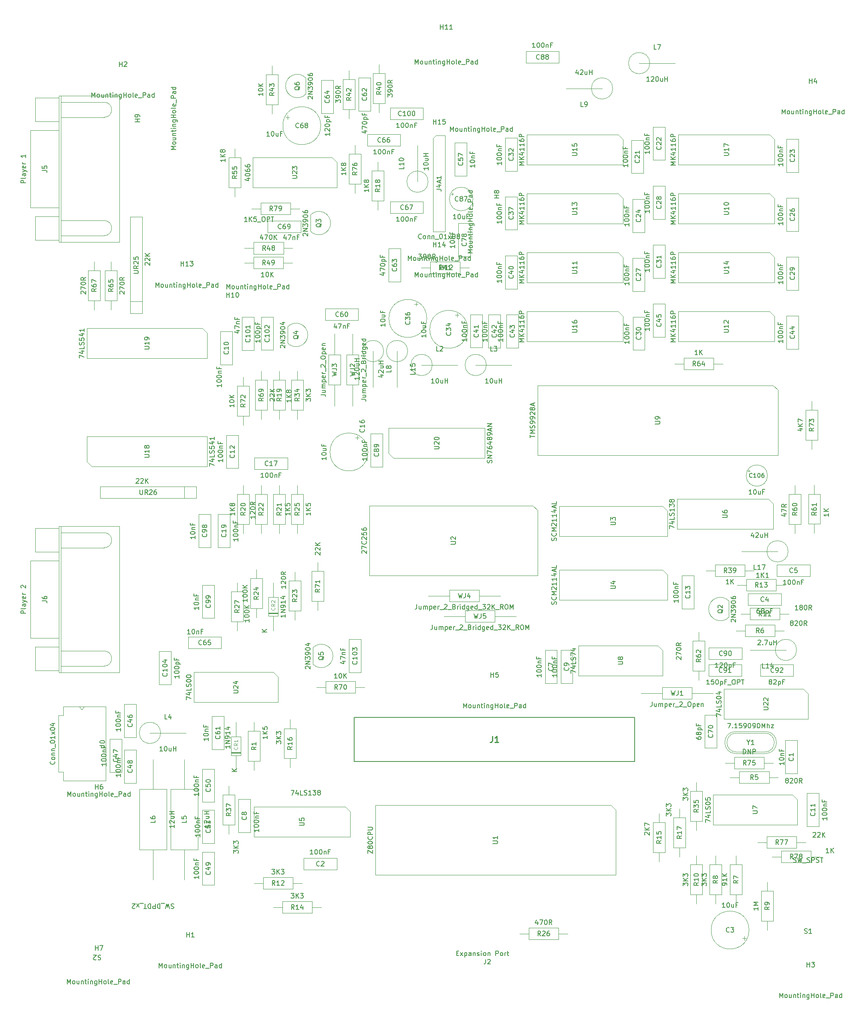
<source format=gbr>
%TF.GenerationSoftware,KiCad,Pcbnew,7.0.11-7.0.11~ubuntu22.04.1*%
%TF.CreationDate,2024-11-08T14:06:27-05:00*%
%TF.ProjectId,coleco_original_main_only,636f6c65-636f-45f6-9f72-6967696e616c,DEV*%
%TF.SameCoordinates,Original*%
%TF.FileFunction,AssemblyDrawing,Top*%
%FSLAX46Y46*%
G04 Gerber Fmt 4.6, Leading zero omitted, Abs format (unit mm)*
G04 Created by KiCad (PCBNEW 7.0.11-7.0.11~ubuntu22.04.1) date 2024-11-08 14:06:27*
%MOMM*%
%LPD*%
G01*
G04 APERTURE LIST*
%ADD10C,0.150000*%
%ADD11C,0.120000*%
%ADD12C,0.254000*%
%ADD13C,0.135000*%
%ADD14C,0.100000*%
%ADD15C,0.200000*%
G04 APERTURE END LIST*
D10*
X36816819Y-169834619D02*
X36816819Y-170406047D01*
X36816819Y-170120333D02*
X35816819Y-170120333D01*
X35816819Y-170120333D02*
X35959676Y-170215571D01*
X35959676Y-170215571D02*
X36054914Y-170310809D01*
X36054914Y-170310809D02*
X36102533Y-170406047D01*
X35816819Y-169215571D02*
X35816819Y-169120333D01*
X35816819Y-169120333D02*
X35864438Y-169025095D01*
X35864438Y-169025095D02*
X35912057Y-168977476D01*
X35912057Y-168977476D02*
X36007295Y-168929857D01*
X36007295Y-168929857D02*
X36197771Y-168882238D01*
X36197771Y-168882238D02*
X36435866Y-168882238D01*
X36435866Y-168882238D02*
X36626342Y-168929857D01*
X36626342Y-168929857D02*
X36721580Y-168977476D01*
X36721580Y-168977476D02*
X36769200Y-169025095D01*
X36769200Y-169025095D02*
X36816819Y-169120333D01*
X36816819Y-169120333D02*
X36816819Y-169215571D01*
X36816819Y-169215571D02*
X36769200Y-169310809D01*
X36769200Y-169310809D02*
X36721580Y-169358428D01*
X36721580Y-169358428D02*
X36626342Y-169406047D01*
X36626342Y-169406047D02*
X36435866Y-169453666D01*
X36435866Y-169453666D02*
X36197771Y-169453666D01*
X36197771Y-169453666D02*
X36007295Y-169406047D01*
X36007295Y-169406047D02*
X35912057Y-169358428D01*
X35912057Y-169358428D02*
X35864438Y-169310809D01*
X35864438Y-169310809D02*
X35816819Y-169215571D01*
X35816819Y-168263190D02*
X35816819Y-168167952D01*
X35816819Y-168167952D02*
X35864438Y-168072714D01*
X35864438Y-168072714D02*
X35912057Y-168025095D01*
X35912057Y-168025095D02*
X36007295Y-167977476D01*
X36007295Y-167977476D02*
X36197771Y-167929857D01*
X36197771Y-167929857D02*
X36435866Y-167929857D01*
X36435866Y-167929857D02*
X36626342Y-167977476D01*
X36626342Y-167977476D02*
X36721580Y-168025095D01*
X36721580Y-168025095D02*
X36769200Y-168072714D01*
X36769200Y-168072714D02*
X36816819Y-168167952D01*
X36816819Y-168167952D02*
X36816819Y-168263190D01*
X36816819Y-168263190D02*
X36769200Y-168358428D01*
X36769200Y-168358428D02*
X36721580Y-168406047D01*
X36721580Y-168406047D02*
X36626342Y-168453666D01*
X36626342Y-168453666D02*
X36435866Y-168501285D01*
X36435866Y-168501285D02*
X36197771Y-168501285D01*
X36197771Y-168501285D02*
X36007295Y-168453666D01*
X36007295Y-168453666D02*
X35912057Y-168406047D01*
X35912057Y-168406047D02*
X35864438Y-168358428D01*
X35864438Y-168358428D02*
X35816819Y-168263190D01*
X36150152Y-167501285D02*
X36816819Y-167501285D01*
X36245390Y-167501285D02*
X36197771Y-167453666D01*
X36197771Y-167453666D02*
X36150152Y-167358428D01*
X36150152Y-167358428D02*
X36150152Y-167215571D01*
X36150152Y-167215571D02*
X36197771Y-167120333D01*
X36197771Y-167120333D02*
X36293009Y-167072714D01*
X36293009Y-167072714D02*
X36816819Y-167072714D01*
X36293009Y-166263190D02*
X36293009Y-166596523D01*
X36816819Y-166596523D02*
X35816819Y-166596523D01*
X35816819Y-166596523D02*
X35816819Y-166120333D01*
X39221580Y-168929857D02*
X39269200Y-168977476D01*
X39269200Y-168977476D02*
X39316819Y-169120333D01*
X39316819Y-169120333D02*
X39316819Y-169215571D01*
X39316819Y-169215571D02*
X39269200Y-169358428D01*
X39269200Y-169358428D02*
X39173961Y-169453666D01*
X39173961Y-169453666D02*
X39078723Y-169501285D01*
X39078723Y-169501285D02*
X38888247Y-169548904D01*
X38888247Y-169548904D02*
X38745390Y-169548904D01*
X38745390Y-169548904D02*
X38554914Y-169501285D01*
X38554914Y-169501285D02*
X38459676Y-169453666D01*
X38459676Y-169453666D02*
X38364438Y-169358428D01*
X38364438Y-169358428D02*
X38316819Y-169215571D01*
X38316819Y-169215571D02*
X38316819Y-169120333D01*
X38316819Y-169120333D02*
X38364438Y-168977476D01*
X38364438Y-168977476D02*
X38412057Y-168929857D01*
X38650152Y-168072714D02*
X39316819Y-168072714D01*
X38269200Y-168310809D02*
X38983485Y-168548904D01*
X38983485Y-168548904D02*
X38983485Y-167929857D01*
X38316819Y-167120333D02*
X38316819Y-167310809D01*
X38316819Y-167310809D02*
X38364438Y-167406047D01*
X38364438Y-167406047D02*
X38412057Y-167453666D01*
X38412057Y-167453666D02*
X38554914Y-167548904D01*
X38554914Y-167548904D02*
X38745390Y-167596523D01*
X38745390Y-167596523D02*
X39126342Y-167596523D01*
X39126342Y-167596523D02*
X39221580Y-167548904D01*
X39221580Y-167548904D02*
X39269200Y-167501285D01*
X39269200Y-167501285D02*
X39316819Y-167406047D01*
X39316819Y-167406047D02*
X39316819Y-167215571D01*
X39316819Y-167215571D02*
X39269200Y-167120333D01*
X39269200Y-167120333D02*
X39221580Y-167072714D01*
X39221580Y-167072714D02*
X39126342Y-167025095D01*
X39126342Y-167025095D02*
X38888247Y-167025095D01*
X38888247Y-167025095D02*
X38793009Y-167072714D01*
X38793009Y-167072714D02*
X38745390Y-167120333D01*
X38745390Y-167120333D02*
X38697771Y-167215571D01*
X38697771Y-167215571D02*
X38697771Y-167406047D01*
X38697771Y-167406047D02*
X38745390Y-167501285D01*
X38745390Y-167501285D02*
X38793009Y-167548904D01*
X38793009Y-167548904D02*
X38888247Y-167596523D01*
X59924819Y-173475666D02*
X59924819Y-174047094D01*
X59924819Y-173761380D02*
X58924819Y-173761380D01*
X58924819Y-173761380D02*
X59067676Y-173856618D01*
X59067676Y-173856618D02*
X59162914Y-173951856D01*
X59162914Y-173951856D02*
X59210533Y-174047094D01*
X59924819Y-173047094D02*
X58924819Y-173047094D01*
X58924819Y-173047094D02*
X59924819Y-172475666D01*
X59924819Y-172475666D02*
X58924819Y-172475666D01*
X59924819Y-171951856D02*
X59924819Y-171761380D01*
X59924819Y-171761380D02*
X59877200Y-171666142D01*
X59877200Y-171666142D02*
X59829580Y-171618523D01*
X59829580Y-171618523D02*
X59686723Y-171523285D01*
X59686723Y-171523285D02*
X59496247Y-171475666D01*
X59496247Y-171475666D02*
X59115295Y-171475666D01*
X59115295Y-171475666D02*
X59020057Y-171523285D01*
X59020057Y-171523285D02*
X58972438Y-171570904D01*
X58972438Y-171570904D02*
X58924819Y-171666142D01*
X58924819Y-171666142D02*
X58924819Y-171856618D01*
X58924819Y-171856618D02*
X58972438Y-171951856D01*
X58972438Y-171951856D02*
X59020057Y-171999475D01*
X59020057Y-171999475D02*
X59115295Y-172047094D01*
X59115295Y-172047094D02*
X59353390Y-172047094D01*
X59353390Y-172047094D02*
X59448628Y-171999475D01*
X59448628Y-171999475D02*
X59496247Y-171951856D01*
X59496247Y-171951856D02*
X59543866Y-171856618D01*
X59543866Y-171856618D02*
X59543866Y-171666142D01*
X59543866Y-171666142D02*
X59496247Y-171570904D01*
X59496247Y-171570904D02*
X59448628Y-171523285D01*
X59448628Y-171523285D02*
X59353390Y-171475666D01*
X59924819Y-170523285D02*
X59924819Y-171094713D01*
X59924819Y-170808999D02*
X58924819Y-170808999D01*
X58924819Y-170808999D02*
X59067676Y-170904237D01*
X59067676Y-170904237D02*
X59162914Y-170999475D01*
X59162914Y-170999475D02*
X59210533Y-171094713D01*
X59258152Y-169666142D02*
X59924819Y-169666142D01*
X58877200Y-169904237D02*
X59591485Y-170142332D01*
X59591485Y-170142332D02*
X59591485Y-169523285D01*
X61392819Y-178962904D02*
X60392819Y-178962904D01*
X61392819Y-178391476D02*
X60821390Y-178820047D01*
X60392819Y-178391476D02*
X60964247Y-178962904D01*
D11*
X61501664Y-173854332D02*
X61539760Y-173892428D01*
X61539760Y-173892428D02*
X61577855Y-174006713D01*
X61577855Y-174006713D02*
X61577855Y-174082904D01*
X61577855Y-174082904D02*
X61539760Y-174197190D01*
X61539760Y-174197190D02*
X61463569Y-174273380D01*
X61463569Y-174273380D02*
X61387379Y-174311475D01*
X61387379Y-174311475D02*
X61234998Y-174349571D01*
X61234998Y-174349571D02*
X61120712Y-174349571D01*
X61120712Y-174349571D02*
X60968331Y-174311475D01*
X60968331Y-174311475D02*
X60892140Y-174273380D01*
X60892140Y-174273380D02*
X60815950Y-174197190D01*
X60815950Y-174197190D02*
X60777855Y-174082904D01*
X60777855Y-174082904D02*
X60777855Y-174006713D01*
X60777855Y-174006713D02*
X60815950Y-173892428D01*
X60815950Y-173892428D02*
X60854045Y-173854332D01*
X61577855Y-173054332D02*
X61196902Y-173320999D01*
X61577855Y-173511475D02*
X60777855Y-173511475D01*
X60777855Y-173511475D02*
X60777855Y-173206713D01*
X60777855Y-173206713D02*
X60815950Y-173130523D01*
X60815950Y-173130523D02*
X60854045Y-173092428D01*
X60854045Y-173092428D02*
X60930236Y-173054332D01*
X60930236Y-173054332D02*
X61044521Y-173054332D01*
X61044521Y-173054332D02*
X61120712Y-173092428D01*
X61120712Y-173092428D02*
X61158807Y-173130523D01*
X61158807Y-173130523D02*
X61196902Y-173206713D01*
X61196902Y-173206713D02*
X61196902Y-173511475D01*
X61577855Y-172292428D02*
X61577855Y-172749571D01*
X61577855Y-172520999D02*
X60777855Y-172520999D01*
X60777855Y-172520999D02*
X60892140Y-172597190D01*
X60892140Y-172597190D02*
X60968331Y-172673380D01*
X60968331Y-172673380D02*
X61006426Y-172749571D01*
D10*
X71744819Y-139701666D02*
X71744819Y-140273094D01*
X71744819Y-139987380D02*
X70744819Y-139987380D01*
X70744819Y-139987380D02*
X70887676Y-140082618D01*
X70887676Y-140082618D02*
X70982914Y-140177856D01*
X70982914Y-140177856D02*
X71030533Y-140273094D01*
X70840057Y-139320713D02*
X70792438Y-139273094D01*
X70792438Y-139273094D02*
X70744819Y-139177856D01*
X70744819Y-139177856D02*
X70744819Y-138939761D01*
X70744819Y-138939761D02*
X70792438Y-138844523D01*
X70792438Y-138844523D02*
X70840057Y-138796904D01*
X70840057Y-138796904D02*
X70935295Y-138749285D01*
X70935295Y-138749285D02*
X71030533Y-138749285D01*
X71030533Y-138749285D02*
X71173390Y-138796904D01*
X71173390Y-138796904D02*
X71744819Y-139368332D01*
X71744819Y-139368332D02*
X71744819Y-138749285D01*
X70744819Y-138130237D02*
X70744819Y-138034999D01*
X70744819Y-138034999D02*
X70792438Y-137939761D01*
X70792438Y-137939761D02*
X70840057Y-137892142D01*
X70840057Y-137892142D02*
X70935295Y-137844523D01*
X70935295Y-137844523D02*
X71125771Y-137796904D01*
X71125771Y-137796904D02*
X71363866Y-137796904D01*
X71363866Y-137796904D02*
X71554342Y-137844523D01*
X71554342Y-137844523D02*
X71649580Y-137892142D01*
X71649580Y-137892142D02*
X71697200Y-137939761D01*
X71697200Y-137939761D02*
X71744819Y-138034999D01*
X71744819Y-138034999D02*
X71744819Y-138130237D01*
X71744819Y-138130237D02*
X71697200Y-138225475D01*
X71697200Y-138225475D02*
X71649580Y-138273094D01*
X71649580Y-138273094D02*
X71554342Y-138320713D01*
X71554342Y-138320713D02*
X71363866Y-138368332D01*
X71363866Y-138368332D02*
X71125771Y-138368332D01*
X71125771Y-138368332D02*
X70935295Y-138320713D01*
X70935295Y-138320713D02*
X70840057Y-138273094D01*
X70840057Y-138273094D02*
X70792438Y-138225475D01*
X70792438Y-138225475D02*
X70744819Y-138130237D01*
X71744819Y-136796904D02*
X71268628Y-137130237D01*
X71744819Y-137368332D02*
X70744819Y-137368332D01*
X70744819Y-137368332D02*
X70744819Y-136987380D01*
X70744819Y-136987380D02*
X70792438Y-136892142D01*
X70792438Y-136892142D02*
X70840057Y-136844523D01*
X70840057Y-136844523D02*
X70935295Y-136796904D01*
X70935295Y-136796904D02*
X71078152Y-136796904D01*
X71078152Y-136796904D02*
X71173390Y-136844523D01*
X71173390Y-136844523D02*
X71221009Y-136892142D01*
X71221009Y-136892142D02*
X71268628Y-136987380D01*
X71268628Y-136987380D02*
X71268628Y-137368332D01*
X74114819Y-142513857D02*
X73638628Y-142847190D01*
X74114819Y-143085285D02*
X73114819Y-143085285D01*
X73114819Y-143085285D02*
X73114819Y-142704333D01*
X73114819Y-142704333D02*
X73162438Y-142609095D01*
X73162438Y-142609095D02*
X73210057Y-142561476D01*
X73210057Y-142561476D02*
X73305295Y-142513857D01*
X73305295Y-142513857D02*
X73448152Y-142513857D01*
X73448152Y-142513857D02*
X73543390Y-142561476D01*
X73543390Y-142561476D02*
X73591009Y-142609095D01*
X73591009Y-142609095D02*
X73638628Y-142704333D01*
X73638628Y-142704333D02*
X73638628Y-143085285D01*
X73210057Y-142132904D02*
X73162438Y-142085285D01*
X73162438Y-142085285D02*
X73114819Y-141990047D01*
X73114819Y-141990047D02*
X73114819Y-141751952D01*
X73114819Y-141751952D02*
X73162438Y-141656714D01*
X73162438Y-141656714D02*
X73210057Y-141609095D01*
X73210057Y-141609095D02*
X73305295Y-141561476D01*
X73305295Y-141561476D02*
X73400533Y-141561476D01*
X73400533Y-141561476D02*
X73543390Y-141609095D01*
X73543390Y-141609095D02*
X74114819Y-142180523D01*
X74114819Y-142180523D02*
X74114819Y-141561476D01*
X73114819Y-141228142D02*
X73114819Y-140609095D01*
X73114819Y-140609095D02*
X73495771Y-140942428D01*
X73495771Y-140942428D02*
X73495771Y-140799571D01*
X73495771Y-140799571D02*
X73543390Y-140704333D01*
X73543390Y-140704333D02*
X73591009Y-140656714D01*
X73591009Y-140656714D02*
X73686247Y-140609095D01*
X73686247Y-140609095D02*
X73924342Y-140609095D01*
X73924342Y-140609095D02*
X74019580Y-140656714D01*
X74019580Y-140656714D02*
X74067200Y-140704333D01*
X74067200Y-140704333D02*
X74114819Y-140799571D01*
X74114819Y-140799571D02*
X74114819Y-141085285D01*
X74114819Y-141085285D02*
X74067200Y-141180523D01*
X74067200Y-141180523D02*
X74019580Y-141228142D01*
X89067819Y-196262523D02*
X89067819Y-195595857D01*
X89067819Y-195595857D02*
X90067819Y-196262523D01*
X90067819Y-196262523D02*
X90067819Y-195595857D01*
X89496390Y-195072047D02*
X89448771Y-195167285D01*
X89448771Y-195167285D02*
X89401152Y-195214904D01*
X89401152Y-195214904D02*
X89305914Y-195262523D01*
X89305914Y-195262523D02*
X89258295Y-195262523D01*
X89258295Y-195262523D02*
X89163057Y-195214904D01*
X89163057Y-195214904D02*
X89115438Y-195167285D01*
X89115438Y-195167285D02*
X89067819Y-195072047D01*
X89067819Y-195072047D02*
X89067819Y-194881571D01*
X89067819Y-194881571D02*
X89115438Y-194786333D01*
X89115438Y-194786333D02*
X89163057Y-194738714D01*
X89163057Y-194738714D02*
X89258295Y-194691095D01*
X89258295Y-194691095D02*
X89305914Y-194691095D01*
X89305914Y-194691095D02*
X89401152Y-194738714D01*
X89401152Y-194738714D02*
X89448771Y-194786333D01*
X89448771Y-194786333D02*
X89496390Y-194881571D01*
X89496390Y-194881571D02*
X89496390Y-195072047D01*
X89496390Y-195072047D02*
X89544009Y-195167285D01*
X89544009Y-195167285D02*
X89591628Y-195214904D01*
X89591628Y-195214904D02*
X89686866Y-195262523D01*
X89686866Y-195262523D02*
X89877342Y-195262523D01*
X89877342Y-195262523D02*
X89972580Y-195214904D01*
X89972580Y-195214904D02*
X90020200Y-195167285D01*
X90020200Y-195167285D02*
X90067819Y-195072047D01*
X90067819Y-195072047D02*
X90067819Y-194881571D01*
X90067819Y-194881571D02*
X90020200Y-194786333D01*
X90020200Y-194786333D02*
X89972580Y-194738714D01*
X89972580Y-194738714D02*
X89877342Y-194691095D01*
X89877342Y-194691095D02*
X89686866Y-194691095D01*
X89686866Y-194691095D02*
X89591628Y-194738714D01*
X89591628Y-194738714D02*
X89544009Y-194786333D01*
X89544009Y-194786333D02*
X89496390Y-194881571D01*
X89067819Y-194072047D02*
X89067819Y-193976809D01*
X89067819Y-193976809D02*
X89115438Y-193881571D01*
X89115438Y-193881571D02*
X89163057Y-193833952D01*
X89163057Y-193833952D02*
X89258295Y-193786333D01*
X89258295Y-193786333D02*
X89448771Y-193738714D01*
X89448771Y-193738714D02*
X89686866Y-193738714D01*
X89686866Y-193738714D02*
X89877342Y-193786333D01*
X89877342Y-193786333D02*
X89972580Y-193833952D01*
X89972580Y-193833952D02*
X90020200Y-193881571D01*
X90020200Y-193881571D02*
X90067819Y-193976809D01*
X90067819Y-193976809D02*
X90067819Y-194072047D01*
X90067819Y-194072047D02*
X90020200Y-194167285D01*
X90020200Y-194167285D02*
X89972580Y-194214904D01*
X89972580Y-194214904D02*
X89877342Y-194262523D01*
X89877342Y-194262523D02*
X89686866Y-194310142D01*
X89686866Y-194310142D02*
X89448771Y-194310142D01*
X89448771Y-194310142D02*
X89258295Y-194262523D01*
X89258295Y-194262523D02*
X89163057Y-194214904D01*
X89163057Y-194214904D02*
X89115438Y-194167285D01*
X89115438Y-194167285D02*
X89067819Y-194072047D01*
X89972580Y-192738714D02*
X90020200Y-192786333D01*
X90020200Y-192786333D02*
X90067819Y-192929190D01*
X90067819Y-192929190D02*
X90067819Y-193024428D01*
X90067819Y-193024428D02*
X90020200Y-193167285D01*
X90020200Y-193167285D02*
X89924961Y-193262523D01*
X89924961Y-193262523D02*
X89829723Y-193310142D01*
X89829723Y-193310142D02*
X89639247Y-193357761D01*
X89639247Y-193357761D02*
X89496390Y-193357761D01*
X89496390Y-193357761D02*
X89305914Y-193310142D01*
X89305914Y-193310142D02*
X89210676Y-193262523D01*
X89210676Y-193262523D02*
X89115438Y-193167285D01*
X89115438Y-193167285D02*
X89067819Y-193024428D01*
X89067819Y-193024428D02*
X89067819Y-192929190D01*
X89067819Y-192929190D02*
X89115438Y-192786333D01*
X89115438Y-192786333D02*
X89163057Y-192738714D01*
X90067819Y-192310142D02*
X89067819Y-192310142D01*
X89067819Y-192310142D02*
X89067819Y-191929190D01*
X89067819Y-191929190D02*
X89115438Y-191833952D01*
X89115438Y-191833952D02*
X89163057Y-191786333D01*
X89163057Y-191786333D02*
X89258295Y-191738714D01*
X89258295Y-191738714D02*
X89401152Y-191738714D01*
X89401152Y-191738714D02*
X89496390Y-191786333D01*
X89496390Y-191786333D02*
X89544009Y-191833952D01*
X89544009Y-191833952D02*
X89591628Y-191929190D01*
X89591628Y-191929190D02*
X89591628Y-192310142D01*
X89067819Y-191310142D02*
X89877342Y-191310142D01*
X89877342Y-191310142D02*
X89972580Y-191262523D01*
X89972580Y-191262523D02*
X90020200Y-191214904D01*
X90020200Y-191214904D02*
X90067819Y-191119666D01*
X90067819Y-191119666D02*
X90067819Y-190929190D01*
X90067819Y-190929190D02*
X90020200Y-190833952D01*
X90020200Y-190833952D02*
X89972580Y-190786333D01*
X89972580Y-190786333D02*
X89877342Y-190738714D01*
X89877342Y-190738714D02*
X89067819Y-190738714D01*
X115527819Y-194214904D02*
X116337342Y-194214904D01*
X116337342Y-194214904D02*
X116432580Y-194167285D01*
X116432580Y-194167285D02*
X116480200Y-194119666D01*
X116480200Y-194119666D02*
X116527819Y-194024428D01*
X116527819Y-194024428D02*
X116527819Y-193833952D01*
X116527819Y-193833952D02*
X116480200Y-193738714D01*
X116480200Y-193738714D02*
X116432580Y-193691095D01*
X116432580Y-193691095D02*
X116337342Y-193643476D01*
X116337342Y-193643476D02*
X115527819Y-193643476D01*
X116527819Y-192643476D02*
X116527819Y-193214904D01*
X116527819Y-192929190D02*
X115527819Y-192929190D01*
X115527819Y-192929190D02*
X115670676Y-193024428D01*
X115670676Y-193024428D02*
X115765914Y-193119666D01*
X115765914Y-193119666D02*
X115813533Y-193214904D01*
X174061619Y-160002390D02*
X173966381Y-159954771D01*
X173966381Y-159954771D02*
X173918762Y-159907152D01*
X173918762Y-159907152D02*
X173871143Y-159811914D01*
X173871143Y-159811914D02*
X173871143Y-159764295D01*
X173871143Y-159764295D02*
X173918762Y-159669057D01*
X173918762Y-159669057D02*
X173966381Y-159621438D01*
X173966381Y-159621438D02*
X174061619Y-159573819D01*
X174061619Y-159573819D02*
X174252095Y-159573819D01*
X174252095Y-159573819D02*
X174347333Y-159621438D01*
X174347333Y-159621438D02*
X174394952Y-159669057D01*
X174394952Y-159669057D02*
X174442571Y-159764295D01*
X174442571Y-159764295D02*
X174442571Y-159811914D01*
X174442571Y-159811914D02*
X174394952Y-159907152D01*
X174394952Y-159907152D02*
X174347333Y-159954771D01*
X174347333Y-159954771D02*
X174252095Y-160002390D01*
X174252095Y-160002390D02*
X174061619Y-160002390D01*
X174061619Y-160002390D02*
X173966381Y-160050009D01*
X173966381Y-160050009D02*
X173918762Y-160097628D01*
X173918762Y-160097628D02*
X173871143Y-160192866D01*
X173871143Y-160192866D02*
X173871143Y-160383342D01*
X173871143Y-160383342D02*
X173918762Y-160478580D01*
X173918762Y-160478580D02*
X173966381Y-160526200D01*
X173966381Y-160526200D02*
X174061619Y-160573819D01*
X174061619Y-160573819D02*
X174252095Y-160573819D01*
X174252095Y-160573819D02*
X174347333Y-160526200D01*
X174347333Y-160526200D02*
X174394952Y-160478580D01*
X174394952Y-160478580D02*
X174442571Y-160383342D01*
X174442571Y-160383342D02*
X174442571Y-160192866D01*
X174442571Y-160192866D02*
X174394952Y-160097628D01*
X174394952Y-160097628D02*
X174347333Y-160050009D01*
X174347333Y-160050009D02*
X174252095Y-160002390D01*
X174823524Y-159669057D02*
X174871143Y-159621438D01*
X174871143Y-159621438D02*
X174966381Y-159573819D01*
X174966381Y-159573819D02*
X175204476Y-159573819D01*
X175204476Y-159573819D02*
X175299714Y-159621438D01*
X175299714Y-159621438D02*
X175347333Y-159669057D01*
X175347333Y-159669057D02*
X175394952Y-159764295D01*
X175394952Y-159764295D02*
X175394952Y-159859533D01*
X175394952Y-159859533D02*
X175347333Y-160002390D01*
X175347333Y-160002390D02*
X174775905Y-160573819D01*
X174775905Y-160573819D02*
X175394952Y-160573819D01*
X175823524Y-159907152D02*
X175823524Y-160907152D01*
X175823524Y-159954771D02*
X175918762Y-159907152D01*
X175918762Y-159907152D02*
X176109238Y-159907152D01*
X176109238Y-159907152D02*
X176204476Y-159954771D01*
X176204476Y-159954771D02*
X176252095Y-160002390D01*
X176252095Y-160002390D02*
X176299714Y-160097628D01*
X176299714Y-160097628D02*
X176299714Y-160383342D01*
X176299714Y-160383342D02*
X176252095Y-160478580D01*
X176252095Y-160478580D02*
X176204476Y-160526200D01*
X176204476Y-160526200D02*
X176109238Y-160573819D01*
X176109238Y-160573819D02*
X175918762Y-160573819D01*
X175918762Y-160573819D02*
X175823524Y-160526200D01*
X177061619Y-160050009D02*
X176728286Y-160050009D01*
X176728286Y-160573819D02*
X176728286Y-159573819D01*
X176728286Y-159573819D02*
X177204476Y-159573819D01*
X174871142Y-157978580D02*
X174823523Y-158026200D01*
X174823523Y-158026200D02*
X174680666Y-158073819D01*
X174680666Y-158073819D02*
X174585428Y-158073819D01*
X174585428Y-158073819D02*
X174442571Y-158026200D01*
X174442571Y-158026200D02*
X174347333Y-157930961D01*
X174347333Y-157930961D02*
X174299714Y-157835723D01*
X174299714Y-157835723D02*
X174252095Y-157645247D01*
X174252095Y-157645247D02*
X174252095Y-157502390D01*
X174252095Y-157502390D02*
X174299714Y-157311914D01*
X174299714Y-157311914D02*
X174347333Y-157216676D01*
X174347333Y-157216676D02*
X174442571Y-157121438D01*
X174442571Y-157121438D02*
X174585428Y-157073819D01*
X174585428Y-157073819D02*
X174680666Y-157073819D01*
X174680666Y-157073819D02*
X174823523Y-157121438D01*
X174823523Y-157121438D02*
X174871142Y-157169057D01*
X175347333Y-158073819D02*
X175537809Y-158073819D01*
X175537809Y-158073819D02*
X175633047Y-158026200D01*
X175633047Y-158026200D02*
X175680666Y-157978580D01*
X175680666Y-157978580D02*
X175775904Y-157835723D01*
X175775904Y-157835723D02*
X175823523Y-157645247D01*
X175823523Y-157645247D02*
X175823523Y-157264295D01*
X175823523Y-157264295D02*
X175775904Y-157169057D01*
X175775904Y-157169057D02*
X175728285Y-157121438D01*
X175728285Y-157121438D02*
X175633047Y-157073819D01*
X175633047Y-157073819D02*
X175442571Y-157073819D01*
X175442571Y-157073819D02*
X175347333Y-157121438D01*
X175347333Y-157121438D02*
X175299714Y-157169057D01*
X175299714Y-157169057D02*
X175252095Y-157264295D01*
X175252095Y-157264295D02*
X175252095Y-157502390D01*
X175252095Y-157502390D02*
X175299714Y-157597628D01*
X175299714Y-157597628D02*
X175347333Y-157645247D01*
X175347333Y-157645247D02*
X175442571Y-157692866D01*
X175442571Y-157692866D02*
X175633047Y-157692866D01*
X175633047Y-157692866D02*
X175728285Y-157645247D01*
X175728285Y-157645247D02*
X175775904Y-157597628D01*
X175775904Y-157597628D02*
X175823523Y-157502390D01*
X176204476Y-157169057D02*
X176252095Y-157121438D01*
X176252095Y-157121438D02*
X176347333Y-157073819D01*
X176347333Y-157073819D02*
X176585428Y-157073819D01*
X176585428Y-157073819D02*
X176680666Y-157121438D01*
X176680666Y-157121438D02*
X176728285Y-157169057D01*
X176728285Y-157169057D02*
X176775904Y-157264295D01*
X176775904Y-157264295D02*
X176775904Y-157359533D01*
X176775904Y-157359533D02*
X176728285Y-157502390D01*
X176728285Y-157502390D02*
X176156857Y-158073819D01*
X176156857Y-158073819D02*
X176775904Y-158073819D01*
X83648152Y-155737666D02*
X84314819Y-155737666D01*
X83267200Y-155975761D02*
X83981485Y-156213856D01*
X83981485Y-156213856D02*
X83981485Y-155594809D01*
X83314819Y-155309094D02*
X83314819Y-154642428D01*
X83314819Y-154642428D02*
X84314819Y-155070999D01*
X83648152Y-154261475D02*
X84314819Y-154261475D01*
X83743390Y-154261475D02*
X83695771Y-154213856D01*
X83695771Y-154213856D02*
X83648152Y-154118618D01*
X83648152Y-154118618D02*
X83648152Y-153975761D01*
X83648152Y-153975761D02*
X83695771Y-153880523D01*
X83695771Y-153880523D02*
X83791009Y-153832904D01*
X83791009Y-153832904D02*
X84314819Y-153832904D01*
X83791009Y-153023380D02*
X83791009Y-153356713D01*
X84314819Y-153356713D02*
X83314819Y-153356713D01*
X83314819Y-153356713D02*
X83314819Y-152880523D01*
X86719580Y-155690047D02*
X86767200Y-155737666D01*
X86767200Y-155737666D02*
X86814819Y-155880523D01*
X86814819Y-155880523D02*
X86814819Y-155975761D01*
X86814819Y-155975761D02*
X86767200Y-156118618D01*
X86767200Y-156118618D02*
X86671961Y-156213856D01*
X86671961Y-156213856D02*
X86576723Y-156261475D01*
X86576723Y-156261475D02*
X86386247Y-156309094D01*
X86386247Y-156309094D02*
X86243390Y-156309094D01*
X86243390Y-156309094D02*
X86052914Y-156261475D01*
X86052914Y-156261475D02*
X85957676Y-156213856D01*
X85957676Y-156213856D02*
X85862438Y-156118618D01*
X85862438Y-156118618D02*
X85814819Y-155975761D01*
X85814819Y-155975761D02*
X85814819Y-155880523D01*
X85814819Y-155880523D02*
X85862438Y-155737666D01*
X85862438Y-155737666D02*
X85910057Y-155690047D01*
X86814819Y-154737666D02*
X86814819Y-155309094D01*
X86814819Y-155023380D02*
X85814819Y-155023380D01*
X85814819Y-155023380D02*
X85957676Y-155118618D01*
X85957676Y-155118618D02*
X86052914Y-155213856D01*
X86052914Y-155213856D02*
X86100533Y-155309094D01*
X85814819Y-154118618D02*
X85814819Y-154023380D01*
X85814819Y-154023380D02*
X85862438Y-153928142D01*
X85862438Y-153928142D02*
X85910057Y-153880523D01*
X85910057Y-153880523D02*
X86005295Y-153832904D01*
X86005295Y-153832904D02*
X86195771Y-153785285D01*
X86195771Y-153785285D02*
X86433866Y-153785285D01*
X86433866Y-153785285D02*
X86624342Y-153832904D01*
X86624342Y-153832904D02*
X86719580Y-153880523D01*
X86719580Y-153880523D02*
X86767200Y-153928142D01*
X86767200Y-153928142D02*
X86814819Y-154023380D01*
X86814819Y-154023380D02*
X86814819Y-154118618D01*
X86814819Y-154118618D02*
X86767200Y-154213856D01*
X86767200Y-154213856D02*
X86719580Y-154261475D01*
X86719580Y-154261475D02*
X86624342Y-154309094D01*
X86624342Y-154309094D02*
X86433866Y-154356713D01*
X86433866Y-154356713D02*
X86195771Y-154356713D01*
X86195771Y-154356713D02*
X86005295Y-154309094D01*
X86005295Y-154309094D02*
X85910057Y-154261475D01*
X85910057Y-154261475D02*
X85862438Y-154213856D01*
X85862438Y-154213856D02*
X85814819Y-154118618D01*
X85814819Y-153451951D02*
X85814819Y-152832904D01*
X85814819Y-152832904D02*
X86195771Y-153166237D01*
X86195771Y-153166237D02*
X86195771Y-153023380D01*
X86195771Y-153023380D02*
X86243390Y-152928142D01*
X86243390Y-152928142D02*
X86291009Y-152880523D01*
X86291009Y-152880523D02*
X86386247Y-152832904D01*
X86386247Y-152832904D02*
X86624342Y-152832904D01*
X86624342Y-152832904D02*
X86719580Y-152880523D01*
X86719580Y-152880523D02*
X86767200Y-152928142D01*
X86767200Y-152928142D02*
X86814819Y-153023380D01*
X86814819Y-153023380D02*
X86814819Y-153309094D01*
X86814819Y-153309094D02*
X86767200Y-153404332D01*
X86767200Y-153404332D02*
X86719580Y-153451951D01*
X165393714Y-139361819D02*
X164822286Y-139361819D01*
X165108000Y-139361819D02*
X165108000Y-138361819D01*
X165108000Y-138361819D02*
X165012762Y-138504676D01*
X165012762Y-138504676D02*
X164917524Y-138599914D01*
X164917524Y-138599914D02*
X164822286Y-138647533D01*
X165822286Y-139361819D02*
X165822286Y-138361819D01*
X166393714Y-139361819D02*
X165965143Y-138790390D01*
X166393714Y-138361819D02*
X165822286Y-138933247D01*
X164965142Y-136991819D02*
X164631809Y-136515628D01*
X164393714Y-136991819D02*
X164393714Y-135991819D01*
X164393714Y-135991819D02*
X164774666Y-135991819D01*
X164774666Y-135991819D02*
X164869904Y-136039438D01*
X164869904Y-136039438D02*
X164917523Y-136087057D01*
X164917523Y-136087057D02*
X164965142Y-136182295D01*
X164965142Y-136182295D02*
X164965142Y-136325152D01*
X164965142Y-136325152D02*
X164917523Y-136420390D01*
X164917523Y-136420390D02*
X164869904Y-136468009D01*
X164869904Y-136468009D02*
X164774666Y-136515628D01*
X164774666Y-136515628D02*
X164393714Y-136515628D01*
X165298476Y-135991819D02*
X165917523Y-135991819D01*
X165917523Y-135991819D02*
X165584190Y-136372771D01*
X165584190Y-136372771D02*
X165727047Y-136372771D01*
X165727047Y-136372771D02*
X165822285Y-136420390D01*
X165822285Y-136420390D02*
X165869904Y-136468009D01*
X165869904Y-136468009D02*
X165917523Y-136563247D01*
X165917523Y-136563247D02*
X165917523Y-136801342D01*
X165917523Y-136801342D02*
X165869904Y-136896580D01*
X165869904Y-136896580D02*
X165822285Y-136944200D01*
X165822285Y-136944200D02*
X165727047Y-136991819D01*
X165727047Y-136991819D02*
X165441333Y-136991819D01*
X165441333Y-136991819D02*
X165346095Y-136944200D01*
X165346095Y-136944200D02*
X165298476Y-136896580D01*
X166393714Y-136991819D02*
X166584190Y-136991819D01*
X166584190Y-136991819D02*
X166679428Y-136944200D01*
X166679428Y-136944200D02*
X166727047Y-136896580D01*
X166727047Y-136896580D02*
X166822285Y-136753723D01*
X166822285Y-136753723D02*
X166869904Y-136563247D01*
X166869904Y-136563247D02*
X166869904Y-136182295D01*
X166869904Y-136182295D02*
X166822285Y-136087057D01*
X166822285Y-136087057D02*
X166774666Y-136039438D01*
X166774666Y-136039438D02*
X166679428Y-135991819D01*
X166679428Y-135991819D02*
X166488952Y-135991819D01*
X166488952Y-135991819D02*
X166393714Y-136039438D01*
X166393714Y-136039438D02*
X166346095Y-136087057D01*
X166346095Y-136087057D02*
X166298476Y-136182295D01*
X166298476Y-136182295D02*
X166298476Y-136420390D01*
X166298476Y-136420390D02*
X166346095Y-136515628D01*
X166346095Y-136515628D02*
X166393714Y-136563247D01*
X166393714Y-136563247D02*
X166488952Y-136610866D01*
X166488952Y-136610866D02*
X166679428Y-136610866D01*
X166679428Y-136610866D02*
X166774666Y-136563247D01*
X166774666Y-136563247D02*
X166822285Y-136515628D01*
X166822285Y-136515628D02*
X166869904Y-136420390D01*
X53326819Y-201036619D02*
X53326819Y-201608047D01*
X53326819Y-201322333D02*
X52326819Y-201322333D01*
X52326819Y-201322333D02*
X52469676Y-201417571D01*
X52469676Y-201417571D02*
X52564914Y-201512809D01*
X52564914Y-201512809D02*
X52612533Y-201608047D01*
X52326819Y-200417571D02*
X52326819Y-200322333D01*
X52326819Y-200322333D02*
X52374438Y-200227095D01*
X52374438Y-200227095D02*
X52422057Y-200179476D01*
X52422057Y-200179476D02*
X52517295Y-200131857D01*
X52517295Y-200131857D02*
X52707771Y-200084238D01*
X52707771Y-200084238D02*
X52945866Y-200084238D01*
X52945866Y-200084238D02*
X53136342Y-200131857D01*
X53136342Y-200131857D02*
X53231580Y-200179476D01*
X53231580Y-200179476D02*
X53279200Y-200227095D01*
X53279200Y-200227095D02*
X53326819Y-200322333D01*
X53326819Y-200322333D02*
X53326819Y-200417571D01*
X53326819Y-200417571D02*
X53279200Y-200512809D01*
X53279200Y-200512809D02*
X53231580Y-200560428D01*
X53231580Y-200560428D02*
X53136342Y-200608047D01*
X53136342Y-200608047D02*
X52945866Y-200655666D01*
X52945866Y-200655666D02*
X52707771Y-200655666D01*
X52707771Y-200655666D02*
X52517295Y-200608047D01*
X52517295Y-200608047D02*
X52422057Y-200560428D01*
X52422057Y-200560428D02*
X52374438Y-200512809D01*
X52374438Y-200512809D02*
X52326819Y-200417571D01*
X52326819Y-199465190D02*
X52326819Y-199369952D01*
X52326819Y-199369952D02*
X52374438Y-199274714D01*
X52374438Y-199274714D02*
X52422057Y-199227095D01*
X52422057Y-199227095D02*
X52517295Y-199179476D01*
X52517295Y-199179476D02*
X52707771Y-199131857D01*
X52707771Y-199131857D02*
X52945866Y-199131857D01*
X52945866Y-199131857D02*
X53136342Y-199179476D01*
X53136342Y-199179476D02*
X53231580Y-199227095D01*
X53231580Y-199227095D02*
X53279200Y-199274714D01*
X53279200Y-199274714D02*
X53326819Y-199369952D01*
X53326819Y-199369952D02*
X53326819Y-199465190D01*
X53326819Y-199465190D02*
X53279200Y-199560428D01*
X53279200Y-199560428D02*
X53231580Y-199608047D01*
X53231580Y-199608047D02*
X53136342Y-199655666D01*
X53136342Y-199655666D02*
X52945866Y-199703285D01*
X52945866Y-199703285D02*
X52707771Y-199703285D01*
X52707771Y-199703285D02*
X52517295Y-199655666D01*
X52517295Y-199655666D02*
X52422057Y-199608047D01*
X52422057Y-199608047D02*
X52374438Y-199560428D01*
X52374438Y-199560428D02*
X52326819Y-199465190D01*
X52660152Y-198703285D02*
X53326819Y-198703285D01*
X52755390Y-198703285D02*
X52707771Y-198655666D01*
X52707771Y-198655666D02*
X52660152Y-198560428D01*
X52660152Y-198560428D02*
X52660152Y-198417571D01*
X52660152Y-198417571D02*
X52707771Y-198322333D01*
X52707771Y-198322333D02*
X52803009Y-198274714D01*
X52803009Y-198274714D02*
X53326819Y-198274714D01*
X52803009Y-197465190D02*
X52803009Y-197798523D01*
X53326819Y-197798523D02*
X52326819Y-197798523D01*
X52326819Y-197798523D02*
X52326819Y-197322333D01*
X55731580Y-200131857D02*
X55779200Y-200179476D01*
X55779200Y-200179476D02*
X55826819Y-200322333D01*
X55826819Y-200322333D02*
X55826819Y-200417571D01*
X55826819Y-200417571D02*
X55779200Y-200560428D01*
X55779200Y-200560428D02*
X55683961Y-200655666D01*
X55683961Y-200655666D02*
X55588723Y-200703285D01*
X55588723Y-200703285D02*
X55398247Y-200750904D01*
X55398247Y-200750904D02*
X55255390Y-200750904D01*
X55255390Y-200750904D02*
X55064914Y-200703285D01*
X55064914Y-200703285D02*
X54969676Y-200655666D01*
X54969676Y-200655666D02*
X54874438Y-200560428D01*
X54874438Y-200560428D02*
X54826819Y-200417571D01*
X54826819Y-200417571D02*
X54826819Y-200322333D01*
X54826819Y-200322333D02*
X54874438Y-200179476D01*
X54874438Y-200179476D02*
X54922057Y-200131857D01*
X55160152Y-199274714D02*
X55826819Y-199274714D01*
X54779200Y-199512809D02*
X55493485Y-199750904D01*
X55493485Y-199750904D02*
X55493485Y-199131857D01*
X55826819Y-198703285D02*
X55826819Y-198512809D01*
X55826819Y-198512809D02*
X55779200Y-198417571D01*
X55779200Y-198417571D02*
X55731580Y-198369952D01*
X55731580Y-198369952D02*
X55588723Y-198274714D01*
X55588723Y-198274714D02*
X55398247Y-198227095D01*
X55398247Y-198227095D02*
X55017295Y-198227095D01*
X55017295Y-198227095D02*
X54922057Y-198274714D01*
X54922057Y-198274714D02*
X54874438Y-198322333D01*
X54874438Y-198322333D02*
X54826819Y-198417571D01*
X54826819Y-198417571D02*
X54826819Y-198608047D01*
X54826819Y-198608047D02*
X54874438Y-198703285D01*
X54874438Y-198703285D02*
X54922057Y-198750904D01*
X54922057Y-198750904D02*
X55017295Y-198798523D01*
X55017295Y-198798523D02*
X55255390Y-198798523D01*
X55255390Y-198798523D02*
X55350628Y-198750904D01*
X55350628Y-198750904D02*
X55398247Y-198703285D01*
X55398247Y-198703285D02*
X55445866Y-198608047D01*
X55445866Y-198608047D02*
X55445866Y-198417571D01*
X55445866Y-198417571D02*
X55398247Y-198322333D01*
X55398247Y-198322333D02*
X55350628Y-198274714D01*
X55350628Y-198274714D02*
X55255390Y-198227095D01*
X148576819Y-72806619D02*
X148576819Y-73378047D01*
X148576819Y-73092333D02*
X147576819Y-73092333D01*
X147576819Y-73092333D02*
X147719676Y-73187571D01*
X147719676Y-73187571D02*
X147814914Y-73282809D01*
X147814914Y-73282809D02*
X147862533Y-73378047D01*
X147576819Y-72187571D02*
X147576819Y-72092333D01*
X147576819Y-72092333D02*
X147624438Y-71997095D01*
X147624438Y-71997095D02*
X147672057Y-71949476D01*
X147672057Y-71949476D02*
X147767295Y-71901857D01*
X147767295Y-71901857D02*
X147957771Y-71854238D01*
X147957771Y-71854238D02*
X148195866Y-71854238D01*
X148195866Y-71854238D02*
X148386342Y-71901857D01*
X148386342Y-71901857D02*
X148481580Y-71949476D01*
X148481580Y-71949476D02*
X148529200Y-71997095D01*
X148529200Y-71997095D02*
X148576819Y-72092333D01*
X148576819Y-72092333D02*
X148576819Y-72187571D01*
X148576819Y-72187571D02*
X148529200Y-72282809D01*
X148529200Y-72282809D02*
X148481580Y-72330428D01*
X148481580Y-72330428D02*
X148386342Y-72378047D01*
X148386342Y-72378047D02*
X148195866Y-72425666D01*
X148195866Y-72425666D02*
X147957771Y-72425666D01*
X147957771Y-72425666D02*
X147767295Y-72378047D01*
X147767295Y-72378047D02*
X147672057Y-72330428D01*
X147672057Y-72330428D02*
X147624438Y-72282809D01*
X147624438Y-72282809D02*
X147576819Y-72187571D01*
X147576819Y-71235190D02*
X147576819Y-71139952D01*
X147576819Y-71139952D02*
X147624438Y-71044714D01*
X147624438Y-71044714D02*
X147672057Y-70997095D01*
X147672057Y-70997095D02*
X147767295Y-70949476D01*
X147767295Y-70949476D02*
X147957771Y-70901857D01*
X147957771Y-70901857D02*
X148195866Y-70901857D01*
X148195866Y-70901857D02*
X148386342Y-70949476D01*
X148386342Y-70949476D02*
X148481580Y-70997095D01*
X148481580Y-70997095D02*
X148529200Y-71044714D01*
X148529200Y-71044714D02*
X148576819Y-71139952D01*
X148576819Y-71139952D02*
X148576819Y-71235190D01*
X148576819Y-71235190D02*
X148529200Y-71330428D01*
X148529200Y-71330428D02*
X148481580Y-71378047D01*
X148481580Y-71378047D02*
X148386342Y-71425666D01*
X148386342Y-71425666D02*
X148195866Y-71473285D01*
X148195866Y-71473285D02*
X147957771Y-71473285D01*
X147957771Y-71473285D02*
X147767295Y-71425666D01*
X147767295Y-71425666D02*
X147672057Y-71378047D01*
X147672057Y-71378047D02*
X147624438Y-71330428D01*
X147624438Y-71330428D02*
X147576819Y-71235190D01*
X147910152Y-70473285D02*
X148576819Y-70473285D01*
X148005390Y-70473285D02*
X147957771Y-70425666D01*
X147957771Y-70425666D02*
X147910152Y-70330428D01*
X147910152Y-70330428D02*
X147910152Y-70187571D01*
X147910152Y-70187571D02*
X147957771Y-70092333D01*
X147957771Y-70092333D02*
X148053009Y-70044714D01*
X148053009Y-70044714D02*
X148576819Y-70044714D01*
X148053009Y-69235190D02*
X148053009Y-69568523D01*
X148576819Y-69568523D02*
X147576819Y-69568523D01*
X147576819Y-69568523D02*
X147576819Y-69092333D01*
X150981580Y-71901857D02*
X151029200Y-71949476D01*
X151029200Y-71949476D02*
X151076819Y-72092333D01*
X151076819Y-72092333D02*
X151076819Y-72187571D01*
X151076819Y-72187571D02*
X151029200Y-72330428D01*
X151029200Y-72330428D02*
X150933961Y-72425666D01*
X150933961Y-72425666D02*
X150838723Y-72473285D01*
X150838723Y-72473285D02*
X150648247Y-72520904D01*
X150648247Y-72520904D02*
X150505390Y-72520904D01*
X150505390Y-72520904D02*
X150314914Y-72473285D01*
X150314914Y-72473285D02*
X150219676Y-72425666D01*
X150219676Y-72425666D02*
X150124438Y-72330428D01*
X150124438Y-72330428D02*
X150076819Y-72187571D01*
X150076819Y-72187571D02*
X150076819Y-72092333D01*
X150076819Y-72092333D02*
X150124438Y-71949476D01*
X150124438Y-71949476D02*
X150172057Y-71901857D01*
X150076819Y-71568523D02*
X150076819Y-70949476D01*
X150076819Y-70949476D02*
X150457771Y-71282809D01*
X150457771Y-71282809D02*
X150457771Y-71139952D01*
X150457771Y-71139952D02*
X150505390Y-71044714D01*
X150505390Y-71044714D02*
X150553009Y-70997095D01*
X150553009Y-70997095D02*
X150648247Y-70949476D01*
X150648247Y-70949476D02*
X150886342Y-70949476D01*
X150886342Y-70949476D02*
X150981580Y-70997095D01*
X150981580Y-70997095D02*
X151029200Y-71044714D01*
X151029200Y-71044714D02*
X151076819Y-71139952D01*
X151076819Y-71139952D02*
X151076819Y-71425666D01*
X151076819Y-71425666D02*
X151029200Y-71520904D01*
X151029200Y-71520904D02*
X150981580Y-71568523D01*
X151076819Y-69997095D02*
X151076819Y-70568523D01*
X151076819Y-70282809D02*
X150076819Y-70282809D01*
X150076819Y-70282809D02*
X150219676Y-70378047D01*
X150219676Y-70378047D02*
X150314914Y-70473285D01*
X150314914Y-70473285D02*
X150362533Y-70568523D01*
X97602571Y-71023819D02*
X97602571Y-70023819D01*
X97602571Y-70023819D02*
X97935904Y-70738104D01*
X97935904Y-70738104D02*
X98269237Y-70023819D01*
X98269237Y-70023819D02*
X98269237Y-71023819D01*
X98888285Y-71023819D02*
X98793047Y-70976200D01*
X98793047Y-70976200D02*
X98745428Y-70928580D01*
X98745428Y-70928580D02*
X98697809Y-70833342D01*
X98697809Y-70833342D02*
X98697809Y-70547628D01*
X98697809Y-70547628D02*
X98745428Y-70452390D01*
X98745428Y-70452390D02*
X98793047Y-70404771D01*
X98793047Y-70404771D02*
X98888285Y-70357152D01*
X98888285Y-70357152D02*
X99031142Y-70357152D01*
X99031142Y-70357152D02*
X99126380Y-70404771D01*
X99126380Y-70404771D02*
X99173999Y-70452390D01*
X99173999Y-70452390D02*
X99221618Y-70547628D01*
X99221618Y-70547628D02*
X99221618Y-70833342D01*
X99221618Y-70833342D02*
X99173999Y-70928580D01*
X99173999Y-70928580D02*
X99126380Y-70976200D01*
X99126380Y-70976200D02*
X99031142Y-71023819D01*
X99031142Y-71023819D02*
X98888285Y-71023819D01*
X100078761Y-70357152D02*
X100078761Y-71023819D01*
X99650190Y-70357152D02*
X99650190Y-70880961D01*
X99650190Y-70880961D02*
X99697809Y-70976200D01*
X99697809Y-70976200D02*
X99793047Y-71023819D01*
X99793047Y-71023819D02*
X99935904Y-71023819D01*
X99935904Y-71023819D02*
X100031142Y-70976200D01*
X100031142Y-70976200D02*
X100078761Y-70928580D01*
X100554952Y-70357152D02*
X100554952Y-71023819D01*
X100554952Y-70452390D02*
X100602571Y-70404771D01*
X100602571Y-70404771D02*
X100697809Y-70357152D01*
X100697809Y-70357152D02*
X100840666Y-70357152D01*
X100840666Y-70357152D02*
X100935904Y-70404771D01*
X100935904Y-70404771D02*
X100983523Y-70500009D01*
X100983523Y-70500009D02*
X100983523Y-71023819D01*
X101316857Y-70357152D02*
X101697809Y-70357152D01*
X101459714Y-70023819D02*
X101459714Y-70880961D01*
X101459714Y-70880961D02*
X101507333Y-70976200D01*
X101507333Y-70976200D02*
X101602571Y-71023819D01*
X101602571Y-71023819D02*
X101697809Y-71023819D01*
X102031143Y-71023819D02*
X102031143Y-70357152D01*
X102031143Y-70023819D02*
X101983524Y-70071438D01*
X101983524Y-70071438D02*
X102031143Y-70119057D01*
X102031143Y-70119057D02*
X102078762Y-70071438D01*
X102078762Y-70071438D02*
X102031143Y-70023819D01*
X102031143Y-70023819D02*
X102031143Y-70119057D01*
X102507333Y-70357152D02*
X102507333Y-71023819D01*
X102507333Y-70452390D02*
X102554952Y-70404771D01*
X102554952Y-70404771D02*
X102650190Y-70357152D01*
X102650190Y-70357152D02*
X102793047Y-70357152D01*
X102793047Y-70357152D02*
X102888285Y-70404771D01*
X102888285Y-70404771D02*
X102935904Y-70500009D01*
X102935904Y-70500009D02*
X102935904Y-71023819D01*
X103840666Y-70357152D02*
X103840666Y-71166676D01*
X103840666Y-71166676D02*
X103793047Y-71261914D01*
X103793047Y-71261914D02*
X103745428Y-71309533D01*
X103745428Y-71309533D02*
X103650190Y-71357152D01*
X103650190Y-71357152D02*
X103507333Y-71357152D01*
X103507333Y-71357152D02*
X103412095Y-71309533D01*
X103840666Y-70976200D02*
X103745428Y-71023819D01*
X103745428Y-71023819D02*
X103554952Y-71023819D01*
X103554952Y-71023819D02*
X103459714Y-70976200D01*
X103459714Y-70976200D02*
X103412095Y-70928580D01*
X103412095Y-70928580D02*
X103364476Y-70833342D01*
X103364476Y-70833342D02*
X103364476Y-70547628D01*
X103364476Y-70547628D02*
X103412095Y-70452390D01*
X103412095Y-70452390D02*
X103459714Y-70404771D01*
X103459714Y-70404771D02*
X103554952Y-70357152D01*
X103554952Y-70357152D02*
X103745428Y-70357152D01*
X103745428Y-70357152D02*
X103840666Y-70404771D01*
X104316857Y-71023819D02*
X104316857Y-70023819D01*
X104316857Y-70500009D02*
X104888285Y-70500009D01*
X104888285Y-71023819D02*
X104888285Y-70023819D01*
X105507333Y-71023819D02*
X105412095Y-70976200D01*
X105412095Y-70976200D02*
X105364476Y-70928580D01*
X105364476Y-70928580D02*
X105316857Y-70833342D01*
X105316857Y-70833342D02*
X105316857Y-70547628D01*
X105316857Y-70547628D02*
X105364476Y-70452390D01*
X105364476Y-70452390D02*
X105412095Y-70404771D01*
X105412095Y-70404771D02*
X105507333Y-70357152D01*
X105507333Y-70357152D02*
X105650190Y-70357152D01*
X105650190Y-70357152D02*
X105745428Y-70404771D01*
X105745428Y-70404771D02*
X105793047Y-70452390D01*
X105793047Y-70452390D02*
X105840666Y-70547628D01*
X105840666Y-70547628D02*
X105840666Y-70833342D01*
X105840666Y-70833342D02*
X105793047Y-70928580D01*
X105793047Y-70928580D02*
X105745428Y-70976200D01*
X105745428Y-70976200D02*
X105650190Y-71023819D01*
X105650190Y-71023819D02*
X105507333Y-71023819D01*
X106412095Y-71023819D02*
X106316857Y-70976200D01*
X106316857Y-70976200D02*
X106269238Y-70880961D01*
X106269238Y-70880961D02*
X106269238Y-70023819D01*
X107174000Y-70976200D02*
X107078762Y-71023819D01*
X107078762Y-71023819D02*
X106888286Y-71023819D01*
X106888286Y-71023819D02*
X106793048Y-70976200D01*
X106793048Y-70976200D02*
X106745429Y-70880961D01*
X106745429Y-70880961D02*
X106745429Y-70500009D01*
X106745429Y-70500009D02*
X106793048Y-70404771D01*
X106793048Y-70404771D02*
X106888286Y-70357152D01*
X106888286Y-70357152D02*
X107078762Y-70357152D01*
X107078762Y-70357152D02*
X107174000Y-70404771D01*
X107174000Y-70404771D02*
X107221619Y-70500009D01*
X107221619Y-70500009D02*
X107221619Y-70595247D01*
X107221619Y-70595247D02*
X106745429Y-70690485D01*
X107412096Y-71119057D02*
X108174000Y-71119057D01*
X108412096Y-71023819D02*
X108412096Y-70023819D01*
X108412096Y-70023819D02*
X108793048Y-70023819D01*
X108793048Y-70023819D02*
X108888286Y-70071438D01*
X108888286Y-70071438D02*
X108935905Y-70119057D01*
X108935905Y-70119057D02*
X108983524Y-70214295D01*
X108983524Y-70214295D02*
X108983524Y-70357152D01*
X108983524Y-70357152D02*
X108935905Y-70452390D01*
X108935905Y-70452390D02*
X108888286Y-70500009D01*
X108888286Y-70500009D02*
X108793048Y-70547628D01*
X108793048Y-70547628D02*
X108412096Y-70547628D01*
X109840667Y-71023819D02*
X109840667Y-70500009D01*
X109840667Y-70500009D02*
X109793048Y-70404771D01*
X109793048Y-70404771D02*
X109697810Y-70357152D01*
X109697810Y-70357152D02*
X109507334Y-70357152D01*
X109507334Y-70357152D02*
X109412096Y-70404771D01*
X109840667Y-70976200D02*
X109745429Y-71023819D01*
X109745429Y-71023819D02*
X109507334Y-71023819D01*
X109507334Y-71023819D02*
X109412096Y-70976200D01*
X109412096Y-70976200D02*
X109364477Y-70880961D01*
X109364477Y-70880961D02*
X109364477Y-70785723D01*
X109364477Y-70785723D02*
X109412096Y-70690485D01*
X109412096Y-70690485D02*
X109507334Y-70642866D01*
X109507334Y-70642866D02*
X109745429Y-70642866D01*
X109745429Y-70642866D02*
X109840667Y-70595247D01*
X110745429Y-71023819D02*
X110745429Y-70023819D01*
X110745429Y-70976200D02*
X110650191Y-71023819D01*
X110650191Y-71023819D02*
X110459715Y-71023819D01*
X110459715Y-71023819D02*
X110364477Y-70976200D01*
X110364477Y-70976200D02*
X110316858Y-70928580D01*
X110316858Y-70928580D02*
X110269239Y-70833342D01*
X110269239Y-70833342D02*
X110269239Y-70547628D01*
X110269239Y-70547628D02*
X110316858Y-70452390D01*
X110316858Y-70452390D02*
X110364477Y-70404771D01*
X110364477Y-70404771D02*
X110459715Y-70357152D01*
X110459715Y-70357152D02*
X110650191Y-70357152D01*
X110650191Y-70357152D02*
X110745429Y-70404771D01*
X102935905Y-68123819D02*
X102935905Y-67123819D01*
X102935905Y-67600009D02*
X103507333Y-67600009D01*
X103507333Y-68123819D02*
X103507333Y-67123819D01*
X104507333Y-68123819D02*
X103935905Y-68123819D01*
X104221619Y-68123819D02*
X104221619Y-67123819D01*
X104221619Y-67123819D02*
X104126381Y-67266676D01*
X104126381Y-67266676D02*
X104031143Y-67361914D01*
X104031143Y-67361914D02*
X103935905Y-67409533D01*
X105364476Y-67457152D02*
X105364476Y-68123819D01*
X105126381Y-67076200D02*
X104888286Y-67790485D01*
X104888286Y-67790485D02*
X105507333Y-67790485D01*
X171809523Y-137973819D02*
X171238095Y-137973819D01*
X171523809Y-137973819D02*
X171523809Y-136973819D01*
X171523809Y-136973819D02*
X171428571Y-137116676D01*
X171428571Y-137116676D02*
X171333333Y-137211914D01*
X171333333Y-137211914D02*
X171238095Y-137259533D01*
X172238095Y-137973819D02*
X172238095Y-136973819D01*
X172809523Y-137973819D02*
X172380952Y-137402390D01*
X172809523Y-136973819D02*
X172238095Y-137545247D01*
X173761904Y-137973819D02*
X173190476Y-137973819D01*
X173476190Y-137973819D02*
X173476190Y-136973819D01*
X173476190Y-136973819D02*
X173380952Y-137116676D01*
X173380952Y-137116676D02*
X173285714Y-137211914D01*
X173285714Y-137211914D02*
X173190476Y-137259533D01*
X171569142Y-140039819D02*
X171235809Y-139563628D01*
X170997714Y-140039819D02*
X170997714Y-139039819D01*
X170997714Y-139039819D02*
X171378666Y-139039819D01*
X171378666Y-139039819D02*
X171473904Y-139087438D01*
X171473904Y-139087438D02*
X171521523Y-139135057D01*
X171521523Y-139135057D02*
X171569142Y-139230295D01*
X171569142Y-139230295D02*
X171569142Y-139373152D01*
X171569142Y-139373152D02*
X171521523Y-139468390D01*
X171521523Y-139468390D02*
X171473904Y-139516009D01*
X171473904Y-139516009D02*
X171378666Y-139563628D01*
X171378666Y-139563628D02*
X170997714Y-139563628D01*
X172521523Y-140039819D02*
X171950095Y-140039819D01*
X172235809Y-140039819D02*
X172235809Y-139039819D01*
X172235809Y-139039819D02*
X172140571Y-139182676D01*
X172140571Y-139182676D02*
X172045333Y-139277914D01*
X172045333Y-139277914D02*
X171950095Y-139325533D01*
X172854857Y-139039819D02*
X173473904Y-139039819D01*
X173473904Y-139039819D02*
X173140571Y-139420771D01*
X173140571Y-139420771D02*
X173283428Y-139420771D01*
X173283428Y-139420771D02*
X173378666Y-139468390D01*
X173378666Y-139468390D02*
X173426285Y-139516009D01*
X173426285Y-139516009D02*
X173473904Y-139611247D01*
X173473904Y-139611247D02*
X173473904Y-139849342D01*
X173473904Y-139849342D02*
X173426285Y-139944580D01*
X173426285Y-139944580D02*
X173378666Y-139992200D01*
X173378666Y-139992200D02*
X173283428Y-140039819D01*
X173283428Y-140039819D02*
X172997714Y-140039819D01*
X172997714Y-140039819D02*
X172902476Y-139992200D01*
X172902476Y-139992200D02*
X172854857Y-139944580D01*
X163084380Y-157017819D02*
X162512952Y-157017819D01*
X162798666Y-157017819D02*
X162798666Y-156017819D01*
X162798666Y-156017819D02*
X162703428Y-156160676D01*
X162703428Y-156160676D02*
X162608190Y-156255914D01*
X162608190Y-156255914D02*
X162512952Y-156303533D01*
X163465333Y-156113057D02*
X163512952Y-156065438D01*
X163512952Y-156065438D02*
X163608190Y-156017819D01*
X163608190Y-156017819D02*
X163846285Y-156017819D01*
X163846285Y-156017819D02*
X163941523Y-156065438D01*
X163941523Y-156065438D02*
X163989142Y-156113057D01*
X163989142Y-156113057D02*
X164036761Y-156208295D01*
X164036761Y-156208295D02*
X164036761Y-156303533D01*
X164036761Y-156303533D02*
X163989142Y-156446390D01*
X163989142Y-156446390D02*
X163417714Y-157017819D01*
X163417714Y-157017819D02*
X164036761Y-157017819D01*
X164655809Y-156017819D02*
X164751047Y-156017819D01*
X164751047Y-156017819D02*
X164846285Y-156065438D01*
X164846285Y-156065438D02*
X164893904Y-156113057D01*
X164893904Y-156113057D02*
X164941523Y-156208295D01*
X164941523Y-156208295D02*
X164989142Y-156398771D01*
X164989142Y-156398771D02*
X164989142Y-156636866D01*
X164989142Y-156636866D02*
X164941523Y-156827342D01*
X164941523Y-156827342D02*
X164893904Y-156922580D01*
X164893904Y-156922580D02*
X164846285Y-156970200D01*
X164846285Y-156970200D02*
X164751047Y-157017819D01*
X164751047Y-157017819D02*
X164655809Y-157017819D01*
X164655809Y-157017819D02*
X164560571Y-156970200D01*
X164560571Y-156970200D02*
X164512952Y-156922580D01*
X164512952Y-156922580D02*
X164465333Y-156827342D01*
X164465333Y-156827342D02*
X164417714Y-156636866D01*
X164417714Y-156636866D02*
X164417714Y-156398771D01*
X164417714Y-156398771D02*
X164465333Y-156208295D01*
X164465333Y-156208295D02*
X164512952Y-156113057D01*
X164512952Y-156113057D02*
X164560571Y-156065438D01*
X164560571Y-156065438D02*
X164655809Y-156017819D01*
X165417714Y-156351152D02*
X165417714Y-157351152D01*
X165417714Y-156398771D02*
X165512952Y-156351152D01*
X165512952Y-156351152D02*
X165703428Y-156351152D01*
X165703428Y-156351152D02*
X165798666Y-156398771D01*
X165798666Y-156398771D02*
X165846285Y-156446390D01*
X165846285Y-156446390D02*
X165893904Y-156541628D01*
X165893904Y-156541628D02*
X165893904Y-156827342D01*
X165893904Y-156827342D02*
X165846285Y-156922580D01*
X165846285Y-156922580D02*
X165798666Y-156970200D01*
X165798666Y-156970200D02*
X165703428Y-157017819D01*
X165703428Y-157017819D02*
X165512952Y-157017819D01*
X165512952Y-157017819D02*
X165417714Y-156970200D01*
X166655809Y-156494009D02*
X166322476Y-156494009D01*
X166322476Y-157017819D02*
X166322476Y-156017819D01*
X166322476Y-156017819D02*
X166798666Y-156017819D01*
X163989142Y-154422580D02*
X163941523Y-154470200D01*
X163941523Y-154470200D02*
X163798666Y-154517819D01*
X163798666Y-154517819D02*
X163703428Y-154517819D01*
X163703428Y-154517819D02*
X163560571Y-154470200D01*
X163560571Y-154470200D02*
X163465333Y-154374961D01*
X163465333Y-154374961D02*
X163417714Y-154279723D01*
X163417714Y-154279723D02*
X163370095Y-154089247D01*
X163370095Y-154089247D02*
X163370095Y-153946390D01*
X163370095Y-153946390D02*
X163417714Y-153755914D01*
X163417714Y-153755914D02*
X163465333Y-153660676D01*
X163465333Y-153660676D02*
X163560571Y-153565438D01*
X163560571Y-153565438D02*
X163703428Y-153517819D01*
X163703428Y-153517819D02*
X163798666Y-153517819D01*
X163798666Y-153517819D02*
X163941523Y-153565438D01*
X163941523Y-153565438D02*
X163989142Y-153613057D01*
X164465333Y-154517819D02*
X164655809Y-154517819D01*
X164655809Y-154517819D02*
X164751047Y-154470200D01*
X164751047Y-154470200D02*
X164798666Y-154422580D01*
X164798666Y-154422580D02*
X164893904Y-154279723D01*
X164893904Y-154279723D02*
X164941523Y-154089247D01*
X164941523Y-154089247D02*
X164941523Y-153708295D01*
X164941523Y-153708295D02*
X164893904Y-153613057D01*
X164893904Y-153613057D02*
X164846285Y-153565438D01*
X164846285Y-153565438D02*
X164751047Y-153517819D01*
X164751047Y-153517819D02*
X164560571Y-153517819D01*
X164560571Y-153517819D02*
X164465333Y-153565438D01*
X164465333Y-153565438D02*
X164417714Y-153613057D01*
X164417714Y-153613057D02*
X164370095Y-153708295D01*
X164370095Y-153708295D02*
X164370095Y-153946390D01*
X164370095Y-153946390D02*
X164417714Y-154041628D01*
X164417714Y-154041628D02*
X164465333Y-154089247D01*
X164465333Y-154089247D02*
X164560571Y-154136866D01*
X164560571Y-154136866D02*
X164751047Y-154136866D01*
X164751047Y-154136866D02*
X164846285Y-154089247D01*
X164846285Y-154089247D02*
X164893904Y-154041628D01*
X164893904Y-154041628D02*
X164941523Y-153946390D01*
X165560571Y-153517819D02*
X165655809Y-153517819D01*
X165655809Y-153517819D02*
X165751047Y-153565438D01*
X165751047Y-153565438D02*
X165798666Y-153613057D01*
X165798666Y-153613057D02*
X165846285Y-153708295D01*
X165846285Y-153708295D02*
X165893904Y-153898771D01*
X165893904Y-153898771D02*
X165893904Y-154136866D01*
X165893904Y-154136866D02*
X165846285Y-154327342D01*
X165846285Y-154327342D02*
X165798666Y-154422580D01*
X165798666Y-154422580D02*
X165751047Y-154470200D01*
X165751047Y-154470200D02*
X165655809Y-154517819D01*
X165655809Y-154517819D02*
X165560571Y-154517819D01*
X165560571Y-154517819D02*
X165465333Y-154470200D01*
X165465333Y-154470200D02*
X165417714Y-154422580D01*
X165417714Y-154422580D02*
X165370095Y-154327342D01*
X165370095Y-154327342D02*
X165322476Y-154136866D01*
X165322476Y-154136866D02*
X165322476Y-153898771D01*
X165322476Y-153898771D02*
X165370095Y-153708295D01*
X165370095Y-153708295D02*
X165417714Y-153613057D01*
X165417714Y-153613057D02*
X165465333Y-153565438D01*
X165465333Y-153565438D02*
X165560571Y-153517819D01*
X70674057Y-89467285D02*
X70626438Y-89419666D01*
X70626438Y-89419666D02*
X70578819Y-89324428D01*
X70578819Y-89324428D02*
X70578819Y-89086333D01*
X70578819Y-89086333D02*
X70626438Y-88991095D01*
X70626438Y-88991095D02*
X70674057Y-88943476D01*
X70674057Y-88943476D02*
X70769295Y-88895857D01*
X70769295Y-88895857D02*
X70864533Y-88895857D01*
X70864533Y-88895857D02*
X71007390Y-88943476D01*
X71007390Y-88943476D02*
X71578819Y-89514904D01*
X71578819Y-89514904D02*
X71578819Y-88895857D01*
X71578819Y-88467285D02*
X70578819Y-88467285D01*
X70578819Y-88467285D02*
X71578819Y-87895857D01*
X71578819Y-87895857D02*
X70578819Y-87895857D01*
X70578819Y-87514904D02*
X70578819Y-86895857D01*
X70578819Y-86895857D02*
X70959771Y-87229190D01*
X70959771Y-87229190D02*
X70959771Y-87086333D01*
X70959771Y-87086333D02*
X71007390Y-86991095D01*
X71007390Y-86991095D02*
X71055009Y-86943476D01*
X71055009Y-86943476D02*
X71150247Y-86895857D01*
X71150247Y-86895857D02*
X71388342Y-86895857D01*
X71388342Y-86895857D02*
X71483580Y-86943476D01*
X71483580Y-86943476D02*
X71531200Y-86991095D01*
X71531200Y-86991095D02*
X71578819Y-87086333D01*
X71578819Y-87086333D02*
X71578819Y-87372047D01*
X71578819Y-87372047D02*
X71531200Y-87467285D01*
X71531200Y-87467285D02*
X71483580Y-87514904D01*
X71578819Y-86419666D02*
X71578819Y-86229190D01*
X71578819Y-86229190D02*
X71531200Y-86133952D01*
X71531200Y-86133952D02*
X71483580Y-86086333D01*
X71483580Y-86086333D02*
X71340723Y-85991095D01*
X71340723Y-85991095D02*
X71150247Y-85943476D01*
X71150247Y-85943476D02*
X70769295Y-85943476D01*
X70769295Y-85943476D02*
X70674057Y-85991095D01*
X70674057Y-85991095D02*
X70626438Y-86038714D01*
X70626438Y-86038714D02*
X70578819Y-86133952D01*
X70578819Y-86133952D02*
X70578819Y-86324428D01*
X70578819Y-86324428D02*
X70626438Y-86419666D01*
X70626438Y-86419666D02*
X70674057Y-86467285D01*
X70674057Y-86467285D02*
X70769295Y-86514904D01*
X70769295Y-86514904D02*
X71007390Y-86514904D01*
X71007390Y-86514904D02*
X71102628Y-86467285D01*
X71102628Y-86467285D02*
X71150247Y-86419666D01*
X71150247Y-86419666D02*
X71197866Y-86324428D01*
X71197866Y-86324428D02*
X71197866Y-86133952D01*
X71197866Y-86133952D02*
X71150247Y-86038714D01*
X71150247Y-86038714D02*
X71102628Y-85991095D01*
X71102628Y-85991095D02*
X71007390Y-85943476D01*
X70578819Y-85324428D02*
X70578819Y-85229190D01*
X70578819Y-85229190D02*
X70626438Y-85133952D01*
X70626438Y-85133952D02*
X70674057Y-85086333D01*
X70674057Y-85086333D02*
X70769295Y-85038714D01*
X70769295Y-85038714D02*
X70959771Y-84991095D01*
X70959771Y-84991095D02*
X71197866Y-84991095D01*
X71197866Y-84991095D02*
X71388342Y-85038714D01*
X71388342Y-85038714D02*
X71483580Y-85086333D01*
X71483580Y-85086333D02*
X71531200Y-85133952D01*
X71531200Y-85133952D02*
X71578819Y-85229190D01*
X71578819Y-85229190D02*
X71578819Y-85324428D01*
X71578819Y-85324428D02*
X71531200Y-85419666D01*
X71531200Y-85419666D02*
X71483580Y-85467285D01*
X71483580Y-85467285D02*
X71388342Y-85514904D01*
X71388342Y-85514904D02*
X71197866Y-85562523D01*
X71197866Y-85562523D02*
X70959771Y-85562523D01*
X70959771Y-85562523D02*
X70769295Y-85514904D01*
X70769295Y-85514904D02*
X70674057Y-85467285D01*
X70674057Y-85467285D02*
X70626438Y-85419666D01*
X70626438Y-85419666D02*
X70578819Y-85324428D01*
X70912152Y-84133952D02*
X71578819Y-84133952D01*
X70531200Y-84372047D02*
X71245485Y-84610142D01*
X71245485Y-84610142D02*
X71245485Y-83991095D01*
X74464057Y-86848238D02*
X74416438Y-86943476D01*
X74416438Y-86943476D02*
X74321200Y-87038714D01*
X74321200Y-87038714D02*
X74178342Y-87181571D01*
X74178342Y-87181571D02*
X74130723Y-87276809D01*
X74130723Y-87276809D02*
X74130723Y-87372047D01*
X74368819Y-87324428D02*
X74321200Y-87419666D01*
X74321200Y-87419666D02*
X74225961Y-87514904D01*
X74225961Y-87514904D02*
X74035485Y-87562523D01*
X74035485Y-87562523D02*
X73702152Y-87562523D01*
X73702152Y-87562523D02*
X73511676Y-87514904D01*
X73511676Y-87514904D02*
X73416438Y-87419666D01*
X73416438Y-87419666D02*
X73368819Y-87324428D01*
X73368819Y-87324428D02*
X73368819Y-87133952D01*
X73368819Y-87133952D02*
X73416438Y-87038714D01*
X73416438Y-87038714D02*
X73511676Y-86943476D01*
X73511676Y-86943476D02*
X73702152Y-86895857D01*
X73702152Y-86895857D02*
X74035485Y-86895857D01*
X74035485Y-86895857D02*
X74225961Y-86943476D01*
X74225961Y-86943476D02*
X74321200Y-87038714D01*
X74321200Y-87038714D02*
X74368819Y-87133952D01*
X74368819Y-87133952D02*
X74368819Y-87324428D01*
X73702152Y-86038714D02*
X74368819Y-86038714D01*
X73321200Y-86276809D02*
X74035485Y-86514904D01*
X74035485Y-86514904D02*
X74035485Y-85895857D01*
X177018819Y-176978428D02*
X177018819Y-177549856D01*
X177018819Y-177264142D02*
X176018819Y-177264142D01*
X176018819Y-177264142D02*
X176161676Y-177359380D01*
X176161676Y-177359380D02*
X176256914Y-177454618D01*
X176256914Y-177454618D02*
X176304533Y-177549856D01*
X176018819Y-176359380D02*
X176018819Y-176264142D01*
X176018819Y-176264142D02*
X176066438Y-176168904D01*
X176066438Y-176168904D02*
X176114057Y-176121285D01*
X176114057Y-176121285D02*
X176209295Y-176073666D01*
X176209295Y-176073666D02*
X176399771Y-176026047D01*
X176399771Y-176026047D02*
X176637866Y-176026047D01*
X176637866Y-176026047D02*
X176828342Y-176073666D01*
X176828342Y-176073666D02*
X176923580Y-176121285D01*
X176923580Y-176121285D02*
X176971200Y-176168904D01*
X176971200Y-176168904D02*
X177018819Y-176264142D01*
X177018819Y-176264142D02*
X177018819Y-176359380D01*
X177018819Y-176359380D02*
X176971200Y-176454618D01*
X176971200Y-176454618D02*
X176923580Y-176502237D01*
X176923580Y-176502237D02*
X176828342Y-176549856D01*
X176828342Y-176549856D02*
X176637866Y-176597475D01*
X176637866Y-176597475D02*
X176399771Y-176597475D01*
X176399771Y-176597475D02*
X176209295Y-176549856D01*
X176209295Y-176549856D02*
X176114057Y-176502237D01*
X176114057Y-176502237D02*
X176066438Y-176454618D01*
X176066438Y-176454618D02*
X176018819Y-176359380D01*
X176352152Y-175597475D02*
X177018819Y-175597475D01*
X176447390Y-175597475D02*
X176399771Y-175549856D01*
X176399771Y-175549856D02*
X176352152Y-175454618D01*
X176352152Y-175454618D02*
X176352152Y-175311761D01*
X176352152Y-175311761D02*
X176399771Y-175216523D01*
X176399771Y-175216523D02*
X176495009Y-175168904D01*
X176495009Y-175168904D02*
X177018819Y-175168904D01*
X176495009Y-174359380D02*
X176495009Y-174692713D01*
X177018819Y-174692713D02*
X176018819Y-174692713D01*
X176018819Y-174692713D02*
X176018819Y-174216523D01*
X178921580Y-176073666D02*
X178969200Y-176121285D01*
X178969200Y-176121285D02*
X179016819Y-176264142D01*
X179016819Y-176264142D02*
X179016819Y-176359380D01*
X179016819Y-176359380D02*
X178969200Y-176502237D01*
X178969200Y-176502237D02*
X178873961Y-176597475D01*
X178873961Y-176597475D02*
X178778723Y-176645094D01*
X178778723Y-176645094D02*
X178588247Y-176692713D01*
X178588247Y-176692713D02*
X178445390Y-176692713D01*
X178445390Y-176692713D02*
X178254914Y-176645094D01*
X178254914Y-176645094D02*
X178159676Y-176597475D01*
X178159676Y-176597475D02*
X178064438Y-176502237D01*
X178064438Y-176502237D02*
X178016819Y-176359380D01*
X178016819Y-176359380D02*
X178016819Y-176264142D01*
X178016819Y-176264142D02*
X178064438Y-176121285D01*
X178064438Y-176121285D02*
X178112057Y-176073666D01*
X179016819Y-175121285D02*
X179016819Y-175692713D01*
X179016819Y-175406999D02*
X178016819Y-175406999D01*
X178016819Y-175406999D02*
X178159676Y-175502237D01*
X178159676Y-175502237D02*
X178254914Y-175597475D01*
X178254914Y-175597475D02*
X178302533Y-175692713D01*
X161258666Y-160573819D02*
X160687238Y-160573819D01*
X160972952Y-160573819D02*
X160972952Y-159573819D01*
X160972952Y-159573819D02*
X160877714Y-159716676D01*
X160877714Y-159716676D02*
X160782476Y-159811914D01*
X160782476Y-159811914D02*
X160687238Y-159859533D01*
X162163428Y-159573819D02*
X161687238Y-159573819D01*
X161687238Y-159573819D02*
X161639619Y-160050009D01*
X161639619Y-160050009D02*
X161687238Y-160002390D01*
X161687238Y-160002390D02*
X161782476Y-159954771D01*
X161782476Y-159954771D02*
X162020571Y-159954771D01*
X162020571Y-159954771D02*
X162115809Y-160002390D01*
X162115809Y-160002390D02*
X162163428Y-160050009D01*
X162163428Y-160050009D02*
X162211047Y-160145247D01*
X162211047Y-160145247D02*
X162211047Y-160383342D01*
X162211047Y-160383342D02*
X162163428Y-160478580D01*
X162163428Y-160478580D02*
X162115809Y-160526200D01*
X162115809Y-160526200D02*
X162020571Y-160573819D01*
X162020571Y-160573819D02*
X161782476Y-160573819D01*
X161782476Y-160573819D02*
X161687238Y-160526200D01*
X161687238Y-160526200D02*
X161639619Y-160478580D01*
X162830095Y-159573819D02*
X162925333Y-159573819D01*
X162925333Y-159573819D02*
X163020571Y-159621438D01*
X163020571Y-159621438D02*
X163068190Y-159669057D01*
X163068190Y-159669057D02*
X163115809Y-159764295D01*
X163115809Y-159764295D02*
X163163428Y-159954771D01*
X163163428Y-159954771D02*
X163163428Y-160192866D01*
X163163428Y-160192866D02*
X163115809Y-160383342D01*
X163115809Y-160383342D02*
X163068190Y-160478580D01*
X163068190Y-160478580D02*
X163020571Y-160526200D01*
X163020571Y-160526200D02*
X162925333Y-160573819D01*
X162925333Y-160573819D02*
X162830095Y-160573819D01*
X162830095Y-160573819D02*
X162734857Y-160526200D01*
X162734857Y-160526200D02*
X162687238Y-160478580D01*
X162687238Y-160478580D02*
X162639619Y-160383342D01*
X162639619Y-160383342D02*
X162592000Y-160192866D01*
X162592000Y-160192866D02*
X162592000Y-159954771D01*
X162592000Y-159954771D02*
X162639619Y-159764295D01*
X162639619Y-159764295D02*
X162687238Y-159669057D01*
X162687238Y-159669057D02*
X162734857Y-159621438D01*
X162734857Y-159621438D02*
X162830095Y-159573819D01*
X163592000Y-159907152D02*
X163592000Y-160907152D01*
X163592000Y-159954771D02*
X163687238Y-159907152D01*
X163687238Y-159907152D02*
X163877714Y-159907152D01*
X163877714Y-159907152D02*
X163972952Y-159954771D01*
X163972952Y-159954771D02*
X164020571Y-160002390D01*
X164020571Y-160002390D02*
X164068190Y-160097628D01*
X164068190Y-160097628D02*
X164068190Y-160383342D01*
X164068190Y-160383342D02*
X164020571Y-160478580D01*
X164020571Y-160478580D02*
X163972952Y-160526200D01*
X163972952Y-160526200D02*
X163877714Y-160573819D01*
X163877714Y-160573819D02*
X163687238Y-160573819D01*
X163687238Y-160573819D02*
X163592000Y-160526200D01*
X164830095Y-160050009D02*
X164496762Y-160050009D01*
X164496762Y-160573819D02*
X164496762Y-159573819D01*
X164496762Y-159573819D02*
X164972952Y-159573819D01*
X165115810Y-160669057D02*
X165877714Y-160669057D01*
X166306286Y-159573819D02*
X166496762Y-159573819D01*
X166496762Y-159573819D02*
X166592000Y-159621438D01*
X166592000Y-159621438D02*
X166687238Y-159716676D01*
X166687238Y-159716676D02*
X166734857Y-159907152D01*
X166734857Y-159907152D02*
X166734857Y-160240485D01*
X166734857Y-160240485D02*
X166687238Y-160430961D01*
X166687238Y-160430961D02*
X166592000Y-160526200D01*
X166592000Y-160526200D02*
X166496762Y-160573819D01*
X166496762Y-160573819D02*
X166306286Y-160573819D01*
X166306286Y-160573819D02*
X166211048Y-160526200D01*
X166211048Y-160526200D02*
X166115810Y-160430961D01*
X166115810Y-160430961D02*
X166068191Y-160240485D01*
X166068191Y-160240485D02*
X166068191Y-159907152D01*
X166068191Y-159907152D02*
X166115810Y-159716676D01*
X166115810Y-159716676D02*
X166211048Y-159621438D01*
X166211048Y-159621438D02*
X166306286Y-159573819D01*
X167163429Y-160573819D02*
X167163429Y-159573819D01*
X167163429Y-159573819D02*
X167544381Y-159573819D01*
X167544381Y-159573819D02*
X167639619Y-159621438D01*
X167639619Y-159621438D02*
X167687238Y-159669057D01*
X167687238Y-159669057D02*
X167734857Y-159764295D01*
X167734857Y-159764295D02*
X167734857Y-159907152D01*
X167734857Y-159907152D02*
X167687238Y-160002390D01*
X167687238Y-160002390D02*
X167639619Y-160050009D01*
X167639619Y-160050009D02*
X167544381Y-160097628D01*
X167544381Y-160097628D02*
X167163429Y-160097628D01*
X168020572Y-159573819D02*
X168592000Y-159573819D01*
X168306286Y-160573819D02*
X168306286Y-159573819D01*
X163949142Y-157978580D02*
X163901523Y-158026200D01*
X163901523Y-158026200D02*
X163758666Y-158073819D01*
X163758666Y-158073819D02*
X163663428Y-158073819D01*
X163663428Y-158073819D02*
X163520571Y-158026200D01*
X163520571Y-158026200D02*
X163425333Y-157930961D01*
X163425333Y-157930961D02*
X163377714Y-157835723D01*
X163377714Y-157835723D02*
X163330095Y-157645247D01*
X163330095Y-157645247D02*
X163330095Y-157502390D01*
X163330095Y-157502390D02*
X163377714Y-157311914D01*
X163377714Y-157311914D02*
X163425333Y-157216676D01*
X163425333Y-157216676D02*
X163520571Y-157121438D01*
X163520571Y-157121438D02*
X163663428Y-157073819D01*
X163663428Y-157073819D02*
X163758666Y-157073819D01*
X163758666Y-157073819D02*
X163901523Y-157121438D01*
X163901523Y-157121438D02*
X163949142Y-157169057D01*
X164425333Y-158073819D02*
X164615809Y-158073819D01*
X164615809Y-158073819D02*
X164711047Y-158026200D01*
X164711047Y-158026200D02*
X164758666Y-157978580D01*
X164758666Y-157978580D02*
X164853904Y-157835723D01*
X164853904Y-157835723D02*
X164901523Y-157645247D01*
X164901523Y-157645247D02*
X164901523Y-157264295D01*
X164901523Y-157264295D02*
X164853904Y-157169057D01*
X164853904Y-157169057D02*
X164806285Y-157121438D01*
X164806285Y-157121438D02*
X164711047Y-157073819D01*
X164711047Y-157073819D02*
X164520571Y-157073819D01*
X164520571Y-157073819D02*
X164425333Y-157121438D01*
X164425333Y-157121438D02*
X164377714Y-157169057D01*
X164377714Y-157169057D02*
X164330095Y-157264295D01*
X164330095Y-157264295D02*
X164330095Y-157502390D01*
X164330095Y-157502390D02*
X164377714Y-157597628D01*
X164377714Y-157597628D02*
X164425333Y-157645247D01*
X164425333Y-157645247D02*
X164520571Y-157692866D01*
X164520571Y-157692866D02*
X164711047Y-157692866D01*
X164711047Y-157692866D02*
X164806285Y-157645247D01*
X164806285Y-157645247D02*
X164853904Y-157597628D01*
X164853904Y-157597628D02*
X164901523Y-157502390D01*
X165853904Y-158073819D02*
X165282476Y-158073819D01*
X165568190Y-158073819D02*
X165568190Y-157073819D01*
X165568190Y-157073819D02*
X165472952Y-157216676D01*
X165472952Y-157216676D02*
X165377714Y-157311914D01*
X165377714Y-157311914D02*
X165282476Y-157359533D01*
X51540571Y-149911819D02*
X50969143Y-149911819D01*
X51254857Y-149911819D02*
X51254857Y-148911819D01*
X51254857Y-148911819D02*
X51159619Y-149054676D01*
X51159619Y-149054676D02*
X51064381Y-149149914D01*
X51064381Y-149149914D02*
X50969143Y-149197533D01*
X52159619Y-148911819D02*
X52254857Y-148911819D01*
X52254857Y-148911819D02*
X52350095Y-148959438D01*
X52350095Y-148959438D02*
X52397714Y-149007057D01*
X52397714Y-149007057D02*
X52445333Y-149102295D01*
X52445333Y-149102295D02*
X52492952Y-149292771D01*
X52492952Y-149292771D02*
X52492952Y-149530866D01*
X52492952Y-149530866D02*
X52445333Y-149721342D01*
X52445333Y-149721342D02*
X52397714Y-149816580D01*
X52397714Y-149816580D02*
X52350095Y-149864200D01*
X52350095Y-149864200D02*
X52254857Y-149911819D01*
X52254857Y-149911819D02*
X52159619Y-149911819D01*
X52159619Y-149911819D02*
X52064381Y-149864200D01*
X52064381Y-149864200D02*
X52016762Y-149816580D01*
X52016762Y-149816580D02*
X51969143Y-149721342D01*
X51969143Y-149721342D02*
X51921524Y-149530866D01*
X51921524Y-149530866D02*
X51921524Y-149292771D01*
X51921524Y-149292771D02*
X51969143Y-149102295D01*
X51969143Y-149102295D02*
X52016762Y-149007057D01*
X52016762Y-149007057D02*
X52064381Y-148959438D01*
X52064381Y-148959438D02*
X52159619Y-148911819D01*
X52921524Y-149245152D02*
X52921524Y-149911819D01*
X52921524Y-149340390D02*
X52969143Y-149292771D01*
X52969143Y-149292771D02*
X53064381Y-149245152D01*
X53064381Y-149245152D02*
X53207238Y-149245152D01*
X53207238Y-149245152D02*
X53302476Y-149292771D01*
X53302476Y-149292771D02*
X53350095Y-149388009D01*
X53350095Y-149388009D02*
X53350095Y-149911819D01*
X54159619Y-149388009D02*
X53826286Y-149388009D01*
X53826286Y-149911819D02*
X53826286Y-148911819D01*
X53826286Y-148911819D02*
X54302476Y-148911819D01*
X53967142Y-152136580D02*
X53919523Y-152184200D01*
X53919523Y-152184200D02*
X53776666Y-152231819D01*
X53776666Y-152231819D02*
X53681428Y-152231819D01*
X53681428Y-152231819D02*
X53538571Y-152184200D01*
X53538571Y-152184200D02*
X53443333Y-152088961D01*
X53443333Y-152088961D02*
X53395714Y-151993723D01*
X53395714Y-151993723D02*
X53348095Y-151803247D01*
X53348095Y-151803247D02*
X53348095Y-151660390D01*
X53348095Y-151660390D02*
X53395714Y-151469914D01*
X53395714Y-151469914D02*
X53443333Y-151374676D01*
X53443333Y-151374676D02*
X53538571Y-151279438D01*
X53538571Y-151279438D02*
X53681428Y-151231819D01*
X53681428Y-151231819D02*
X53776666Y-151231819D01*
X53776666Y-151231819D02*
X53919523Y-151279438D01*
X53919523Y-151279438D02*
X53967142Y-151327057D01*
X54824285Y-151231819D02*
X54633809Y-151231819D01*
X54633809Y-151231819D02*
X54538571Y-151279438D01*
X54538571Y-151279438D02*
X54490952Y-151327057D01*
X54490952Y-151327057D02*
X54395714Y-151469914D01*
X54395714Y-151469914D02*
X54348095Y-151660390D01*
X54348095Y-151660390D02*
X54348095Y-152041342D01*
X54348095Y-152041342D02*
X54395714Y-152136580D01*
X54395714Y-152136580D02*
X54443333Y-152184200D01*
X54443333Y-152184200D02*
X54538571Y-152231819D01*
X54538571Y-152231819D02*
X54729047Y-152231819D01*
X54729047Y-152231819D02*
X54824285Y-152184200D01*
X54824285Y-152184200D02*
X54871904Y-152136580D01*
X54871904Y-152136580D02*
X54919523Y-152041342D01*
X54919523Y-152041342D02*
X54919523Y-151803247D01*
X54919523Y-151803247D02*
X54871904Y-151708009D01*
X54871904Y-151708009D02*
X54824285Y-151660390D01*
X54824285Y-151660390D02*
X54729047Y-151612771D01*
X54729047Y-151612771D02*
X54538571Y-151612771D01*
X54538571Y-151612771D02*
X54443333Y-151660390D01*
X54443333Y-151660390D02*
X54395714Y-151708009D01*
X54395714Y-151708009D02*
X54348095Y-151803247D01*
X55824285Y-151231819D02*
X55348095Y-151231819D01*
X55348095Y-151231819D02*
X55300476Y-151708009D01*
X55300476Y-151708009D02*
X55348095Y-151660390D01*
X55348095Y-151660390D02*
X55443333Y-151612771D01*
X55443333Y-151612771D02*
X55681428Y-151612771D01*
X55681428Y-151612771D02*
X55776666Y-151660390D01*
X55776666Y-151660390D02*
X55824285Y-151708009D01*
X55824285Y-151708009D02*
X55871904Y-151803247D01*
X55871904Y-151803247D02*
X55871904Y-152041342D01*
X55871904Y-152041342D02*
X55824285Y-152136580D01*
X55824285Y-152136580D02*
X55776666Y-152184200D01*
X55776666Y-152184200D02*
X55681428Y-152231819D01*
X55681428Y-152231819D02*
X55443333Y-152231819D01*
X55443333Y-152231819D02*
X55348095Y-152184200D01*
X55348095Y-152184200D02*
X55300476Y-152136580D01*
X87888057Y-132872475D02*
X87840438Y-132824856D01*
X87840438Y-132824856D02*
X87792819Y-132729618D01*
X87792819Y-132729618D02*
X87792819Y-132491523D01*
X87792819Y-132491523D02*
X87840438Y-132396285D01*
X87840438Y-132396285D02*
X87888057Y-132348666D01*
X87888057Y-132348666D02*
X87983295Y-132301047D01*
X87983295Y-132301047D02*
X88078533Y-132301047D01*
X88078533Y-132301047D02*
X88221390Y-132348666D01*
X88221390Y-132348666D02*
X88792819Y-132920094D01*
X88792819Y-132920094D02*
X88792819Y-132301047D01*
X87792819Y-131967713D02*
X87792819Y-131301047D01*
X87792819Y-131301047D02*
X88792819Y-131729618D01*
X88697580Y-130348666D02*
X88745200Y-130396285D01*
X88745200Y-130396285D02*
X88792819Y-130539142D01*
X88792819Y-130539142D02*
X88792819Y-130634380D01*
X88792819Y-130634380D02*
X88745200Y-130777237D01*
X88745200Y-130777237D02*
X88649961Y-130872475D01*
X88649961Y-130872475D02*
X88554723Y-130920094D01*
X88554723Y-130920094D02*
X88364247Y-130967713D01*
X88364247Y-130967713D02*
X88221390Y-130967713D01*
X88221390Y-130967713D02*
X88030914Y-130920094D01*
X88030914Y-130920094D02*
X87935676Y-130872475D01*
X87935676Y-130872475D02*
X87840438Y-130777237D01*
X87840438Y-130777237D02*
X87792819Y-130634380D01*
X87792819Y-130634380D02*
X87792819Y-130539142D01*
X87792819Y-130539142D02*
X87840438Y-130396285D01*
X87840438Y-130396285D02*
X87888057Y-130348666D01*
X87888057Y-129967713D02*
X87840438Y-129920094D01*
X87840438Y-129920094D02*
X87792819Y-129824856D01*
X87792819Y-129824856D02*
X87792819Y-129586761D01*
X87792819Y-129586761D02*
X87840438Y-129491523D01*
X87840438Y-129491523D02*
X87888057Y-129443904D01*
X87888057Y-129443904D02*
X87983295Y-129396285D01*
X87983295Y-129396285D02*
X88078533Y-129396285D01*
X88078533Y-129396285D02*
X88221390Y-129443904D01*
X88221390Y-129443904D02*
X88792819Y-130015332D01*
X88792819Y-130015332D02*
X88792819Y-129396285D01*
X87792819Y-128491523D02*
X87792819Y-128967713D01*
X87792819Y-128967713D02*
X88269009Y-129015332D01*
X88269009Y-129015332D02*
X88221390Y-128967713D01*
X88221390Y-128967713D02*
X88173771Y-128872475D01*
X88173771Y-128872475D02*
X88173771Y-128634380D01*
X88173771Y-128634380D02*
X88221390Y-128539142D01*
X88221390Y-128539142D02*
X88269009Y-128491523D01*
X88269009Y-128491523D02*
X88364247Y-128443904D01*
X88364247Y-128443904D02*
X88602342Y-128443904D01*
X88602342Y-128443904D02*
X88697580Y-128491523D01*
X88697580Y-128491523D02*
X88745200Y-128539142D01*
X88745200Y-128539142D02*
X88792819Y-128634380D01*
X88792819Y-128634380D02*
X88792819Y-128872475D01*
X88792819Y-128872475D02*
X88745200Y-128967713D01*
X88745200Y-128967713D02*
X88697580Y-129015332D01*
X87792819Y-127586761D02*
X87792819Y-127777237D01*
X87792819Y-127777237D02*
X87840438Y-127872475D01*
X87840438Y-127872475D02*
X87888057Y-127920094D01*
X87888057Y-127920094D02*
X88030914Y-128015332D01*
X88030914Y-128015332D02*
X88221390Y-128062951D01*
X88221390Y-128062951D02*
X88602342Y-128062951D01*
X88602342Y-128062951D02*
X88697580Y-128015332D01*
X88697580Y-128015332D02*
X88745200Y-127967713D01*
X88745200Y-127967713D02*
X88792819Y-127872475D01*
X88792819Y-127872475D02*
X88792819Y-127681999D01*
X88792819Y-127681999D02*
X88745200Y-127586761D01*
X88745200Y-127586761D02*
X88697580Y-127539142D01*
X88697580Y-127539142D02*
X88602342Y-127491523D01*
X88602342Y-127491523D02*
X88364247Y-127491523D01*
X88364247Y-127491523D02*
X88269009Y-127539142D01*
X88269009Y-127539142D02*
X88221390Y-127586761D01*
X88221390Y-127586761D02*
X88173771Y-127681999D01*
X88173771Y-127681999D02*
X88173771Y-127872475D01*
X88173771Y-127872475D02*
X88221390Y-127967713D01*
X88221390Y-127967713D02*
X88269009Y-128015332D01*
X88269009Y-128015332D02*
X88364247Y-128062951D01*
X106632819Y-130943904D02*
X107442342Y-130943904D01*
X107442342Y-130943904D02*
X107537580Y-130896285D01*
X107537580Y-130896285D02*
X107585200Y-130848666D01*
X107585200Y-130848666D02*
X107632819Y-130753428D01*
X107632819Y-130753428D02*
X107632819Y-130562952D01*
X107632819Y-130562952D02*
X107585200Y-130467714D01*
X107585200Y-130467714D02*
X107537580Y-130420095D01*
X107537580Y-130420095D02*
X107442342Y-130372476D01*
X107442342Y-130372476D02*
X106632819Y-130372476D01*
X106728057Y-129943904D02*
X106680438Y-129896285D01*
X106680438Y-129896285D02*
X106632819Y-129801047D01*
X106632819Y-129801047D02*
X106632819Y-129562952D01*
X106632819Y-129562952D02*
X106680438Y-129467714D01*
X106680438Y-129467714D02*
X106728057Y-129420095D01*
X106728057Y-129420095D02*
X106823295Y-129372476D01*
X106823295Y-129372476D02*
X106918533Y-129372476D01*
X106918533Y-129372476D02*
X107061390Y-129420095D01*
X107061390Y-129420095D02*
X107632819Y-129991523D01*
X107632819Y-129991523D02*
X107632819Y-129372476D01*
X66020819Y-191155619D02*
X66020819Y-191727047D01*
X66020819Y-191441333D02*
X65020819Y-191441333D01*
X65020819Y-191441333D02*
X65163676Y-191536571D01*
X65163676Y-191536571D02*
X65258914Y-191631809D01*
X65258914Y-191631809D02*
X65306533Y-191727047D01*
X65020819Y-190536571D02*
X65020819Y-190441333D01*
X65020819Y-190441333D02*
X65068438Y-190346095D01*
X65068438Y-190346095D02*
X65116057Y-190298476D01*
X65116057Y-190298476D02*
X65211295Y-190250857D01*
X65211295Y-190250857D02*
X65401771Y-190203238D01*
X65401771Y-190203238D02*
X65639866Y-190203238D01*
X65639866Y-190203238D02*
X65830342Y-190250857D01*
X65830342Y-190250857D02*
X65925580Y-190298476D01*
X65925580Y-190298476D02*
X65973200Y-190346095D01*
X65973200Y-190346095D02*
X66020819Y-190441333D01*
X66020819Y-190441333D02*
X66020819Y-190536571D01*
X66020819Y-190536571D02*
X65973200Y-190631809D01*
X65973200Y-190631809D02*
X65925580Y-190679428D01*
X65925580Y-190679428D02*
X65830342Y-190727047D01*
X65830342Y-190727047D02*
X65639866Y-190774666D01*
X65639866Y-190774666D02*
X65401771Y-190774666D01*
X65401771Y-190774666D02*
X65211295Y-190727047D01*
X65211295Y-190727047D02*
X65116057Y-190679428D01*
X65116057Y-190679428D02*
X65068438Y-190631809D01*
X65068438Y-190631809D02*
X65020819Y-190536571D01*
X65020819Y-189584190D02*
X65020819Y-189488952D01*
X65020819Y-189488952D02*
X65068438Y-189393714D01*
X65068438Y-189393714D02*
X65116057Y-189346095D01*
X65116057Y-189346095D02*
X65211295Y-189298476D01*
X65211295Y-189298476D02*
X65401771Y-189250857D01*
X65401771Y-189250857D02*
X65639866Y-189250857D01*
X65639866Y-189250857D02*
X65830342Y-189298476D01*
X65830342Y-189298476D02*
X65925580Y-189346095D01*
X65925580Y-189346095D02*
X65973200Y-189393714D01*
X65973200Y-189393714D02*
X66020819Y-189488952D01*
X66020819Y-189488952D02*
X66020819Y-189584190D01*
X66020819Y-189584190D02*
X65973200Y-189679428D01*
X65973200Y-189679428D02*
X65925580Y-189727047D01*
X65925580Y-189727047D02*
X65830342Y-189774666D01*
X65830342Y-189774666D02*
X65639866Y-189822285D01*
X65639866Y-189822285D02*
X65401771Y-189822285D01*
X65401771Y-189822285D02*
X65211295Y-189774666D01*
X65211295Y-189774666D02*
X65116057Y-189727047D01*
X65116057Y-189727047D02*
X65068438Y-189679428D01*
X65068438Y-189679428D02*
X65020819Y-189584190D01*
X65354152Y-188822285D02*
X66020819Y-188822285D01*
X65449390Y-188822285D02*
X65401771Y-188774666D01*
X65401771Y-188774666D02*
X65354152Y-188679428D01*
X65354152Y-188679428D02*
X65354152Y-188536571D01*
X65354152Y-188536571D02*
X65401771Y-188441333D01*
X65401771Y-188441333D02*
X65497009Y-188393714D01*
X65497009Y-188393714D02*
X66020819Y-188393714D01*
X65497009Y-187584190D02*
X65497009Y-187917523D01*
X66020819Y-187917523D02*
X65020819Y-187917523D01*
X65020819Y-187917523D02*
X65020819Y-187441333D01*
X63351580Y-188519666D02*
X63399200Y-188567285D01*
X63399200Y-188567285D02*
X63446819Y-188710142D01*
X63446819Y-188710142D02*
X63446819Y-188805380D01*
X63446819Y-188805380D02*
X63399200Y-188948237D01*
X63399200Y-188948237D02*
X63303961Y-189043475D01*
X63303961Y-189043475D02*
X63208723Y-189091094D01*
X63208723Y-189091094D02*
X63018247Y-189138713D01*
X63018247Y-189138713D02*
X62875390Y-189138713D01*
X62875390Y-189138713D02*
X62684914Y-189091094D01*
X62684914Y-189091094D02*
X62589676Y-189043475D01*
X62589676Y-189043475D02*
X62494438Y-188948237D01*
X62494438Y-188948237D02*
X62446819Y-188805380D01*
X62446819Y-188805380D02*
X62446819Y-188710142D01*
X62446819Y-188710142D02*
X62494438Y-188567285D01*
X62494438Y-188567285D02*
X62542057Y-188519666D01*
X62875390Y-187948237D02*
X62827771Y-188043475D01*
X62827771Y-188043475D02*
X62780152Y-188091094D01*
X62780152Y-188091094D02*
X62684914Y-188138713D01*
X62684914Y-188138713D02*
X62637295Y-188138713D01*
X62637295Y-188138713D02*
X62542057Y-188091094D01*
X62542057Y-188091094D02*
X62494438Y-188043475D01*
X62494438Y-188043475D02*
X62446819Y-187948237D01*
X62446819Y-187948237D02*
X62446819Y-187757761D01*
X62446819Y-187757761D02*
X62494438Y-187662523D01*
X62494438Y-187662523D02*
X62542057Y-187614904D01*
X62542057Y-187614904D02*
X62637295Y-187567285D01*
X62637295Y-187567285D02*
X62684914Y-187567285D01*
X62684914Y-187567285D02*
X62780152Y-187614904D01*
X62780152Y-187614904D02*
X62827771Y-187662523D01*
X62827771Y-187662523D02*
X62875390Y-187757761D01*
X62875390Y-187757761D02*
X62875390Y-187948237D01*
X62875390Y-187948237D02*
X62923009Y-188043475D01*
X62923009Y-188043475D02*
X62970628Y-188091094D01*
X62970628Y-188091094D02*
X63065866Y-188138713D01*
X63065866Y-188138713D02*
X63256342Y-188138713D01*
X63256342Y-188138713D02*
X63351580Y-188091094D01*
X63351580Y-188091094D02*
X63399200Y-188043475D01*
X63399200Y-188043475D02*
X63446819Y-187948237D01*
X63446819Y-187948237D02*
X63446819Y-187757761D01*
X63446819Y-187757761D02*
X63399200Y-187662523D01*
X63399200Y-187662523D02*
X63351580Y-187614904D01*
X63351580Y-187614904D02*
X63256342Y-187567285D01*
X63256342Y-187567285D02*
X63065866Y-187567285D01*
X63065866Y-187567285D02*
X62970628Y-187614904D01*
X62970628Y-187614904D02*
X62923009Y-187662523D01*
X62923009Y-187662523D02*
X62875390Y-187757761D01*
X25559571Y-223859819D02*
X25559571Y-222859819D01*
X25559571Y-222859819D02*
X25892904Y-223574104D01*
X25892904Y-223574104D02*
X26226237Y-222859819D01*
X26226237Y-222859819D02*
X26226237Y-223859819D01*
X26845285Y-223859819D02*
X26750047Y-223812200D01*
X26750047Y-223812200D02*
X26702428Y-223764580D01*
X26702428Y-223764580D02*
X26654809Y-223669342D01*
X26654809Y-223669342D02*
X26654809Y-223383628D01*
X26654809Y-223383628D02*
X26702428Y-223288390D01*
X26702428Y-223288390D02*
X26750047Y-223240771D01*
X26750047Y-223240771D02*
X26845285Y-223193152D01*
X26845285Y-223193152D02*
X26988142Y-223193152D01*
X26988142Y-223193152D02*
X27083380Y-223240771D01*
X27083380Y-223240771D02*
X27130999Y-223288390D01*
X27130999Y-223288390D02*
X27178618Y-223383628D01*
X27178618Y-223383628D02*
X27178618Y-223669342D01*
X27178618Y-223669342D02*
X27130999Y-223764580D01*
X27130999Y-223764580D02*
X27083380Y-223812200D01*
X27083380Y-223812200D02*
X26988142Y-223859819D01*
X26988142Y-223859819D02*
X26845285Y-223859819D01*
X28035761Y-223193152D02*
X28035761Y-223859819D01*
X27607190Y-223193152D02*
X27607190Y-223716961D01*
X27607190Y-223716961D02*
X27654809Y-223812200D01*
X27654809Y-223812200D02*
X27750047Y-223859819D01*
X27750047Y-223859819D02*
X27892904Y-223859819D01*
X27892904Y-223859819D02*
X27988142Y-223812200D01*
X27988142Y-223812200D02*
X28035761Y-223764580D01*
X28511952Y-223193152D02*
X28511952Y-223859819D01*
X28511952Y-223288390D02*
X28559571Y-223240771D01*
X28559571Y-223240771D02*
X28654809Y-223193152D01*
X28654809Y-223193152D02*
X28797666Y-223193152D01*
X28797666Y-223193152D02*
X28892904Y-223240771D01*
X28892904Y-223240771D02*
X28940523Y-223336009D01*
X28940523Y-223336009D02*
X28940523Y-223859819D01*
X29273857Y-223193152D02*
X29654809Y-223193152D01*
X29416714Y-222859819D02*
X29416714Y-223716961D01*
X29416714Y-223716961D02*
X29464333Y-223812200D01*
X29464333Y-223812200D02*
X29559571Y-223859819D01*
X29559571Y-223859819D02*
X29654809Y-223859819D01*
X29988143Y-223859819D02*
X29988143Y-223193152D01*
X29988143Y-222859819D02*
X29940524Y-222907438D01*
X29940524Y-222907438D02*
X29988143Y-222955057D01*
X29988143Y-222955057D02*
X30035762Y-222907438D01*
X30035762Y-222907438D02*
X29988143Y-222859819D01*
X29988143Y-222859819D02*
X29988143Y-222955057D01*
X30464333Y-223193152D02*
X30464333Y-223859819D01*
X30464333Y-223288390D02*
X30511952Y-223240771D01*
X30511952Y-223240771D02*
X30607190Y-223193152D01*
X30607190Y-223193152D02*
X30750047Y-223193152D01*
X30750047Y-223193152D02*
X30845285Y-223240771D01*
X30845285Y-223240771D02*
X30892904Y-223336009D01*
X30892904Y-223336009D02*
X30892904Y-223859819D01*
X31797666Y-223193152D02*
X31797666Y-224002676D01*
X31797666Y-224002676D02*
X31750047Y-224097914D01*
X31750047Y-224097914D02*
X31702428Y-224145533D01*
X31702428Y-224145533D02*
X31607190Y-224193152D01*
X31607190Y-224193152D02*
X31464333Y-224193152D01*
X31464333Y-224193152D02*
X31369095Y-224145533D01*
X31797666Y-223812200D02*
X31702428Y-223859819D01*
X31702428Y-223859819D02*
X31511952Y-223859819D01*
X31511952Y-223859819D02*
X31416714Y-223812200D01*
X31416714Y-223812200D02*
X31369095Y-223764580D01*
X31369095Y-223764580D02*
X31321476Y-223669342D01*
X31321476Y-223669342D02*
X31321476Y-223383628D01*
X31321476Y-223383628D02*
X31369095Y-223288390D01*
X31369095Y-223288390D02*
X31416714Y-223240771D01*
X31416714Y-223240771D02*
X31511952Y-223193152D01*
X31511952Y-223193152D02*
X31702428Y-223193152D01*
X31702428Y-223193152D02*
X31797666Y-223240771D01*
X32273857Y-223859819D02*
X32273857Y-222859819D01*
X32273857Y-223336009D02*
X32845285Y-223336009D01*
X32845285Y-223859819D02*
X32845285Y-222859819D01*
X33464333Y-223859819D02*
X33369095Y-223812200D01*
X33369095Y-223812200D02*
X33321476Y-223764580D01*
X33321476Y-223764580D02*
X33273857Y-223669342D01*
X33273857Y-223669342D02*
X33273857Y-223383628D01*
X33273857Y-223383628D02*
X33321476Y-223288390D01*
X33321476Y-223288390D02*
X33369095Y-223240771D01*
X33369095Y-223240771D02*
X33464333Y-223193152D01*
X33464333Y-223193152D02*
X33607190Y-223193152D01*
X33607190Y-223193152D02*
X33702428Y-223240771D01*
X33702428Y-223240771D02*
X33750047Y-223288390D01*
X33750047Y-223288390D02*
X33797666Y-223383628D01*
X33797666Y-223383628D02*
X33797666Y-223669342D01*
X33797666Y-223669342D02*
X33750047Y-223764580D01*
X33750047Y-223764580D02*
X33702428Y-223812200D01*
X33702428Y-223812200D02*
X33607190Y-223859819D01*
X33607190Y-223859819D02*
X33464333Y-223859819D01*
X34369095Y-223859819D02*
X34273857Y-223812200D01*
X34273857Y-223812200D02*
X34226238Y-223716961D01*
X34226238Y-223716961D02*
X34226238Y-222859819D01*
X35131000Y-223812200D02*
X35035762Y-223859819D01*
X35035762Y-223859819D02*
X34845286Y-223859819D01*
X34845286Y-223859819D02*
X34750048Y-223812200D01*
X34750048Y-223812200D02*
X34702429Y-223716961D01*
X34702429Y-223716961D02*
X34702429Y-223336009D01*
X34702429Y-223336009D02*
X34750048Y-223240771D01*
X34750048Y-223240771D02*
X34845286Y-223193152D01*
X34845286Y-223193152D02*
X35035762Y-223193152D01*
X35035762Y-223193152D02*
X35131000Y-223240771D01*
X35131000Y-223240771D02*
X35178619Y-223336009D01*
X35178619Y-223336009D02*
X35178619Y-223431247D01*
X35178619Y-223431247D02*
X34702429Y-223526485D01*
X35369096Y-223955057D02*
X36131000Y-223955057D01*
X36369096Y-223859819D02*
X36369096Y-222859819D01*
X36369096Y-222859819D02*
X36750048Y-222859819D01*
X36750048Y-222859819D02*
X36845286Y-222907438D01*
X36845286Y-222907438D02*
X36892905Y-222955057D01*
X36892905Y-222955057D02*
X36940524Y-223050295D01*
X36940524Y-223050295D02*
X36940524Y-223193152D01*
X36940524Y-223193152D02*
X36892905Y-223288390D01*
X36892905Y-223288390D02*
X36845286Y-223336009D01*
X36845286Y-223336009D02*
X36750048Y-223383628D01*
X36750048Y-223383628D02*
X36369096Y-223383628D01*
X37797667Y-223859819D02*
X37797667Y-223336009D01*
X37797667Y-223336009D02*
X37750048Y-223240771D01*
X37750048Y-223240771D02*
X37654810Y-223193152D01*
X37654810Y-223193152D02*
X37464334Y-223193152D01*
X37464334Y-223193152D02*
X37369096Y-223240771D01*
X37797667Y-223812200D02*
X37702429Y-223859819D01*
X37702429Y-223859819D02*
X37464334Y-223859819D01*
X37464334Y-223859819D02*
X37369096Y-223812200D01*
X37369096Y-223812200D02*
X37321477Y-223716961D01*
X37321477Y-223716961D02*
X37321477Y-223621723D01*
X37321477Y-223621723D02*
X37369096Y-223526485D01*
X37369096Y-223526485D02*
X37464334Y-223478866D01*
X37464334Y-223478866D02*
X37702429Y-223478866D01*
X37702429Y-223478866D02*
X37797667Y-223431247D01*
X38702429Y-223859819D02*
X38702429Y-222859819D01*
X38702429Y-223812200D02*
X38607191Y-223859819D01*
X38607191Y-223859819D02*
X38416715Y-223859819D01*
X38416715Y-223859819D02*
X38321477Y-223812200D01*
X38321477Y-223812200D02*
X38273858Y-223764580D01*
X38273858Y-223764580D02*
X38226239Y-223669342D01*
X38226239Y-223669342D02*
X38226239Y-223383628D01*
X38226239Y-223383628D02*
X38273858Y-223288390D01*
X38273858Y-223288390D02*
X38321477Y-223240771D01*
X38321477Y-223240771D02*
X38416715Y-223193152D01*
X38416715Y-223193152D02*
X38607191Y-223193152D01*
X38607191Y-223193152D02*
X38702429Y-223240771D01*
X31496095Y-216747819D02*
X31496095Y-215747819D01*
X31496095Y-216224009D02*
X32067523Y-216224009D01*
X32067523Y-216747819D02*
X32067523Y-215747819D01*
X32448476Y-215747819D02*
X33115142Y-215747819D01*
X33115142Y-215747819D02*
X32686571Y-216747819D01*
X170584095Y-128891152D02*
X170584095Y-129557819D01*
X170346000Y-128510200D02*
X170107905Y-129224485D01*
X170107905Y-129224485D02*
X170726952Y-129224485D01*
X171060286Y-128653057D02*
X171107905Y-128605438D01*
X171107905Y-128605438D02*
X171203143Y-128557819D01*
X171203143Y-128557819D02*
X171441238Y-128557819D01*
X171441238Y-128557819D02*
X171536476Y-128605438D01*
X171536476Y-128605438D02*
X171584095Y-128653057D01*
X171584095Y-128653057D02*
X171631714Y-128748295D01*
X171631714Y-128748295D02*
X171631714Y-128843533D01*
X171631714Y-128843533D02*
X171584095Y-128986390D01*
X171584095Y-128986390D02*
X171012667Y-129557819D01*
X171012667Y-129557819D02*
X171631714Y-129557819D01*
X172488857Y-128891152D02*
X172488857Y-129557819D01*
X172060286Y-128891152D02*
X172060286Y-129414961D01*
X172060286Y-129414961D02*
X172107905Y-129510200D01*
X172107905Y-129510200D02*
X172203143Y-129557819D01*
X172203143Y-129557819D02*
X172346000Y-129557819D01*
X172346000Y-129557819D02*
X172441238Y-129510200D01*
X172441238Y-129510200D02*
X172488857Y-129462580D01*
X172965048Y-129557819D02*
X172965048Y-128557819D01*
X172965048Y-129034009D02*
X173536476Y-129034009D01*
X173536476Y-129557819D02*
X173536476Y-128557819D01*
X171203142Y-136297819D02*
X170726952Y-136297819D01*
X170726952Y-136297819D02*
X170726952Y-135297819D01*
X172060285Y-136297819D02*
X171488857Y-136297819D01*
X171774571Y-136297819D02*
X171774571Y-135297819D01*
X171774571Y-135297819D02*
X171679333Y-135440676D01*
X171679333Y-135440676D02*
X171584095Y-135535914D01*
X171584095Y-135535914D02*
X171488857Y-135583533D01*
X172393619Y-135297819D02*
X173060285Y-135297819D01*
X173060285Y-135297819D02*
X172631714Y-136297819D01*
X16777150Y-54643381D02*
X15777150Y-54643381D01*
X15777150Y-54643381D02*
X15777150Y-54262429D01*
X15777150Y-54262429D02*
X15824769Y-54167191D01*
X15824769Y-54167191D02*
X15872388Y-54119572D01*
X15872388Y-54119572D02*
X15967626Y-54071953D01*
X15967626Y-54071953D02*
X16110483Y-54071953D01*
X16110483Y-54071953D02*
X16205721Y-54119572D01*
X16205721Y-54119572D02*
X16253340Y-54167191D01*
X16253340Y-54167191D02*
X16300959Y-54262429D01*
X16300959Y-54262429D02*
X16300959Y-54643381D01*
X16777150Y-53500524D02*
X16729531Y-53595762D01*
X16729531Y-53595762D02*
X16634292Y-53643381D01*
X16634292Y-53643381D02*
X15777150Y-53643381D01*
X16777150Y-52691000D02*
X16253340Y-52691000D01*
X16253340Y-52691000D02*
X16158102Y-52738619D01*
X16158102Y-52738619D02*
X16110483Y-52833857D01*
X16110483Y-52833857D02*
X16110483Y-53024333D01*
X16110483Y-53024333D02*
X16158102Y-53119571D01*
X16729531Y-52691000D02*
X16777150Y-52786238D01*
X16777150Y-52786238D02*
X16777150Y-53024333D01*
X16777150Y-53024333D02*
X16729531Y-53119571D01*
X16729531Y-53119571D02*
X16634292Y-53167190D01*
X16634292Y-53167190D02*
X16539054Y-53167190D01*
X16539054Y-53167190D02*
X16443816Y-53119571D01*
X16443816Y-53119571D02*
X16396197Y-53024333D01*
X16396197Y-53024333D02*
X16396197Y-52786238D01*
X16396197Y-52786238D02*
X16348578Y-52691000D01*
X16110483Y-52310047D02*
X16777150Y-52071952D01*
X16110483Y-51833857D02*
X16777150Y-52071952D01*
X16777150Y-52071952D02*
X17015245Y-52167190D01*
X17015245Y-52167190D02*
X17062864Y-52214809D01*
X17062864Y-52214809D02*
X17110483Y-52310047D01*
X16729531Y-51071952D02*
X16777150Y-51167190D01*
X16777150Y-51167190D02*
X16777150Y-51357666D01*
X16777150Y-51357666D02*
X16729531Y-51452904D01*
X16729531Y-51452904D02*
X16634292Y-51500523D01*
X16634292Y-51500523D02*
X16253340Y-51500523D01*
X16253340Y-51500523D02*
X16158102Y-51452904D01*
X16158102Y-51452904D02*
X16110483Y-51357666D01*
X16110483Y-51357666D02*
X16110483Y-51167190D01*
X16110483Y-51167190D02*
X16158102Y-51071952D01*
X16158102Y-51071952D02*
X16253340Y-51024333D01*
X16253340Y-51024333D02*
X16348578Y-51024333D01*
X16348578Y-51024333D02*
X16443816Y-51500523D01*
X16777150Y-50595761D02*
X16110483Y-50595761D01*
X16300959Y-50595761D02*
X16205721Y-50548142D01*
X16205721Y-50548142D02*
X16158102Y-50500523D01*
X16158102Y-50500523D02*
X16110483Y-50405285D01*
X16110483Y-50405285D02*
X16110483Y-50310047D01*
X16777150Y-48690999D02*
X16777150Y-49262427D01*
X16777150Y-48976713D02*
X15777150Y-48976713D01*
X15777150Y-48976713D02*
X15920007Y-49071951D01*
X15920007Y-49071951D02*
X16015245Y-49167189D01*
X16015245Y-49167189D02*
X16062864Y-49262427D01*
X20277150Y-52024333D02*
X20991435Y-52024333D01*
X20991435Y-52024333D02*
X21134292Y-52071952D01*
X21134292Y-52071952D02*
X21229531Y-52167190D01*
X21229531Y-52167190D02*
X21277150Y-52310047D01*
X21277150Y-52310047D02*
X21277150Y-52405285D01*
X20277150Y-51071952D02*
X20277150Y-51548142D01*
X20277150Y-51548142D02*
X20753340Y-51595761D01*
X20753340Y-51595761D02*
X20705721Y-51548142D01*
X20705721Y-51548142D02*
X20658102Y-51452904D01*
X20658102Y-51452904D02*
X20658102Y-51214809D01*
X20658102Y-51214809D02*
X20705721Y-51119571D01*
X20705721Y-51119571D02*
X20753340Y-51071952D01*
X20753340Y-51071952D02*
X20848578Y-51024333D01*
X20848578Y-51024333D02*
X21086673Y-51024333D01*
X21086673Y-51024333D02*
X21181911Y-51071952D01*
X21181911Y-51071952D02*
X21229531Y-51119571D01*
X21229531Y-51119571D02*
X21277150Y-51214809D01*
X21277150Y-51214809D02*
X21277150Y-51452904D01*
X21277150Y-51452904D02*
X21229531Y-51548142D01*
X21229531Y-51548142D02*
X21181911Y-51595761D01*
X99092571Y-74507819D02*
X99092571Y-73507819D01*
X99092571Y-73507819D02*
X99425904Y-74222104D01*
X99425904Y-74222104D02*
X99759237Y-73507819D01*
X99759237Y-73507819D02*
X99759237Y-74507819D01*
X100378285Y-74507819D02*
X100283047Y-74460200D01*
X100283047Y-74460200D02*
X100235428Y-74412580D01*
X100235428Y-74412580D02*
X100187809Y-74317342D01*
X100187809Y-74317342D02*
X100187809Y-74031628D01*
X100187809Y-74031628D02*
X100235428Y-73936390D01*
X100235428Y-73936390D02*
X100283047Y-73888771D01*
X100283047Y-73888771D02*
X100378285Y-73841152D01*
X100378285Y-73841152D02*
X100521142Y-73841152D01*
X100521142Y-73841152D02*
X100616380Y-73888771D01*
X100616380Y-73888771D02*
X100663999Y-73936390D01*
X100663999Y-73936390D02*
X100711618Y-74031628D01*
X100711618Y-74031628D02*
X100711618Y-74317342D01*
X100711618Y-74317342D02*
X100663999Y-74412580D01*
X100663999Y-74412580D02*
X100616380Y-74460200D01*
X100616380Y-74460200D02*
X100521142Y-74507819D01*
X100521142Y-74507819D02*
X100378285Y-74507819D01*
X101568761Y-73841152D02*
X101568761Y-74507819D01*
X101140190Y-73841152D02*
X101140190Y-74364961D01*
X101140190Y-74364961D02*
X101187809Y-74460200D01*
X101187809Y-74460200D02*
X101283047Y-74507819D01*
X101283047Y-74507819D02*
X101425904Y-74507819D01*
X101425904Y-74507819D02*
X101521142Y-74460200D01*
X101521142Y-74460200D02*
X101568761Y-74412580D01*
X102044952Y-73841152D02*
X102044952Y-74507819D01*
X102044952Y-73936390D02*
X102092571Y-73888771D01*
X102092571Y-73888771D02*
X102187809Y-73841152D01*
X102187809Y-73841152D02*
X102330666Y-73841152D01*
X102330666Y-73841152D02*
X102425904Y-73888771D01*
X102425904Y-73888771D02*
X102473523Y-73984009D01*
X102473523Y-73984009D02*
X102473523Y-74507819D01*
X102806857Y-73841152D02*
X103187809Y-73841152D01*
X102949714Y-73507819D02*
X102949714Y-74364961D01*
X102949714Y-74364961D02*
X102997333Y-74460200D01*
X102997333Y-74460200D02*
X103092571Y-74507819D01*
X103092571Y-74507819D02*
X103187809Y-74507819D01*
X103521143Y-74507819D02*
X103521143Y-73841152D01*
X103521143Y-73507819D02*
X103473524Y-73555438D01*
X103473524Y-73555438D02*
X103521143Y-73603057D01*
X103521143Y-73603057D02*
X103568762Y-73555438D01*
X103568762Y-73555438D02*
X103521143Y-73507819D01*
X103521143Y-73507819D02*
X103521143Y-73603057D01*
X103997333Y-73841152D02*
X103997333Y-74507819D01*
X103997333Y-73936390D02*
X104044952Y-73888771D01*
X104044952Y-73888771D02*
X104140190Y-73841152D01*
X104140190Y-73841152D02*
X104283047Y-73841152D01*
X104283047Y-73841152D02*
X104378285Y-73888771D01*
X104378285Y-73888771D02*
X104425904Y-73984009D01*
X104425904Y-73984009D02*
X104425904Y-74507819D01*
X105330666Y-73841152D02*
X105330666Y-74650676D01*
X105330666Y-74650676D02*
X105283047Y-74745914D01*
X105283047Y-74745914D02*
X105235428Y-74793533D01*
X105235428Y-74793533D02*
X105140190Y-74841152D01*
X105140190Y-74841152D02*
X104997333Y-74841152D01*
X104997333Y-74841152D02*
X104902095Y-74793533D01*
X105330666Y-74460200D02*
X105235428Y-74507819D01*
X105235428Y-74507819D02*
X105044952Y-74507819D01*
X105044952Y-74507819D02*
X104949714Y-74460200D01*
X104949714Y-74460200D02*
X104902095Y-74412580D01*
X104902095Y-74412580D02*
X104854476Y-74317342D01*
X104854476Y-74317342D02*
X104854476Y-74031628D01*
X104854476Y-74031628D02*
X104902095Y-73936390D01*
X104902095Y-73936390D02*
X104949714Y-73888771D01*
X104949714Y-73888771D02*
X105044952Y-73841152D01*
X105044952Y-73841152D02*
X105235428Y-73841152D01*
X105235428Y-73841152D02*
X105330666Y-73888771D01*
X105806857Y-74507819D02*
X105806857Y-73507819D01*
X105806857Y-73984009D02*
X106378285Y-73984009D01*
X106378285Y-74507819D02*
X106378285Y-73507819D01*
X106997333Y-74507819D02*
X106902095Y-74460200D01*
X106902095Y-74460200D02*
X106854476Y-74412580D01*
X106854476Y-74412580D02*
X106806857Y-74317342D01*
X106806857Y-74317342D02*
X106806857Y-74031628D01*
X106806857Y-74031628D02*
X106854476Y-73936390D01*
X106854476Y-73936390D02*
X106902095Y-73888771D01*
X106902095Y-73888771D02*
X106997333Y-73841152D01*
X106997333Y-73841152D02*
X107140190Y-73841152D01*
X107140190Y-73841152D02*
X107235428Y-73888771D01*
X107235428Y-73888771D02*
X107283047Y-73936390D01*
X107283047Y-73936390D02*
X107330666Y-74031628D01*
X107330666Y-74031628D02*
X107330666Y-74317342D01*
X107330666Y-74317342D02*
X107283047Y-74412580D01*
X107283047Y-74412580D02*
X107235428Y-74460200D01*
X107235428Y-74460200D02*
X107140190Y-74507819D01*
X107140190Y-74507819D02*
X106997333Y-74507819D01*
X107902095Y-74507819D02*
X107806857Y-74460200D01*
X107806857Y-74460200D02*
X107759238Y-74364961D01*
X107759238Y-74364961D02*
X107759238Y-73507819D01*
X108664000Y-74460200D02*
X108568762Y-74507819D01*
X108568762Y-74507819D02*
X108378286Y-74507819D01*
X108378286Y-74507819D02*
X108283048Y-74460200D01*
X108283048Y-74460200D02*
X108235429Y-74364961D01*
X108235429Y-74364961D02*
X108235429Y-73984009D01*
X108235429Y-73984009D02*
X108283048Y-73888771D01*
X108283048Y-73888771D02*
X108378286Y-73841152D01*
X108378286Y-73841152D02*
X108568762Y-73841152D01*
X108568762Y-73841152D02*
X108664000Y-73888771D01*
X108664000Y-73888771D02*
X108711619Y-73984009D01*
X108711619Y-73984009D02*
X108711619Y-74079247D01*
X108711619Y-74079247D02*
X108235429Y-74174485D01*
X108902096Y-74603057D02*
X109664000Y-74603057D01*
X109902096Y-74507819D02*
X109902096Y-73507819D01*
X109902096Y-73507819D02*
X110283048Y-73507819D01*
X110283048Y-73507819D02*
X110378286Y-73555438D01*
X110378286Y-73555438D02*
X110425905Y-73603057D01*
X110425905Y-73603057D02*
X110473524Y-73698295D01*
X110473524Y-73698295D02*
X110473524Y-73841152D01*
X110473524Y-73841152D02*
X110425905Y-73936390D01*
X110425905Y-73936390D02*
X110378286Y-73984009D01*
X110378286Y-73984009D02*
X110283048Y-74031628D01*
X110283048Y-74031628D02*
X109902096Y-74031628D01*
X111330667Y-74507819D02*
X111330667Y-73984009D01*
X111330667Y-73984009D02*
X111283048Y-73888771D01*
X111283048Y-73888771D02*
X111187810Y-73841152D01*
X111187810Y-73841152D02*
X110997334Y-73841152D01*
X110997334Y-73841152D02*
X110902096Y-73888771D01*
X111330667Y-74460200D02*
X111235429Y-74507819D01*
X111235429Y-74507819D02*
X110997334Y-74507819D01*
X110997334Y-74507819D02*
X110902096Y-74460200D01*
X110902096Y-74460200D02*
X110854477Y-74364961D01*
X110854477Y-74364961D02*
X110854477Y-74269723D01*
X110854477Y-74269723D02*
X110902096Y-74174485D01*
X110902096Y-74174485D02*
X110997334Y-74126866D01*
X110997334Y-74126866D02*
X111235429Y-74126866D01*
X111235429Y-74126866D02*
X111330667Y-74079247D01*
X112235429Y-74507819D02*
X112235429Y-73507819D01*
X112235429Y-74460200D02*
X112140191Y-74507819D01*
X112140191Y-74507819D02*
X111949715Y-74507819D01*
X111949715Y-74507819D02*
X111854477Y-74460200D01*
X111854477Y-74460200D02*
X111806858Y-74412580D01*
X111806858Y-74412580D02*
X111759239Y-74317342D01*
X111759239Y-74317342D02*
X111759239Y-74031628D01*
X111759239Y-74031628D02*
X111806858Y-73936390D01*
X111806858Y-73936390D02*
X111854477Y-73888771D01*
X111854477Y-73888771D02*
X111949715Y-73841152D01*
X111949715Y-73841152D02*
X112140191Y-73841152D01*
X112140191Y-73841152D02*
X112235429Y-73888771D01*
X104425905Y-72983819D02*
X104425905Y-71983819D01*
X104425905Y-72460009D02*
X104997333Y-72460009D01*
X104997333Y-72983819D02*
X104997333Y-71983819D01*
X105997333Y-72983819D02*
X105425905Y-72983819D01*
X105711619Y-72983819D02*
X105711619Y-71983819D01*
X105711619Y-71983819D02*
X105616381Y-72126676D01*
X105616381Y-72126676D02*
X105521143Y-72221914D01*
X105521143Y-72221914D02*
X105425905Y-72269533D01*
X106378286Y-72079057D02*
X106425905Y-72031438D01*
X106425905Y-72031438D02*
X106521143Y-71983819D01*
X106521143Y-71983819D02*
X106759238Y-71983819D01*
X106759238Y-71983819D02*
X106854476Y-72031438D01*
X106854476Y-72031438D02*
X106902095Y-72079057D01*
X106902095Y-72079057D02*
X106949714Y-72174295D01*
X106949714Y-72174295D02*
X106949714Y-72269533D01*
X106949714Y-72269533D02*
X106902095Y-72412390D01*
X106902095Y-72412390D02*
X106330667Y-72983819D01*
X106330667Y-72983819D02*
X106949714Y-72983819D01*
X92740819Y-84344522D02*
X92740819Y-84915950D01*
X92740819Y-84630236D02*
X91740819Y-84630236D01*
X91740819Y-84630236D02*
X91883676Y-84725474D01*
X91883676Y-84725474D02*
X91978914Y-84820712D01*
X91978914Y-84820712D02*
X92026533Y-84915950D01*
X91740819Y-83725474D02*
X91740819Y-83630236D01*
X91740819Y-83630236D02*
X91788438Y-83534998D01*
X91788438Y-83534998D02*
X91836057Y-83487379D01*
X91836057Y-83487379D02*
X91931295Y-83439760D01*
X91931295Y-83439760D02*
X92121771Y-83392141D01*
X92121771Y-83392141D02*
X92359866Y-83392141D01*
X92359866Y-83392141D02*
X92550342Y-83439760D01*
X92550342Y-83439760D02*
X92645580Y-83487379D01*
X92645580Y-83487379D02*
X92693200Y-83534998D01*
X92693200Y-83534998D02*
X92740819Y-83630236D01*
X92740819Y-83630236D02*
X92740819Y-83725474D01*
X92740819Y-83725474D02*
X92693200Y-83820712D01*
X92693200Y-83820712D02*
X92645580Y-83868331D01*
X92645580Y-83868331D02*
X92550342Y-83915950D01*
X92550342Y-83915950D02*
X92359866Y-83963569D01*
X92359866Y-83963569D02*
X92121771Y-83963569D01*
X92121771Y-83963569D02*
X91931295Y-83915950D01*
X91931295Y-83915950D02*
X91836057Y-83868331D01*
X91836057Y-83868331D02*
X91788438Y-83820712D01*
X91788438Y-83820712D02*
X91740819Y-83725474D01*
X92074152Y-82534998D02*
X92740819Y-82534998D01*
X92074152Y-82963569D02*
X92597961Y-82963569D01*
X92597961Y-82963569D02*
X92693200Y-82915950D01*
X92693200Y-82915950D02*
X92740819Y-82820712D01*
X92740819Y-82820712D02*
X92740819Y-82677855D01*
X92740819Y-82677855D02*
X92693200Y-82582617D01*
X92693200Y-82582617D02*
X92645580Y-82534998D01*
X92217009Y-81725474D02*
X92217009Y-82058807D01*
X92740819Y-82058807D02*
X91740819Y-82058807D01*
X91740819Y-82058807D02*
X91740819Y-81582617D01*
X97895580Y-83915951D02*
X97943200Y-83963570D01*
X97943200Y-83963570D02*
X97990819Y-84106427D01*
X97990819Y-84106427D02*
X97990819Y-84201665D01*
X97990819Y-84201665D02*
X97943200Y-84344522D01*
X97943200Y-84344522D02*
X97847961Y-84439760D01*
X97847961Y-84439760D02*
X97752723Y-84487379D01*
X97752723Y-84487379D02*
X97562247Y-84534998D01*
X97562247Y-84534998D02*
X97419390Y-84534998D01*
X97419390Y-84534998D02*
X97228914Y-84487379D01*
X97228914Y-84487379D02*
X97133676Y-84439760D01*
X97133676Y-84439760D02*
X97038438Y-84344522D01*
X97038438Y-84344522D02*
X96990819Y-84201665D01*
X96990819Y-84201665D02*
X96990819Y-84106427D01*
X96990819Y-84106427D02*
X97038438Y-83963570D01*
X97038438Y-83963570D02*
X97086057Y-83915951D01*
X96990819Y-83582617D02*
X96990819Y-82963570D01*
X96990819Y-82963570D02*
X97371771Y-83296903D01*
X97371771Y-83296903D02*
X97371771Y-83154046D01*
X97371771Y-83154046D02*
X97419390Y-83058808D01*
X97419390Y-83058808D02*
X97467009Y-83011189D01*
X97467009Y-83011189D02*
X97562247Y-82963570D01*
X97562247Y-82963570D02*
X97800342Y-82963570D01*
X97800342Y-82963570D02*
X97895580Y-83011189D01*
X97895580Y-83011189D02*
X97943200Y-83058808D01*
X97943200Y-83058808D02*
X97990819Y-83154046D01*
X97990819Y-83154046D02*
X97990819Y-83439760D01*
X97990819Y-83439760D02*
X97943200Y-83534998D01*
X97943200Y-83534998D02*
X97895580Y-83582617D01*
X96990819Y-82106427D02*
X96990819Y-82296903D01*
X96990819Y-82296903D02*
X97038438Y-82392141D01*
X97038438Y-82392141D02*
X97086057Y-82439760D01*
X97086057Y-82439760D02*
X97228914Y-82534998D01*
X97228914Y-82534998D02*
X97419390Y-82582617D01*
X97419390Y-82582617D02*
X97800342Y-82582617D01*
X97800342Y-82582617D02*
X97895580Y-82534998D01*
X97895580Y-82534998D02*
X97943200Y-82487379D01*
X97943200Y-82487379D02*
X97990819Y-82392141D01*
X97990819Y-82392141D02*
X97990819Y-82201665D01*
X97990819Y-82201665D02*
X97943200Y-82106427D01*
X97943200Y-82106427D02*
X97895580Y-82058808D01*
X97895580Y-82058808D02*
X97800342Y-82011189D01*
X97800342Y-82011189D02*
X97562247Y-82011189D01*
X97562247Y-82011189D02*
X97467009Y-82058808D01*
X97467009Y-82058808D02*
X97419390Y-82106427D01*
X97419390Y-82106427D02*
X97371771Y-82201665D01*
X97371771Y-82201665D02*
X97371771Y-82392141D01*
X97371771Y-82392141D02*
X97419390Y-82487379D01*
X97419390Y-82487379D02*
X97467009Y-82534998D01*
X97467009Y-82534998D02*
X97562247Y-82582617D01*
X42082057Y-72022904D02*
X42034438Y-71975285D01*
X42034438Y-71975285D02*
X41986819Y-71880047D01*
X41986819Y-71880047D02*
X41986819Y-71641952D01*
X41986819Y-71641952D02*
X42034438Y-71546714D01*
X42034438Y-71546714D02*
X42082057Y-71499095D01*
X42082057Y-71499095D02*
X42177295Y-71451476D01*
X42177295Y-71451476D02*
X42272533Y-71451476D01*
X42272533Y-71451476D02*
X42415390Y-71499095D01*
X42415390Y-71499095D02*
X42986819Y-72070523D01*
X42986819Y-72070523D02*
X42986819Y-71451476D01*
X42082057Y-71070523D02*
X42034438Y-71022904D01*
X42034438Y-71022904D02*
X41986819Y-70927666D01*
X41986819Y-70927666D02*
X41986819Y-70689571D01*
X41986819Y-70689571D02*
X42034438Y-70594333D01*
X42034438Y-70594333D02*
X42082057Y-70546714D01*
X42082057Y-70546714D02*
X42177295Y-70499095D01*
X42177295Y-70499095D02*
X42272533Y-70499095D01*
X42272533Y-70499095D02*
X42415390Y-70546714D01*
X42415390Y-70546714D02*
X42986819Y-71118142D01*
X42986819Y-71118142D02*
X42986819Y-70499095D01*
X42986819Y-70070523D02*
X41986819Y-70070523D01*
X42986819Y-69499095D02*
X42415390Y-69927666D01*
X41986819Y-69499095D02*
X42558247Y-70070523D01*
X39586819Y-73769094D02*
X40396342Y-73769094D01*
X40396342Y-73769094D02*
X40491580Y-73721475D01*
X40491580Y-73721475D02*
X40539200Y-73673856D01*
X40539200Y-73673856D02*
X40586819Y-73578618D01*
X40586819Y-73578618D02*
X40586819Y-73388142D01*
X40586819Y-73388142D02*
X40539200Y-73292904D01*
X40539200Y-73292904D02*
X40491580Y-73245285D01*
X40491580Y-73245285D02*
X40396342Y-73197666D01*
X40396342Y-73197666D02*
X39586819Y-73197666D01*
X40586819Y-72150047D02*
X40110628Y-72483380D01*
X40586819Y-72721475D02*
X39586819Y-72721475D01*
X39586819Y-72721475D02*
X39586819Y-72340523D01*
X39586819Y-72340523D02*
X39634438Y-72245285D01*
X39634438Y-72245285D02*
X39682057Y-72197666D01*
X39682057Y-72197666D02*
X39777295Y-72150047D01*
X39777295Y-72150047D02*
X39920152Y-72150047D01*
X39920152Y-72150047D02*
X40015390Y-72197666D01*
X40015390Y-72197666D02*
X40063009Y-72245285D01*
X40063009Y-72245285D02*
X40110628Y-72340523D01*
X40110628Y-72340523D02*
X40110628Y-72721475D01*
X39682057Y-71769094D02*
X39634438Y-71721475D01*
X39634438Y-71721475D02*
X39586819Y-71626237D01*
X39586819Y-71626237D02*
X39586819Y-71388142D01*
X39586819Y-71388142D02*
X39634438Y-71292904D01*
X39634438Y-71292904D02*
X39682057Y-71245285D01*
X39682057Y-71245285D02*
X39777295Y-71197666D01*
X39777295Y-71197666D02*
X39872533Y-71197666D01*
X39872533Y-71197666D02*
X40015390Y-71245285D01*
X40015390Y-71245285D02*
X40586819Y-71816713D01*
X40586819Y-71816713D02*
X40586819Y-71197666D01*
X39586819Y-70292904D02*
X39586819Y-70769094D01*
X39586819Y-70769094D02*
X40063009Y-70816713D01*
X40063009Y-70816713D02*
X40015390Y-70769094D01*
X40015390Y-70769094D02*
X39967771Y-70673856D01*
X39967771Y-70673856D02*
X39967771Y-70435761D01*
X39967771Y-70435761D02*
X40015390Y-70340523D01*
X40015390Y-70340523D02*
X40063009Y-70292904D01*
X40063009Y-70292904D02*
X40158247Y-70245285D01*
X40158247Y-70245285D02*
X40396342Y-70245285D01*
X40396342Y-70245285D02*
X40491580Y-70292904D01*
X40491580Y-70292904D02*
X40539200Y-70340523D01*
X40539200Y-70340523D02*
X40586819Y-70435761D01*
X40586819Y-70435761D02*
X40586819Y-70673856D01*
X40586819Y-70673856D02*
X40539200Y-70769094D01*
X40539200Y-70769094D02*
X40491580Y-70816713D01*
X36816819Y-179486619D02*
X36816819Y-180058047D01*
X36816819Y-179772333D02*
X35816819Y-179772333D01*
X35816819Y-179772333D02*
X35959676Y-179867571D01*
X35959676Y-179867571D02*
X36054914Y-179962809D01*
X36054914Y-179962809D02*
X36102533Y-180058047D01*
X35816819Y-178867571D02*
X35816819Y-178772333D01*
X35816819Y-178772333D02*
X35864438Y-178677095D01*
X35864438Y-178677095D02*
X35912057Y-178629476D01*
X35912057Y-178629476D02*
X36007295Y-178581857D01*
X36007295Y-178581857D02*
X36197771Y-178534238D01*
X36197771Y-178534238D02*
X36435866Y-178534238D01*
X36435866Y-178534238D02*
X36626342Y-178581857D01*
X36626342Y-178581857D02*
X36721580Y-178629476D01*
X36721580Y-178629476D02*
X36769200Y-178677095D01*
X36769200Y-178677095D02*
X36816819Y-178772333D01*
X36816819Y-178772333D02*
X36816819Y-178867571D01*
X36816819Y-178867571D02*
X36769200Y-178962809D01*
X36769200Y-178962809D02*
X36721580Y-179010428D01*
X36721580Y-179010428D02*
X36626342Y-179058047D01*
X36626342Y-179058047D02*
X36435866Y-179105666D01*
X36435866Y-179105666D02*
X36197771Y-179105666D01*
X36197771Y-179105666D02*
X36007295Y-179058047D01*
X36007295Y-179058047D02*
X35912057Y-179010428D01*
X35912057Y-179010428D02*
X35864438Y-178962809D01*
X35864438Y-178962809D02*
X35816819Y-178867571D01*
X35816819Y-177915190D02*
X35816819Y-177819952D01*
X35816819Y-177819952D02*
X35864438Y-177724714D01*
X35864438Y-177724714D02*
X35912057Y-177677095D01*
X35912057Y-177677095D02*
X36007295Y-177629476D01*
X36007295Y-177629476D02*
X36197771Y-177581857D01*
X36197771Y-177581857D02*
X36435866Y-177581857D01*
X36435866Y-177581857D02*
X36626342Y-177629476D01*
X36626342Y-177629476D02*
X36721580Y-177677095D01*
X36721580Y-177677095D02*
X36769200Y-177724714D01*
X36769200Y-177724714D02*
X36816819Y-177819952D01*
X36816819Y-177819952D02*
X36816819Y-177915190D01*
X36816819Y-177915190D02*
X36769200Y-178010428D01*
X36769200Y-178010428D02*
X36721580Y-178058047D01*
X36721580Y-178058047D02*
X36626342Y-178105666D01*
X36626342Y-178105666D02*
X36435866Y-178153285D01*
X36435866Y-178153285D02*
X36197771Y-178153285D01*
X36197771Y-178153285D02*
X36007295Y-178105666D01*
X36007295Y-178105666D02*
X35912057Y-178058047D01*
X35912057Y-178058047D02*
X35864438Y-178010428D01*
X35864438Y-178010428D02*
X35816819Y-177915190D01*
X36150152Y-177153285D02*
X36816819Y-177153285D01*
X36245390Y-177153285D02*
X36197771Y-177105666D01*
X36197771Y-177105666D02*
X36150152Y-177010428D01*
X36150152Y-177010428D02*
X36150152Y-176867571D01*
X36150152Y-176867571D02*
X36197771Y-176772333D01*
X36197771Y-176772333D02*
X36293009Y-176724714D01*
X36293009Y-176724714D02*
X36816819Y-176724714D01*
X36293009Y-175915190D02*
X36293009Y-176248523D01*
X36816819Y-176248523D02*
X35816819Y-176248523D01*
X35816819Y-176248523D02*
X35816819Y-175772333D01*
X39221580Y-178581857D02*
X39269200Y-178629476D01*
X39269200Y-178629476D02*
X39316819Y-178772333D01*
X39316819Y-178772333D02*
X39316819Y-178867571D01*
X39316819Y-178867571D02*
X39269200Y-179010428D01*
X39269200Y-179010428D02*
X39173961Y-179105666D01*
X39173961Y-179105666D02*
X39078723Y-179153285D01*
X39078723Y-179153285D02*
X38888247Y-179200904D01*
X38888247Y-179200904D02*
X38745390Y-179200904D01*
X38745390Y-179200904D02*
X38554914Y-179153285D01*
X38554914Y-179153285D02*
X38459676Y-179105666D01*
X38459676Y-179105666D02*
X38364438Y-179010428D01*
X38364438Y-179010428D02*
X38316819Y-178867571D01*
X38316819Y-178867571D02*
X38316819Y-178772333D01*
X38316819Y-178772333D02*
X38364438Y-178629476D01*
X38364438Y-178629476D02*
X38412057Y-178581857D01*
X38650152Y-177724714D02*
X39316819Y-177724714D01*
X38269200Y-177962809D02*
X38983485Y-178200904D01*
X38983485Y-178200904D02*
X38983485Y-177581857D01*
X38745390Y-177058047D02*
X38697771Y-177153285D01*
X38697771Y-177153285D02*
X38650152Y-177200904D01*
X38650152Y-177200904D02*
X38554914Y-177248523D01*
X38554914Y-177248523D02*
X38507295Y-177248523D01*
X38507295Y-177248523D02*
X38412057Y-177200904D01*
X38412057Y-177200904D02*
X38364438Y-177153285D01*
X38364438Y-177153285D02*
X38316819Y-177058047D01*
X38316819Y-177058047D02*
X38316819Y-176867571D01*
X38316819Y-176867571D02*
X38364438Y-176772333D01*
X38364438Y-176772333D02*
X38412057Y-176724714D01*
X38412057Y-176724714D02*
X38507295Y-176677095D01*
X38507295Y-176677095D02*
X38554914Y-176677095D01*
X38554914Y-176677095D02*
X38650152Y-176724714D01*
X38650152Y-176724714D02*
X38697771Y-176772333D01*
X38697771Y-176772333D02*
X38745390Y-176867571D01*
X38745390Y-176867571D02*
X38745390Y-177058047D01*
X38745390Y-177058047D02*
X38793009Y-177153285D01*
X38793009Y-177153285D02*
X38840628Y-177200904D01*
X38840628Y-177200904D02*
X38935866Y-177248523D01*
X38935866Y-177248523D02*
X39126342Y-177248523D01*
X39126342Y-177248523D02*
X39221580Y-177200904D01*
X39221580Y-177200904D02*
X39269200Y-177153285D01*
X39269200Y-177153285D02*
X39316819Y-177058047D01*
X39316819Y-177058047D02*
X39316819Y-176867571D01*
X39316819Y-176867571D02*
X39269200Y-176772333D01*
X39269200Y-176772333D02*
X39221580Y-176724714D01*
X39221580Y-176724714D02*
X39126342Y-176677095D01*
X39126342Y-176677095D02*
X38935866Y-176677095D01*
X38935866Y-176677095D02*
X38840628Y-176724714D01*
X38840628Y-176724714D02*
X38793009Y-176772333D01*
X38793009Y-176772333D02*
X38745390Y-176867571D01*
X159644819Y-203124523D02*
X159644819Y-202505476D01*
X159644819Y-202505476D02*
X160025771Y-202838809D01*
X160025771Y-202838809D02*
X160025771Y-202695952D01*
X160025771Y-202695952D02*
X160073390Y-202600714D01*
X160073390Y-202600714D02*
X160121009Y-202553095D01*
X160121009Y-202553095D02*
X160216247Y-202505476D01*
X160216247Y-202505476D02*
X160454342Y-202505476D01*
X160454342Y-202505476D02*
X160549580Y-202553095D01*
X160549580Y-202553095D02*
X160597200Y-202600714D01*
X160597200Y-202600714D02*
X160644819Y-202695952D01*
X160644819Y-202695952D02*
X160644819Y-202981666D01*
X160644819Y-202981666D02*
X160597200Y-203076904D01*
X160597200Y-203076904D02*
X160549580Y-203124523D01*
X160644819Y-202076904D02*
X159644819Y-202076904D01*
X160644819Y-201505476D02*
X160073390Y-201934047D01*
X159644819Y-201505476D02*
X160216247Y-202076904D01*
X159644819Y-201172142D02*
X159644819Y-200553095D01*
X159644819Y-200553095D02*
X160025771Y-200886428D01*
X160025771Y-200886428D02*
X160025771Y-200743571D01*
X160025771Y-200743571D02*
X160073390Y-200648333D01*
X160073390Y-200648333D02*
X160121009Y-200600714D01*
X160121009Y-200600714D02*
X160216247Y-200553095D01*
X160216247Y-200553095D02*
X160454342Y-200553095D01*
X160454342Y-200553095D02*
X160549580Y-200600714D01*
X160549580Y-200600714D02*
X160597200Y-200648333D01*
X160597200Y-200648333D02*
X160644819Y-200743571D01*
X160644819Y-200743571D02*
X160644819Y-201029285D01*
X160644819Y-201029285D02*
X160597200Y-201124523D01*
X160597200Y-201124523D02*
X160549580Y-201172142D01*
X163014819Y-201981666D02*
X162538628Y-202314999D01*
X163014819Y-202553094D02*
X162014819Y-202553094D01*
X162014819Y-202553094D02*
X162014819Y-202172142D01*
X162014819Y-202172142D02*
X162062438Y-202076904D01*
X162062438Y-202076904D02*
X162110057Y-202029285D01*
X162110057Y-202029285D02*
X162205295Y-201981666D01*
X162205295Y-201981666D02*
X162348152Y-201981666D01*
X162348152Y-201981666D02*
X162443390Y-202029285D01*
X162443390Y-202029285D02*
X162491009Y-202076904D01*
X162491009Y-202076904D02*
X162538628Y-202172142D01*
X162538628Y-202172142D02*
X162538628Y-202553094D01*
X162443390Y-201410237D02*
X162395771Y-201505475D01*
X162395771Y-201505475D02*
X162348152Y-201553094D01*
X162348152Y-201553094D02*
X162252914Y-201600713D01*
X162252914Y-201600713D02*
X162205295Y-201600713D01*
X162205295Y-201600713D02*
X162110057Y-201553094D01*
X162110057Y-201553094D02*
X162062438Y-201505475D01*
X162062438Y-201505475D02*
X162014819Y-201410237D01*
X162014819Y-201410237D02*
X162014819Y-201219761D01*
X162014819Y-201219761D02*
X162062438Y-201124523D01*
X162062438Y-201124523D02*
X162110057Y-201076904D01*
X162110057Y-201076904D02*
X162205295Y-201029285D01*
X162205295Y-201029285D02*
X162252914Y-201029285D01*
X162252914Y-201029285D02*
X162348152Y-201076904D01*
X162348152Y-201076904D02*
X162395771Y-201124523D01*
X162395771Y-201124523D02*
X162443390Y-201219761D01*
X162443390Y-201219761D02*
X162443390Y-201410237D01*
X162443390Y-201410237D02*
X162491009Y-201505475D01*
X162491009Y-201505475D02*
X162538628Y-201553094D01*
X162538628Y-201553094D02*
X162633866Y-201600713D01*
X162633866Y-201600713D02*
X162824342Y-201600713D01*
X162824342Y-201600713D02*
X162919580Y-201553094D01*
X162919580Y-201553094D02*
X162967200Y-201505475D01*
X162967200Y-201505475D02*
X163014819Y-201410237D01*
X163014819Y-201410237D02*
X163014819Y-201219761D01*
X163014819Y-201219761D02*
X162967200Y-201124523D01*
X162967200Y-201124523D02*
X162919580Y-201076904D01*
X162919580Y-201076904D02*
X162824342Y-201029285D01*
X162824342Y-201029285D02*
X162633866Y-201029285D01*
X162633866Y-201029285D02*
X162538628Y-201076904D01*
X162538628Y-201076904D02*
X162491009Y-201124523D01*
X162491009Y-201124523D02*
X162443390Y-201219761D01*
X28540057Y-78077094D02*
X28492438Y-78029475D01*
X28492438Y-78029475D02*
X28444819Y-77934237D01*
X28444819Y-77934237D02*
X28444819Y-77696142D01*
X28444819Y-77696142D02*
X28492438Y-77600904D01*
X28492438Y-77600904D02*
X28540057Y-77553285D01*
X28540057Y-77553285D02*
X28635295Y-77505666D01*
X28635295Y-77505666D02*
X28730533Y-77505666D01*
X28730533Y-77505666D02*
X28873390Y-77553285D01*
X28873390Y-77553285D02*
X29444819Y-78124713D01*
X29444819Y-78124713D02*
X29444819Y-77505666D01*
X28444819Y-77172332D02*
X28444819Y-76505666D01*
X28444819Y-76505666D02*
X29444819Y-76934237D01*
X28444819Y-75934237D02*
X28444819Y-75838999D01*
X28444819Y-75838999D02*
X28492438Y-75743761D01*
X28492438Y-75743761D02*
X28540057Y-75696142D01*
X28540057Y-75696142D02*
X28635295Y-75648523D01*
X28635295Y-75648523D02*
X28825771Y-75600904D01*
X28825771Y-75600904D02*
X29063866Y-75600904D01*
X29063866Y-75600904D02*
X29254342Y-75648523D01*
X29254342Y-75648523D02*
X29349580Y-75696142D01*
X29349580Y-75696142D02*
X29397200Y-75743761D01*
X29397200Y-75743761D02*
X29444819Y-75838999D01*
X29444819Y-75838999D02*
X29444819Y-75934237D01*
X29444819Y-75934237D02*
X29397200Y-76029475D01*
X29397200Y-76029475D02*
X29349580Y-76077094D01*
X29349580Y-76077094D02*
X29254342Y-76124713D01*
X29254342Y-76124713D02*
X29063866Y-76172332D01*
X29063866Y-76172332D02*
X28825771Y-76172332D01*
X28825771Y-76172332D02*
X28635295Y-76124713D01*
X28635295Y-76124713D02*
X28540057Y-76077094D01*
X28540057Y-76077094D02*
X28492438Y-76029475D01*
X28492438Y-76029475D02*
X28444819Y-75934237D01*
X29444819Y-74600904D02*
X28968628Y-74934237D01*
X29444819Y-75172332D02*
X28444819Y-75172332D01*
X28444819Y-75172332D02*
X28444819Y-74791380D01*
X28444819Y-74791380D02*
X28492438Y-74696142D01*
X28492438Y-74696142D02*
X28540057Y-74648523D01*
X28540057Y-74648523D02*
X28635295Y-74600904D01*
X28635295Y-74600904D02*
X28778152Y-74600904D01*
X28778152Y-74600904D02*
X28873390Y-74648523D01*
X28873390Y-74648523D02*
X28921009Y-74696142D01*
X28921009Y-74696142D02*
X28968628Y-74791380D01*
X28968628Y-74791380D02*
X28968628Y-75172332D01*
X31696819Y-76981857D02*
X31220628Y-77315190D01*
X31696819Y-77553285D02*
X30696819Y-77553285D01*
X30696819Y-77553285D02*
X30696819Y-77172333D01*
X30696819Y-77172333D02*
X30744438Y-77077095D01*
X30744438Y-77077095D02*
X30792057Y-77029476D01*
X30792057Y-77029476D02*
X30887295Y-76981857D01*
X30887295Y-76981857D02*
X31030152Y-76981857D01*
X31030152Y-76981857D02*
X31125390Y-77029476D01*
X31125390Y-77029476D02*
X31173009Y-77077095D01*
X31173009Y-77077095D02*
X31220628Y-77172333D01*
X31220628Y-77172333D02*
X31220628Y-77553285D01*
X30696819Y-76124714D02*
X30696819Y-76315190D01*
X30696819Y-76315190D02*
X30744438Y-76410428D01*
X30744438Y-76410428D02*
X30792057Y-76458047D01*
X30792057Y-76458047D02*
X30934914Y-76553285D01*
X30934914Y-76553285D02*
X31125390Y-76600904D01*
X31125390Y-76600904D02*
X31506342Y-76600904D01*
X31506342Y-76600904D02*
X31601580Y-76553285D01*
X31601580Y-76553285D02*
X31649200Y-76505666D01*
X31649200Y-76505666D02*
X31696819Y-76410428D01*
X31696819Y-76410428D02*
X31696819Y-76219952D01*
X31696819Y-76219952D02*
X31649200Y-76124714D01*
X31649200Y-76124714D02*
X31601580Y-76077095D01*
X31601580Y-76077095D02*
X31506342Y-76029476D01*
X31506342Y-76029476D02*
X31268247Y-76029476D01*
X31268247Y-76029476D02*
X31173009Y-76077095D01*
X31173009Y-76077095D02*
X31125390Y-76124714D01*
X31125390Y-76124714D02*
X31077771Y-76219952D01*
X31077771Y-76219952D02*
X31077771Y-76410428D01*
X31077771Y-76410428D02*
X31125390Y-76505666D01*
X31125390Y-76505666D02*
X31173009Y-76553285D01*
X31173009Y-76553285D02*
X31268247Y-76600904D01*
X30696819Y-75696142D02*
X30696819Y-75029476D01*
X30696819Y-75029476D02*
X31696819Y-75458047D01*
X75992819Y-100762523D02*
X75992819Y-100143476D01*
X75992819Y-100143476D02*
X76373771Y-100476809D01*
X76373771Y-100476809D02*
X76373771Y-100333952D01*
X76373771Y-100333952D02*
X76421390Y-100238714D01*
X76421390Y-100238714D02*
X76469009Y-100191095D01*
X76469009Y-100191095D02*
X76564247Y-100143476D01*
X76564247Y-100143476D02*
X76802342Y-100143476D01*
X76802342Y-100143476D02*
X76897580Y-100191095D01*
X76897580Y-100191095D02*
X76945200Y-100238714D01*
X76945200Y-100238714D02*
X76992819Y-100333952D01*
X76992819Y-100333952D02*
X76992819Y-100619666D01*
X76992819Y-100619666D02*
X76945200Y-100714904D01*
X76945200Y-100714904D02*
X76897580Y-100762523D01*
X76992819Y-99714904D02*
X75992819Y-99714904D01*
X76992819Y-99143476D02*
X76421390Y-99572047D01*
X75992819Y-99143476D02*
X76564247Y-99714904D01*
X75992819Y-98810142D02*
X75992819Y-98191095D01*
X75992819Y-98191095D02*
X76373771Y-98524428D01*
X76373771Y-98524428D02*
X76373771Y-98381571D01*
X76373771Y-98381571D02*
X76421390Y-98286333D01*
X76421390Y-98286333D02*
X76469009Y-98238714D01*
X76469009Y-98238714D02*
X76564247Y-98191095D01*
X76564247Y-98191095D02*
X76802342Y-98191095D01*
X76802342Y-98191095D02*
X76897580Y-98238714D01*
X76897580Y-98238714D02*
X76945200Y-98286333D01*
X76945200Y-98286333D02*
X76992819Y-98381571D01*
X76992819Y-98381571D02*
X76992819Y-98667285D01*
X76992819Y-98667285D02*
X76945200Y-98762523D01*
X76945200Y-98762523D02*
X76897580Y-98810142D01*
X74622819Y-100095857D02*
X74146628Y-100429190D01*
X74622819Y-100667285D02*
X73622819Y-100667285D01*
X73622819Y-100667285D02*
X73622819Y-100286333D01*
X73622819Y-100286333D02*
X73670438Y-100191095D01*
X73670438Y-100191095D02*
X73718057Y-100143476D01*
X73718057Y-100143476D02*
X73813295Y-100095857D01*
X73813295Y-100095857D02*
X73956152Y-100095857D01*
X73956152Y-100095857D02*
X74051390Y-100143476D01*
X74051390Y-100143476D02*
X74099009Y-100191095D01*
X74099009Y-100191095D02*
X74146628Y-100286333D01*
X74146628Y-100286333D02*
X74146628Y-100667285D01*
X73622819Y-99762523D02*
X73622819Y-99143476D01*
X73622819Y-99143476D02*
X74003771Y-99476809D01*
X74003771Y-99476809D02*
X74003771Y-99333952D01*
X74003771Y-99333952D02*
X74051390Y-99238714D01*
X74051390Y-99238714D02*
X74099009Y-99191095D01*
X74099009Y-99191095D02*
X74194247Y-99143476D01*
X74194247Y-99143476D02*
X74432342Y-99143476D01*
X74432342Y-99143476D02*
X74527580Y-99191095D01*
X74527580Y-99191095D02*
X74575200Y-99238714D01*
X74575200Y-99238714D02*
X74622819Y-99333952D01*
X74622819Y-99333952D02*
X74622819Y-99619666D01*
X74622819Y-99619666D02*
X74575200Y-99714904D01*
X74575200Y-99714904D02*
X74527580Y-99762523D01*
X73956152Y-98286333D02*
X74622819Y-98286333D01*
X73575200Y-98524428D02*
X74289485Y-98762523D01*
X74289485Y-98762523D02*
X74289485Y-98143476D01*
X171767333Y-144587819D02*
X171576857Y-144587819D01*
X171576857Y-144587819D02*
X171481619Y-144635438D01*
X171481619Y-144635438D02*
X171434000Y-144683057D01*
X171434000Y-144683057D02*
X171338762Y-144825914D01*
X171338762Y-144825914D02*
X171291143Y-145016390D01*
X171291143Y-145016390D02*
X171291143Y-145397342D01*
X171291143Y-145397342D02*
X171338762Y-145492580D01*
X171338762Y-145492580D02*
X171386381Y-145540200D01*
X171386381Y-145540200D02*
X171481619Y-145587819D01*
X171481619Y-145587819D02*
X171672095Y-145587819D01*
X171672095Y-145587819D02*
X171767333Y-145540200D01*
X171767333Y-145540200D02*
X171814952Y-145492580D01*
X171814952Y-145492580D02*
X171862571Y-145397342D01*
X171862571Y-145397342D02*
X171862571Y-145159247D01*
X171862571Y-145159247D02*
X171814952Y-145064009D01*
X171814952Y-145064009D02*
X171767333Y-145016390D01*
X171767333Y-145016390D02*
X171672095Y-144968771D01*
X171672095Y-144968771D02*
X171481619Y-144968771D01*
X171481619Y-144968771D02*
X171386381Y-145016390D01*
X171386381Y-145016390D02*
X171338762Y-145064009D01*
X171338762Y-145064009D02*
X171291143Y-145159247D01*
X172434000Y-145016390D02*
X172338762Y-144968771D01*
X172338762Y-144968771D02*
X172291143Y-144921152D01*
X172291143Y-144921152D02*
X172243524Y-144825914D01*
X172243524Y-144825914D02*
X172243524Y-144778295D01*
X172243524Y-144778295D02*
X172291143Y-144683057D01*
X172291143Y-144683057D02*
X172338762Y-144635438D01*
X172338762Y-144635438D02*
X172434000Y-144587819D01*
X172434000Y-144587819D02*
X172624476Y-144587819D01*
X172624476Y-144587819D02*
X172719714Y-144635438D01*
X172719714Y-144635438D02*
X172767333Y-144683057D01*
X172767333Y-144683057D02*
X172814952Y-144778295D01*
X172814952Y-144778295D02*
X172814952Y-144825914D01*
X172814952Y-144825914D02*
X172767333Y-144921152D01*
X172767333Y-144921152D02*
X172719714Y-144968771D01*
X172719714Y-144968771D02*
X172624476Y-145016390D01*
X172624476Y-145016390D02*
X172434000Y-145016390D01*
X172434000Y-145016390D02*
X172338762Y-145064009D01*
X172338762Y-145064009D02*
X172291143Y-145111628D01*
X172291143Y-145111628D02*
X172243524Y-145206866D01*
X172243524Y-145206866D02*
X172243524Y-145397342D01*
X172243524Y-145397342D02*
X172291143Y-145492580D01*
X172291143Y-145492580D02*
X172338762Y-145540200D01*
X172338762Y-145540200D02*
X172434000Y-145587819D01*
X172434000Y-145587819D02*
X172624476Y-145587819D01*
X172624476Y-145587819D02*
X172719714Y-145540200D01*
X172719714Y-145540200D02*
X172767333Y-145492580D01*
X172767333Y-145492580D02*
X172814952Y-145397342D01*
X172814952Y-145397342D02*
X172814952Y-145206866D01*
X172814952Y-145206866D02*
X172767333Y-145111628D01*
X172767333Y-145111628D02*
X172719714Y-145064009D01*
X172719714Y-145064009D02*
X172624476Y-145016390D01*
X173243524Y-144921152D02*
X173243524Y-145921152D01*
X173243524Y-144968771D02*
X173338762Y-144921152D01*
X173338762Y-144921152D02*
X173529238Y-144921152D01*
X173529238Y-144921152D02*
X173624476Y-144968771D01*
X173624476Y-144968771D02*
X173672095Y-145016390D01*
X173672095Y-145016390D02*
X173719714Y-145111628D01*
X173719714Y-145111628D02*
X173719714Y-145397342D01*
X173719714Y-145397342D02*
X173672095Y-145492580D01*
X173672095Y-145492580D02*
X173624476Y-145540200D01*
X173624476Y-145540200D02*
X173529238Y-145587819D01*
X173529238Y-145587819D02*
X173338762Y-145587819D01*
X173338762Y-145587819D02*
X173243524Y-145540200D01*
X174481619Y-145064009D02*
X174148286Y-145064009D01*
X174148286Y-145587819D02*
X174148286Y-144587819D01*
X174148286Y-144587819D02*
X174624476Y-144587819D01*
X172767333Y-142992580D02*
X172719714Y-143040200D01*
X172719714Y-143040200D02*
X172576857Y-143087819D01*
X172576857Y-143087819D02*
X172481619Y-143087819D01*
X172481619Y-143087819D02*
X172338762Y-143040200D01*
X172338762Y-143040200D02*
X172243524Y-142944961D01*
X172243524Y-142944961D02*
X172195905Y-142849723D01*
X172195905Y-142849723D02*
X172148286Y-142659247D01*
X172148286Y-142659247D02*
X172148286Y-142516390D01*
X172148286Y-142516390D02*
X172195905Y-142325914D01*
X172195905Y-142325914D02*
X172243524Y-142230676D01*
X172243524Y-142230676D02*
X172338762Y-142135438D01*
X172338762Y-142135438D02*
X172481619Y-142087819D01*
X172481619Y-142087819D02*
X172576857Y-142087819D01*
X172576857Y-142087819D02*
X172719714Y-142135438D01*
X172719714Y-142135438D02*
X172767333Y-142183057D01*
X173624476Y-142421152D02*
X173624476Y-143087819D01*
X173386381Y-142040200D02*
X173148286Y-142754485D01*
X173148286Y-142754485D02*
X173767333Y-142754485D01*
X186088819Y-188630619D02*
X186088819Y-189202047D01*
X186088819Y-188916333D02*
X185088819Y-188916333D01*
X185088819Y-188916333D02*
X185231676Y-189011571D01*
X185231676Y-189011571D02*
X185326914Y-189106809D01*
X185326914Y-189106809D02*
X185374533Y-189202047D01*
X185088819Y-188011571D02*
X185088819Y-187916333D01*
X185088819Y-187916333D02*
X185136438Y-187821095D01*
X185136438Y-187821095D02*
X185184057Y-187773476D01*
X185184057Y-187773476D02*
X185279295Y-187725857D01*
X185279295Y-187725857D02*
X185469771Y-187678238D01*
X185469771Y-187678238D02*
X185707866Y-187678238D01*
X185707866Y-187678238D02*
X185898342Y-187725857D01*
X185898342Y-187725857D02*
X185993580Y-187773476D01*
X185993580Y-187773476D02*
X186041200Y-187821095D01*
X186041200Y-187821095D02*
X186088819Y-187916333D01*
X186088819Y-187916333D02*
X186088819Y-188011571D01*
X186088819Y-188011571D02*
X186041200Y-188106809D01*
X186041200Y-188106809D02*
X185993580Y-188154428D01*
X185993580Y-188154428D02*
X185898342Y-188202047D01*
X185898342Y-188202047D02*
X185707866Y-188249666D01*
X185707866Y-188249666D02*
X185469771Y-188249666D01*
X185469771Y-188249666D02*
X185279295Y-188202047D01*
X185279295Y-188202047D02*
X185184057Y-188154428D01*
X185184057Y-188154428D02*
X185136438Y-188106809D01*
X185136438Y-188106809D02*
X185088819Y-188011571D01*
X185088819Y-187059190D02*
X185088819Y-186963952D01*
X185088819Y-186963952D02*
X185136438Y-186868714D01*
X185136438Y-186868714D02*
X185184057Y-186821095D01*
X185184057Y-186821095D02*
X185279295Y-186773476D01*
X185279295Y-186773476D02*
X185469771Y-186725857D01*
X185469771Y-186725857D02*
X185707866Y-186725857D01*
X185707866Y-186725857D02*
X185898342Y-186773476D01*
X185898342Y-186773476D02*
X185993580Y-186821095D01*
X185993580Y-186821095D02*
X186041200Y-186868714D01*
X186041200Y-186868714D02*
X186088819Y-186963952D01*
X186088819Y-186963952D02*
X186088819Y-187059190D01*
X186088819Y-187059190D02*
X186041200Y-187154428D01*
X186041200Y-187154428D02*
X185993580Y-187202047D01*
X185993580Y-187202047D02*
X185898342Y-187249666D01*
X185898342Y-187249666D02*
X185707866Y-187297285D01*
X185707866Y-187297285D02*
X185469771Y-187297285D01*
X185469771Y-187297285D02*
X185279295Y-187249666D01*
X185279295Y-187249666D02*
X185184057Y-187202047D01*
X185184057Y-187202047D02*
X185136438Y-187154428D01*
X185136438Y-187154428D02*
X185088819Y-187059190D01*
X185422152Y-186297285D02*
X186088819Y-186297285D01*
X185517390Y-186297285D02*
X185469771Y-186249666D01*
X185469771Y-186249666D02*
X185422152Y-186154428D01*
X185422152Y-186154428D02*
X185422152Y-186011571D01*
X185422152Y-186011571D02*
X185469771Y-185916333D01*
X185469771Y-185916333D02*
X185565009Y-185868714D01*
X185565009Y-185868714D02*
X186088819Y-185868714D01*
X185565009Y-185059190D02*
X185565009Y-185392523D01*
X186088819Y-185392523D02*
X185088819Y-185392523D01*
X185088819Y-185392523D02*
X185088819Y-184916333D01*
X183493580Y-187725857D02*
X183541200Y-187773476D01*
X183541200Y-187773476D02*
X183588819Y-187916333D01*
X183588819Y-187916333D02*
X183588819Y-188011571D01*
X183588819Y-188011571D02*
X183541200Y-188154428D01*
X183541200Y-188154428D02*
X183445961Y-188249666D01*
X183445961Y-188249666D02*
X183350723Y-188297285D01*
X183350723Y-188297285D02*
X183160247Y-188344904D01*
X183160247Y-188344904D02*
X183017390Y-188344904D01*
X183017390Y-188344904D02*
X182826914Y-188297285D01*
X182826914Y-188297285D02*
X182731676Y-188249666D01*
X182731676Y-188249666D02*
X182636438Y-188154428D01*
X182636438Y-188154428D02*
X182588819Y-188011571D01*
X182588819Y-188011571D02*
X182588819Y-187916333D01*
X182588819Y-187916333D02*
X182636438Y-187773476D01*
X182636438Y-187773476D02*
X182684057Y-187725857D01*
X183588819Y-186773476D02*
X183588819Y-187344904D01*
X183588819Y-187059190D02*
X182588819Y-187059190D01*
X182588819Y-187059190D02*
X182731676Y-187154428D01*
X182731676Y-187154428D02*
X182826914Y-187249666D01*
X182826914Y-187249666D02*
X182874533Y-187344904D01*
X183588819Y-185821095D02*
X183588819Y-186392523D01*
X183588819Y-186106809D02*
X182588819Y-186106809D01*
X182588819Y-186106809D02*
X182731676Y-186202047D01*
X182731676Y-186202047D02*
X182826914Y-186297285D01*
X182826914Y-186297285D02*
X182874533Y-186392523D01*
X53326819Y-183510619D02*
X53326819Y-184082047D01*
X53326819Y-183796333D02*
X52326819Y-183796333D01*
X52326819Y-183796333D02*
X52469676Y-183891571D01*
X52469676Y-183891571D02*
X52564914Y-183986809D01*
X52564914Y-183986809D02*
X52612533Y-184082047D01*
X52326819Y-182891571D02*
X52326819Y-182796333D01*
X52326819Y-182796333D02*
X52374438Y-182701095D01*
X52374438Y-182701095D02*
X52422057Y-182653476D01*
X52422057Y-182653476D02*
X52517295Y-182605857D01*
X52517295Y-182605857D02*
X52707771Y-182558238D01*
X52707771Y-182558238D02*
X52945866Y-182558238D01*
X52945866Y-182558238D02*
X53136342Y-182605857D01*
X53136342Y-182605857D02*
X53231580Y-182653476D01*
X53231580Y-182653476D02*
X53279200Y-182701095D01*
X53279200Y-182701095D02*
X53326819Y-182796333D01*
X53326819Y-182796333D02*
X53326819Y-182891571D01*
X53326819Y-182891571D02*
X53279200Y-182986809D01*
X53279200Y-182986809D02*
X53231580Y-183034428D01*
X53231580Y-183034428D02*
X53136342Y-183082047D01*
X53136342Y-183082047D02*
X52945866Y-183129666D01*
X52945866Y-183129666D02*
X52707771Y-183129666D01*
X52707771Y-183129666D02*
X52517295Y-183082047D01*
X52517295Y-183082047D02*
X52422057Y-183034428D01*
X52422057Y-183034428D02*
X52374438Y-182986809D01*
X52374438Y-182986809D02*
X52326819Y-182891571D01*
X52326819Y-181939190D02*
X52326819Y-181843952D01*
X52326819Y-181843952D02*
X52374438Y-181748714D01*
X52374438Y-181748714D02*
X52422057Y-181701095D01*
X52422057Y-181701095D02*
X52517295Y-181653476D01*
X52517295Y-181653476D02*
X52707771Y-181605857D01*
X52707771Y-181605857D02*
X52945866Y-181605857D01*
X52945866Y-181605857D02*
X53136342Y-181653476D01*
X53136342Y-181653476D02*
X53231580Y-181701095D01*
X53231580Y-181701095D02*
X53279200Y-181748714D01*
X53279200Y-181748714D02*
X53326819Y-181843952D01*
X53326819Y-181843952D02*
X53326819Y-181939190D01*
X53326819Y-181939190D02*
X53279200Y-182034428D01*
X53279200Y-182034428D02*
X53231580Y-182082047D01*
X53231580Y-182082047D02*
X53136342Y-182129666D01*
X53136342Y-182129666D02*
X52945866Y-182177285D01*
X52945866Y-182177285D02*
X52707771Y-182177285D01*
X52707771Y-182177285D02*
X52517295Y-182129666D01*
X52517295Y-182129666D02*
X52422057Y-182082047D01*
X52422057Y-182082047D02*
X52374438Y-182034428D01*
X52374438Y-182034428D02*
X52326819Y-181939190D01*
X52660152Y-181177285D02*
X53326819Y-181177285D01*
X52755390Y-181177285D02*
X52707771Y-181129666D01*
X52707771Y-181129666D02*
X52660152Y-181034428D01*
X52660152Y-181034428D02*
X52660152Y-180891571D01*
X52660152Y-180891571D02*
X52707771Y-180796333D01*
X52707771Y-180796333D02*
X52803009Y-180748714D01*
X52803009Y-180748714D02*
X53326819Y-180748714D01*
X52803009Y-179939190D02*
X52803009Y-180272523D01*
X53326819Y-180272523D02*
X52326819Y-180272523D01*
X52326819Y-180272523D02*
X52326819Y-179796333D01*
X55731580Y-182605857D02*
X55779200Y-182653476D01*
X55779200Y-182653476D02*
X55826819Y-182796333D01*
X55826819Y-182796333D02*
X55826819Y-182891571D01*
X55826819Y-182891571D02*
X55779200Y-183034428D01*
X55779200Y-183034428D02*
X55683961Y-183129666D01*
X55683961Y-183129666D02*
X55588723Y-183177285D01*
X55588723Y-183177285D02*
X55398247Y-183224904D01*
X55398247Y-183224904D02*
X55255390Y-183224904D01*
X55255390Y-183224904D02*
X55064914Y-183177285D01*
X55064914Y-183177285D02*
X54969676Y-183129666D01*
X54969676Y-183129666D02*
X54874438Y-183034428D01*
X54874438Y-183034428D02*
X54826819Y-182891571D01*
X54826819Y-182891571D02*
X54826819Y-182796333D01*
X54826819Y-182796333D02*
X54874438Y-182653476D01*
X54874438Y-182653476D02*
X54922057Y-182605857D01*
X54826819Y-181701095D02*
X54826819Y-182177285D01*
X54826819Y-182177285D02*
X55303009Y-182224904D01*
X55303009Y-182224904D02*
X55255390Y-182177285D01*
X55255390Y-182177285D02*
X55207771Y-182082047D01*
X55207771Y-182082047D02*
X55207771Y-181843952D01*
X55207771Y-181843952D02*
X55255390Y-181748714D01*
X55255390Y-181748714D02*
X55303009Y-181701095D01*
X55303009Y-181701095D02*
X55398247Y-181653476D01*
X55398247Y-181653476D02*
X55636342Y-181653476D01*
X55636342Y-181653476D02*
X55731580Y-181701095D01*
X55731580Y-181701095D02*
X55779200Y-181748714D01*
X55779200Y-181748714D02*
X55826819Y-181843952D01*
X55826819Y-181843952D02*
X55826819Y-182082047D01*
X55826819Y-182082047D02*
X55779200Y-182177285D01*
X55779200Y-182177285D02*
X55731580Y-182224904D01*
X54826819Y-181034428D02*
X54826819Y-180939190D01*
X54826819Y-180939190D02*
X54874438Y-180843952D01*
X54874438Y-180843952D02*
X54922057Y-180796333D01*
X54922057Y-180796333D02*
X55017295Y-180748714D01*
X55017295Y-180748714D02*
X55207771Y-180701095D01*
X55207771Y-180701095D02*
X55445866Y-180701095D01*
X55445866Y-180701095D02*
X55636342Y-180748714D01*
X55636342Y-180748714D02*
X55731580Y-180796333D01*
X55731580Y-180796333D02*
X55779200Y-180843952D01*
X55779200Y-180843952D02*
X55826819Y-180939190D01*
X55826819Y-180939190D02*
X55826819Y-181034428D01*
X55826819Y-181034428D02*
X55779200Y-181129666D01*
X55779200Y-181129666D02*
X55731580Y-181177285D01*
X55731580Y-181177285D02*
X55636342Y-181224904D01*
X55636342Y-181224904D02*
X55445866Y-181272523D01*
X55445866Y-181272523D02*
X55207771Y-181272523D01*
X55207771Y-181272523D02*
X55017295Y-181224904D01*
X55017295Y-181224904D02*
X54922057Y-181177285D01*
X54922057Y-181177285D02*
X54874438Y-181129666D01*
X54874438Y-181129666D02*
X54826819Y-181034428D01*
X66844095Y-65933152D02*
X66844095Y-66599819D01*
X66606000Y-65552200D02*
X66367905Y-66266485D01*
X66367905Y-66266485D02*
X66986952Y-66266485D01*
X67272667Y-65599819D02*
X67939333Y-65599819D01*
X67939333Y-65599819D02*
X67510762Y-66599819D01*
X68510762Y-65599819D02*
X68606000Y-65599819D01*
X68606000Y-65599819D02*
X68701238Y-65647438D01*
X68701238Y-65647438D02*
X68748857Y-65695057D01*
X68748857Y-65695057D02*
X68796476Y-65790295D01*
X68796476Y-65790295D02*
X68844095Y-65980771D01*
X68844095Y-65980771D02*
X68844095Y-66218866D01*
X68844095Y-66218866D02*
X68796476Y-66409342D01*
X68796476Y-66409342D02*
X68748857Y-66504580D01*
X68748857Y-66504580D02*
X68701238Y-66552200D01*
X68701238Y-66552200D02*
X68606000Y-66599819D01*
X68606000Y-66599819D02*
X68510762Y-66599819D01*
X68510762Y-66599819D02*
X68415524Y-66552200D01*
X68415524Y-66552200D02*
X68367905Y-66504580D01*
X68367905Y-66504580D02*
X68320286Y-66409342D01*
X68320286Y-66409342D02*
X68272667Y-66218866D01*
X68272667Y-66218866D02*
X68272667Y-65980771D01*
X68272667Y-65980771D02*
X68320286Y-65790295D01*
X68320286Y-65790295D02*
X68367905Y-65695057D01*
X68367905Y-65695057D02*
X68415524Y-65647438D01*
X68415524Y-65647438D02*
X68510762Y-65599819D01*
X69272667Y-66599819D02*
X69272667Y-65599819D01*
X69844095Y-66599819D02*
X69415524Y-66028390D01*
X69844095Y-65599819D02*
X69272667Y-66171247D01*
X67463142Y-68885819D02*
X67129809Y-68409628D01*
X66891714Y-68885819D02*
X66891714Y-67885819D01*
X66891714Y-67885819D02*
X67272666Y-67885819D01*
X67272666Y-67885819D02*
X67367904Y-67933438D01*
X67367904Y-67933438D02*
X67415523Y-67981057D01*
X67415523Y-67981057D02*
X67463142Y-68076295D01*
X67463142Y-68076295D02*
X67463142Y-68219152D01*
X67463142Y-68219152D02*
X67415523Y-68314390D01*
X67415523Y-68314390D02*
X67367904Y-68362009D01*
X67367904Y-68362009D02*
X67272666Y-68409628D01*
X67272666Y-68409628D02*
X66891714Y-68409628D01*
X68320285Y-68219152D02*
X68320285Y-68885819D01*
X68082190Y-67838200D02*
X67844095Y-68552485D01*
X67844095Y-68552485D02*
X68463142Y-68552485D01*
X68986952Y-68314390D02*
X68891714Y-68266771D01*
X68891714Y-68266771D02*
X68844095Y-68219152D01*
X68844095Y-68219152D02*
X68796476Y-68123914D01*
X68796476Y-68123914D02*
X68796476Y-68076295D01*
X68796476Y-68076295D02*
X68844095Y-67981057D01*
X68844095Y-67981057D02*
X68891714Y-67933438D01*
X68891714Y-67933438D02*
X68986952Y-67885819D01*
X68986952Y-67885819D02*
X69177428Y-67885819D01*
X69177428Y-67885819D02*
X69272666Y-67933438D01*
X69272666Y-67933438D02*
X69320285Y-67981057D01*
X69320285Y-67981057D02*
X69367904Y-68076295D01*
X69367904Y-68076295D02*
X69367904Y-68123914D01*
X69367904Y-68123914D02*
X69320285Y-68219152D01*
X69320285Y-68219152D02*
X69272666Y-68266771D01*
X69272666Y-68266771D02*
X69177428Y-68314390D01*
X69177428Y-68314390D02*
X68986952Y-68314390D01*
X68986952Y-68314390D02*
X68891714Y-68362009D01*
X68891714Y-68362009D02*
X68844095Y-68409628D01*
X68844095Y-68409628D02*
X68796476Y-68504866D01*
X68796476Y-68504866D02*
X68796476Y-68695342D01*
X68796476Y-68695342D02*
X68844095Y-68790580D01*
X68844095Y-68790580D02*
X68891714Y-68838200D01*
X68891714Y-68838200D02*
X68986952Y-68885819D01*
X68986952Y-68885819D02*
X69177428Y-68885819D01*
X69177428Y-68885819D02*
X69272666Y-68838200D01*
X69272666Y-68838200D02*
X69320285Y-68790580D01*
X69320285Y-68790580D02*
X69367904Y-68695342D01*
X69367904Y-68695342D02*
X69367904Y-68504866D01*
X69367904Y-68504866D02*
X69320285Y-68409628D01*
X69320285Y-68409628D02*
X69272666Y-68362009D01*
X69272666Y-68362009D02*
X69177428Y-68314390D01*
X107831618Y-217367009D02*
X108164951Y-217367009D01*
X108307808Y-217890819D02*
X107831618Y-217890819D01*
X107831618Y-217890819D02*
X107831618Y-216890819D01*
X107831618Y-216890819D02*
X108307808Y-216890819D01*
X108641142Y-217890819D02*
X109164951Y-217224152D01*
X108641142Y-217224152D02*
X109164951Y-217890819D01*
X109545904Y-217224152D02*
X109545904Y-218224152D01*
X109545904Y-217271771D02*
X109641142Y-217224152D01*
X109641142Y-217224152D02*
X109831618Y-217224152D01*
X109831618Y-217224152D02*
X109926856Y-217271771D01*
X109926856Y-217271771D02*
X109974475Y-217319390D01*
X109974475Y-217319390D02*
X110022094Y-217414628D01*
X110022094Y-217414628D02*
X110022094Y-217700342D01*
X110022094Y-217700342D02*
X109974475Y-217795580D01*
X109974475Y-217795580D02*
X109926856Y-217843200D01*
X109926856Y-217843200D02*
X109831618Y-217890819D01*
X109831618Y-217890819D02*
X109641142Y-217890819D01*
X109641142Y-217890819D02*
X109545904Y-217843200D01*
X110879237Y-217890819D02*
X110879237Y-217367009D01*
X110879237Y-217367009D02*
X110831618Y-217271771D01*
X110831618Y-217271771D02*
X110736380Y-217224152D01*
X110736380Y-217224152D02*
X110545904Y-217224152D01*
X110545904Y-217224152D02*
X110450666Y-217271771D01*
X110879237Y-217843200D02*
X110783999Y-217890819D01*
X110783999Y-217890819D02*
X110545904Y-217890819D01*
X110545904Y-217890819D02*
X110450666Y-217843200D01*
X110450666Y-217843200D02*
X110403047Y-217747961D01*
X110403047Y-217747961D02*
X110403047Y-217652723D01*
X110403047Y-217652723D02*
X110450666Y-217557485D01*
X110450666Y-217557485D02*
X110545904Y-217509866D01*
X110545904Y-217509866D02*
X110783999Y-217509866D01*
X110783999Y-217509866D02*
X110879237Y-217462247D01*
X111355428Y-217224152D02*
X111355428Y-217890819D01*
X111355428Y-217319390D02*
X111403047Y-217271771D01*
X111403047Y-217271771D02*
X111498285Y-217224152D01*
X111498285Y-217224152D02*
X111641142Y-217224152D01*
X111641142Y-217224152D02*
X111736380Y-217271771D01*
X111736380Y-217271771D02*
X111783999Y-217367009D01*
X111783999Y-217367009D02*
X111783999Y-217890819D01*
X112212571Y-217843200D02*
X112307809Y-217890819D01*
X112307809Y-217890819D02*
X112498285Y-217890819D01*
X112498285Y-217890819D02*
X112593523Y-217843200D01*
X112593523Y-217843200D02*
X112641142Y-217747961D01*
X112641142Y-217747961D02*
X112641142Y-217700342D01*
X112641142Y-217700342D02*
X112593523Y-217605104D01*
X112593523Y-217605104D02*
X112498285Y-217557485D01*
X112498285Y-217557485D02*
X112355428Y-217557485D01*
X112355428Y-217557485D02*
X112260190Y-217509866D01*
X112260190Y-217509866D02*
X112212571Y-217414628D01*
X112212571Y-217414628D02*
X112212571Y-217367009D01*
X112212571Y-217367009D02*
X112260190Y-217271771D01*
X112260190Y-217271771D02*
X112355428Y-217224152D01*
X112355428Y-217224152D02*
X112498285Y-217224152D01*
X112498285Y-217224152D02*
X112593523Y-217271771D01*
X113069714Y-217890819D02*
X113069714Y-217224152D01*
X113069714Y-216890819D02*
X113022095Y-216938438D01*
X113022095Y-216938438D02*
X113069714Y-216986057D01*
X113069714Y-216986057D02*
X113117333Y-216938438D01*
X113117333Y-216938438D02*
X113069714Y-216890819D01*
X113069714Y-216890819D02*
X113069714Y-216986057D01*
X113688761Y-217890819D02*
X113593523Y-217843200D01*
X113593523Y-217843200D02*
X113545904Y-217795580D01*
X113545904Y-217795580D02*
X113498285Y-217700342D01*
X113498285Y-217700342D02*
X113498285Y-217414628D01*
X113498285Y-217414628D02*
X113545904Y-217319390D01*
X113545904Y-217319390D02*
X113593523Y-217271771D01*
X113593523Y-217271771D02*
X113688761Y-217224152D01*
X113688761Y-217224152D02*
X113831618Y-217224152D01*
X113831618Y-217224152D02*
X113926856Y-217271771D01*
X113926856Y-217271771D02*
X113974475Y-217319390D01*
X113974475Y-217319390D02*
X114022094Y-217414628D01*
X114022094Y-217414628D02*
X114022094Y-217700342D01*
X114022094Y-217700342D02*
X113974475Y-217795580D01*
X113974475Y-217795580D02*
X113926856Y-217843200D01*
X113926856Y-217843200D02*
X113831618Y-217890819D01*
X113831618Y-217890819D02*
X113688761Y-217890819D01*
X114450666Y-217224152D02*
X114450666Y-217890819D01*
X114450666Y-217319390D02*
X114498285Y-217271771D01*
X114498285Y-217271771D02*
X114593523Y-217224152D01*
X114593523Y-217224152D02*
X114736380Y-217224152D01*
X114736380Y-217224152D02*
X114831618Y-217271771D01*
X114831618Y-217271771D02*
X114879237Y-217367009D01*
X114879237Y-217367009D02*
X114879237Y-217890819D01*
X116117333Y-217890819D02*
X116117333Y-216890819D01*
X116117333Y-216890819D02*
X116498285Y-216890819D01*
X116498285Y-216890819D02*
X116593523Y-216938438D01*
X116593523Y-216938438D02*
X116641142Y-216986057D01*
X116641142Y-216986057D02*
X116688761Y-217081295D01*
X116688761Y-217081295D02*
X116688761Y-217224152D01*
X116688761Y-217224152D02*
X116641142Y-217319390D01*
X116641142Y-217319390D02*
X116593523Y-217367009D01*
X116593523Y-217367009D02*
X116498285Y-217414628D01*
X116498285Y-217414628D02*
X116117333Y-217414628D01*
X117260190Y-217890819D02*
X117164952Y-217843200D01*
X117164952Y-217843200D02*
X117117333Y-217795580D01*
X117117333Y-217795580D02*
X117069714Y-217700342D01*
X117069714Y-217700342D02*
X117069714Y-217414628D01*
X117069714Y-217414628D02*
X117117333Y-217319390D01*
X117117333Y-217319390D02*
X117164952Y-217271771D01*
X117164952Y-217271771D02*
X117260190Y-217224152D01*
X117260190Y-217224152D02*
X117403047Y-217224152D01*
X117403047Y-217224152D02*
X117498285Y-217271771D01*
X117498285Y-217271771D02*
X117545904Y-217319390D01*
X117545904Y-217319390D02*
X117593523Y-217414628D01*
X117593523Y-217414628D02*
X117593523Y-217700342D01*
X117593523Y-217700342D02*
X117545904Y-217795580D01*
X117545904Y-217795580D02*
X117498285Y-217843200D01*
X117498285Y-217843200D02*
X117403047Y-217890819D01*
X117403047Y-217890819D02*
X117260190Y-217890819D01*
X118022095Y-217890819D02*
X118022095Y-217224152D01*
X118022095Y-217414628D02*
X118069714Y-217319390D01*
X118069714Y-217319390D02*
X118117333Y-217271771D01*
X118117333Y-217271771D02*
X118212571Y-217224152D01*
X118212571Y-217224152D02*
X118307809Y-217224152D01*
X118498286Y-217224152D02*
X118879238Y-217224152D01*
X118641143Y-216890819D02*
X118641143Y-217747961D01*
X118641143Y-217747961D02*
X118688762Y-217843200D01*
X118688762Y-217843200D02*
X118784000Y-217890819D01*
X118784000Y-217890819D02*
X118879238Y-217890819D01*
X113966666Y-218668819D02*
X113966666Y-219383104D01*
X113966666Y-219383104D02*
X113919047Y-219525961D01*
X113919047Y-219525961D02*
X113823809Y-219621200D01*
X113823809Y-219621200D02*
X113680952Y-219668819D01*
X113680952Y-219668819D02*
X113585714Y-219668819D01*
X114395238Y-218764057D02*
X114442857Y-218716438D01*
X114442857Y-218716438D02*
X114538095Y-218668819D01*
X114538095Y-218668819D02*
X114776190Y-218668819D01*
X114776190Y-218668819D02*
X114871428Y-218716438D01*
X114871428Y-218716438D02*
X114919047Y-218764057D01*
X114919047Y-218764057D02*
X114966666Y-218859295D01*
X114966666Y-218859295D02*
X114966666Y-218954533D01*
X114966666Y-218954533D02*
X114919047Y-219097390D01*
X114919047Y-219097390D02*
X114347619Y-219668819D01*
X114347619Y-219668819D02*
X114966666Y-219668819D01*
X155698819Y-185056523D02*
X155698819Y-184437476D01*
X155698819Y-184437476D02*
X156079771Y-184770809D01*
X156079771Y-184770809D02*
X156079771Y-184627952D01*
X156079771Y-184627952D02*
X156127390Y-184532714D01*
X156127390Y-184532714D02*
X156175009Y-184485095D01*
X156175009Y-184485095D02*
X156270247Y-184437476D01*
X156270247Y-184437476D02*
X156508342Y-184437476D01*
X156508342Y-184437476D02*
X156603580Y-184485095D01*
X156603580Y-184485095D02*
X156651200Y-184532714D01*
X156651200Y-184532714D02*
X156698819Y-184627952D01*
X156698819Y-184627952D02*
X156698819Y-184913666D01*
X156698819Y-184913666D02*
X156651200Y-185008904D01*
X156651200Y-185008904D02*
X156603580Y-185056523D01*
X156698819Y-184008904D02*
X155698819Y-184008904D01*
X156698819Y-183437476D02*
X156127390Y-183866047D01*
X155698819Y-183437476D02*
X156270247Y-184008904D01*
X155698819Y-183104142D02*
X155698819Y-182485095D01*
X155698819Y-182485095D02*
X156079771Y-182818428D01*
X156079771Y-182818428D02*
X156079771Y-182675571D01*
X156079771Y-182675571D02*
X156127390Y-182580333D01*
X156127390Y-182580333D02*
X156175009Y-182532714D01*
X156175009Y-182532714D02*
X156270247Y-182485095D01*
X156270247Y-182485095D02*
X156508342Y-182485095D01*
X156508342Y-182485095D02*
X156603580Y-182532714D01*
X156603580Y-182532714D02*
X156651200Y-182580333D01*
X156651200Y-182580333D02*
X156698819Y-182675571D01*
X156698819Y-182675571D02*
X156698819Y-182961285D01*
X156698819Y-182961285D02*
X156651200Y-183056523D01*
X156651200Y-183056523D02*
X156603580Y-183104142D01*
X158950819Y-186963857D02*
X158474628Y-187297190D01*
X158950819Y-187535285D02*
X157950819Y-187535285D01*
X157950819Y-187535285D02*
X157950819Y-187154333D01*
X157950819Y-187154333D02*
X157998438Y-187059095D01*
X157998438Y-187059095D02*
X158046057Y-187011476D01*
X158046057Y-187011476D02*
X158141295Y-186963857D01*
X158141295Y-186963857D02*
X158284152Y-186963857D01*
X158284152Y-186963857D02*
X158379390Y-187011476D01*
X158379390Y-187011476D02*
X158427009Y-187059095D01*
X158427009Y-187059095D02*
X158474628Y-187154333D01*
X158474628Y-187154333D02*
X158474628Y-187535285D01*
X157950819Y-186630523D02*
X157950819Y-186011476D01*
X157950819Y-186011476D02*
X158331771Y-186344809D01*
X158331771Y-186344809D02*
X158331771Y-186201952D01*
X158331771Y-186201952D02*
X158379390Y-186106714D01*
X158379390Y-186106714D02*
X158427009Y-186059095D01*
X158427009Y-186059095D02*
X158522247Y-186011476D01*
X158522247Y-186011476D02*
X158760342Y-186011476D01*
X158760342Y-186011476D02*
X158855580Y-186059095D01*
X158855580Y-186059095D02*
X158903200Y-186106714D01*
X158903200Y-186106714D02*
X158950819Y-186201952D01*
X158950819Y-186201952D02*
X158950819Y-186487666D01*
X158950819Y-186487666D02*
X158903200Y-186582904D01*
X158903200Y-186582904D02*
X158855580Y-186630523D01*
X157950819Y-185106714D02*
X157950819Y-185582904D01*
X157950819Y-185582904D02*
X158427009Y-185630523D01*
X158427009Y-185630523D02*
X158379390Y-185582904D01*
X158379390Y-185582904D02*
X158331771Y-185487666D01*
X158331771Y-185487666D02*
X158331771Y-185249571D01*
X158331771Y-185249571D02*
X158379390Y-185154333D01*
X158379390Y-185154333D02*
X158427009Y-185106714D01*
X158427009Y-185106714D02*
X158522247Y-185059095D01*
X158522247Y-185059095D02*
X158760342Y-185059095D01*
X158760342Y-185059095D02*
X158855580Y-185106714D01*
X158855580Y-185106714D02*
X158903200Y-185154333D01*
X158903200Y-185154333D02*
X158950819Y-185249571D01*
X158950819Y-185249571D02*
X158950819Y-185487666D01*
X158950819Y-185487666D02*
X158903200Y-185582904D01*
X158903200Y-185582904D02*
X158855580Y-185630523D01*
X95734380Y-42971819D02*
X95162952Y-42971819D01*
X95448666Y-42971819D02*
X95448666Y-41971819D01*
X95448666Y-41971819D02*
X95353428Y-42114676D01*
X95353428Y-42114676D02*
X95258190Y-42209914D01*
X95258190Y-42209914D02*
X95162952Y-42257533D01*
X96353428Y-41971819D02*
X96448666Y-41971819D01*
X96448666Y-41971819D02*
X96543904Y-42019438D01*
X96543904Y-42019438D02*
X96591523Y-42067057D01*
X96591523Y-42067057D02*
X96639142Y-42162295D01*
X96639142Y-42162295D02*
X96686761Y-42352771D01*
X96686761Y-42352771D02*
X96686761Y-42590866D01*
X96686761Y-42590866D02*
X96639142Y-42781342D01*
X96639142Y-42781342D02*
X96591523Y-42876580D01*
X96591523Y-42876580D02*
X96543904Y-42924200D01*
X96543904Y-42924200D02*
X96448666Y-42971819D01*
X96448666Y-42971819D02*
X96353428Y-42971819D01*
X96353428Y-42971819D02*
X96258190Y-42924200D01*
X96258190Y-42924200D02*
X96210571Y-42876580D01*
X96210571Y-42876580D02*
X96162952Y-42781342D01*
X96162952Y-42781342D02*
X96115333Y-42590866D01*
X96115333Y-42590866D02*
X96115333Y-42352771D01*
X96115333Y-42352771D02*
X96162952Y-42162295D01*
X96162952Y-42162295D02*
X96210571Y-42067057D01*
X96210571Y-42067057D02*
X96258190Y-42019438D01*
X96258190Y-42019438D02*
X96353428Y-41971819D01*
X97305809Y-41971819D02*
X97401047Y-41971819D01*
X97401047Y-41971819D02*
X97496285Y-42019438D01*
X97496285Y-42019438D02*
X97543904Y-42067057D01*
X97543904Y-42067057D02*
X97591523Y-42162295D01*
X97591523Y-42162295D02*
X97639142Y-42352771D01*
X97639142Y-42352771D02*
X97639142Y-42590866D01*
X97639142Y-42590866D02*
X97591523Y-42781342D01*
X97591523Y-42781342D02*
X97543904Y-42876580D01*
X97543904Y-42876580D02*
X97496285Y-42924200D01*
X97496285Y-42924200D02*
X97401047Y-42971819D01*
X97401047Y-42971819D02*
X97305809Y-42971819D01*
X97305809Y-42971819D02*
X97210571Y-42924200D01*
X97210571Y-42924200D02*
X97162952Y-42876580D01*
X97162952Y-42876580D02*
X97115333Y-42781342D01*
X97115333Y-42781342D02*
X97067714Y-42590866D01*
X97067714Y-42590866D02*
X97067714Y-42352771D01*
X97067714Y-42352771D02*
X97115333Y-42162295D01*
X97115333Y-42162295D02*
X97162952Y-42067057D01*
X97162952Y-42067057D02*
X97210571Y-42019438D01*
X97210571Y-42019438D02*
X97305809Y-41971819D01*
X98067714Y-42305152D02*
X98067714Y-42971819D01*
X98067714Y-42400390D02*
X98115333Y-42352771D01*
X98115333Y-42352771D02*
X98210571Y-42305152D01*
X98210571Y-42305152D02*
X98353428Y-42305152D01*
X98353428Y-42305152D02*
X98448666Y-42352771D01*
X98448666Y-42352771D02*
X98496285Y-42448009D01*
X98496285Y-42448009D02*
X98496285Y-42971819D01*
X99305809Y-42448009D02*
X98972476Y-42448009D01*
X98972476Y-42971819D02*
X98972476Y-41971819D01*
X98972476Y-41971819D02*
X99448666Y-41971819D01*
X96162952Y-40376580D02*
X96115333Y-40424200D01*
X96115333Y-40424200D02*
X95972476Y-40471819D01*
X95972476Y-40471819D02*
X95877238Y-40471819D01*
X95877238Y-40471819D02*
X95734381Y-40424200D01*
X95734381Y-40424200D02*
X95639143Y-40328961D01*
X95639143Y-40328961D02*
X95591524Y-40233723D01*
X95591524Y-40233723D02*
X95543905Y-40043247D01*
X95543905Y-40043247D02*
X95543905Y-39900390D01*
X95543905Y-39900390D02*
X95591524Y-39709914D01*
X95591524Y-39709914D02*
X95639143Y-39614676D01*
X95639143Y-39614676D02*
X95734381Y-39519438D01*
X95734381Y-39519438D02*
X95877238Y-39471819D01*
X95877238Y-39471819D02*
X95972476Y-39471819D01*
X95972476Y-39471819D02*
X96115333Y-39519438D01*
X96115333Y-39519438D02*
X96162952Y-39567057D01*
X97115333Y-40471819D02*
X96543905Y-40471819D01*
X96829619Y-40471819D02*
X96829619Y-39471819D01*
X96829619Y-39471819D02*
X96734381Y-39614676D01*
X96734381Y-39614676D02*
X96639143Y-39709914D01*
X96639143Y-39709914D02*
X96543905Y-39757533D01*
X97734381Y-39471819D02*
X97829619Y-39471819D01*
X97829619Y-39471819D02*
X97924857Y-39519438D01*
X97924857Y-39519438D02*
X97972476Y-39567057D01*
X97972476Y-39567057D02*
X98020095Y-39662295D01*
X98020095Y-39662295D02*
X98067714Y-39852771D01*
X98067714Y-39852771D02*
X98067714Y-40090866D01*
X98067714Y-40090866D02*
X98020095Y-40281342D01*
X98020095Y-40281342D02*
X97972476Y-40376580D01*
X97972476Y-40376580D02*
X97924857Y-40424200D01*
X97924857Y-40424200D02*
X97829619Y-40471819D01*
X97829619Y-40471819D02*
X97734381Y-40471819D01*
X97734381Y-40471819D02*
X97639143Y-40424200D01*
X97639143Y-40424200D02*
X97591524Y-40376580D01*
X97591524Y-40376580D02*
X97543905Y-40281342D01*
X97543905Y-40281342D02*
X97496286Y-40090866D01*
X97496286Y-40090866D02*
X97496286Y-39852771D01*
X97496286Y-39852771D02*
X97543905Y-39662295D01*
X97543905Y-39662295D02*
X97591524Y-39567057D01*
X97591524Y-39567057D02*
X97639143Y-39519438D01*
X97639143Y-39519438D02*
X97734381Y-39471819D01*
X98686762Y-39471819D02*
X98782000Y-39471819D01*
X98782000Y-39471819D02*
X98877238Y-39519438D01*
X98877238Y-39519438D02*
X98924857Y-39567057D01*
X98924857Y-39567057D02*
X98972476Y-39662295D01*
X98972476Y-39662295D02*
X99020095Y-39852771D01*
X99020095Y-39852771D02*
X99020095Y-40090866D01*
X99020095Y-40090866D02*
X98972476Y-40281342D01*
X98972476Y-40281342D02*
X98924857Y-40376580D01*
X98924857Y-40376580D02*
X98877238Y-40424200D01*
X98877238Y-40424200D02*
X98782000Y-40471819D01*
X98782000Y-40471819D02*
X98686762Y-40471819D01*
X98686762Y-40471819D02*
X98591524Y-40424200D01*
X98591524Y-40424200D02*
X98543905Y-40376580D01*
X98543905Y-40376580D02*
X98496286Y-40281342D01*
X98496286Y-40281342D02*
X98448667Y-40090866D01*
X98448667Y-40090866D02*
X98448667Y-39852771D01*
X98448667Y-39852771D02*
X98496286Y-39662295D01*
X98496286Y-39662295D02*
X98543905Y-39567057D01*
X98543905Y-39567057D02*
X98591524Y-39519438D01*
X98591524Y-39519438D02*
X98686762Y-39471819D01*
X117334819Y-75092619D02*
X117334819Y-75664047D01*
X117334819Y-75378333D02*
X116334819Y-75378333D01*
X116334819Y-75378333D02*
X116477676Y-75473571D01*
X116477676Y-75473571D02*
X116572914Y-75568809D01*
X116572914Y-75568809D02*
X116620533Y-75664047D01*
X116334819Y-74473571D02*
X116334819Y-74378333D01*
X116334819Y-74378333D02*
X116382438Y-74283095D01*
X116382438Y-74283095D02*
X116430057Y-74235476D01*
X116430057Y-74235476D02*
X116525295Y-74187857D01*
X116525295Y-74187857D02*
X116715771Y-74140238D01*
X116715771Y-74140238D02*
X116953866Y-74140238D01*
X116953866Y-74140238D02*
X117144342Y-74187857D01*
X117144342Y-74187857D02*
X117239580Y-74235476D01*
X117239580Y-74235476D02*
X117287200Y-74283095D01*
X117287200Y-74283095D02*
X117334819Y-74378333D01*
X117334819Y-74378333D02*
X117334819Y-74473571D01*
X117334819Y-74473571D02*
X117287200Y-74568809D01*
X117287200Y-74568809D02*
X117239580Y-74616428D01*
X117239580Y-74616428D02*
X117144342Y-74664047D01*
X117144342Y-74664047D02*
X116953866Y-74711666D01*
X116953866Y-74711666D02*
X116715771Y-74711666D01*
X116715771Y-74711666D02*
X116525295Y-74664047D01*
X116525295Y-74664047D02*
X116430057Y-74616428D01*
X116430057Y-74616428D02*
X116382438Y-74568809D01*
X116382438Y-74568809D02*
X116334819Y-74473571D01*
X116334819Y-73521190D02*
X116334819Y-73425952D01*
X116334819Y-73425952D02*
X116382438Y-73330714D01*
X116382438Y-73330714D02*
X116430057Y-73283095D01*
X116430057Y-73283095D02*
X116525295Y-73235476D01*
X116525295Y-73235476D02*
X116715771Y-73187857D01*
X116715771Y-73187857D02*
X116953866Y-73187857D01*
X116953866Y-73187857D02*
X117144342Y-73235476D01*
X117144342Y-73235476D02*
X117239580Y-73283095D01*
X117239580Y-73283095D02*
X117287200Y-73330714D01*
X117287200Y-73330714D02*
X117334819Y-73425952D01*
X117334819Y-73425952D02*
X117334819Y-73521190D01*
X117334819Y-73521190D02*
X117287200Y-73616428D01*
X117287200Y-73616428D02*
X117239580Y-73664047D01*
X117239580Y-73664047D02*
X117144342Y-73711666D01*
X117144342Y-73711666D02*
X116953866Y-73759285D01*
X116953866Y-73759285D02*
X116715771Y-73759285D01*
X116715771Y-73759285D02*
X116525295Y-73711666D01*
X116525295Y-73711666D02*
X116430057Y-73664047D01*
X116430057Y-73664047D02*
X116382438Y-73616428D01*
X116382438Y-73616428D02*
X116334819Y-73521190D01*
X116668152Y-72759285D02*
X117334819Y-72759285D01*
X116763390Y-72759285D02*
X116715771Y-72711666D01*
X116715771Y-72711666D02*
X116668152Y-72616428D01*
X116668152Y-72616428D02*
X116668152Y-72473571D01*
X116668152Y-72473571D02*
X116715771Y-72378333D01*
X116715771Y-72378333D02*
X116811009Y-72330714D01*
X116811009Y-72330714D02*
X117334819Y-72330714D01*
X116811009Y-71521190D02*
X116811009Y-71854523D01*
X117334819Y-71854523D02*
X116334819Y-71854523D01*
X116334819Y-71854523D02*
X116334819Y-71378333D01*
X119739580Y-74187857D02*
X119787200Y-74235476D01*
X119787200Y-74235476D02*
X119834819Y-74378333D01*
X119834819Y-74378333D02*
X119834819Y-74473571D01*
X119834819Y-74473571D02*
X119787200Y-74616428D01*
X119787200Y-74616428D02*
X119691961Y-74711666D01*
X119691961Y-74711666D02*
X119596723Y-74759285D01*
X119596723Y-74759285D02*
X119406247Y-74806904D01*
X119406247Y-74806904D02*
X119263390Y-74806904D01*
X119263390Y-74806904D02*
X119072914Y-74759285D01*
X119072914Y-74759285D02*
X118977676Y-74711666D01*
X118977676Y-74711666D02*
X118882438Y-74616428D01*
X118882438Y-74616428D02*
X118834819Y-74473571D01*
X118834819Y-74473571D02*
X118834819Y-74378333D01*
X118834819Y-74378333D02*
X118882438Y-74235476D01*
X118882438Y-74235476D02*
X118930057Y-74187857D01*
X119168152Y-73330714D02*
X119834819Y-73330714D01*
X118787200Y-73568809D02*
X119501485Y-73806904D01*
X119501485Y-73806904D02*
X119501485Y-73187857D01*
X118834819Y-72616428D02*
X118834819Y-72521190D01*
X118834819Y-72521190D02*
X118882438Y-72425952D01*
X118882438Y-72425952D02*
X118930057Y-72378333D01*
X118930057Y-72378333D02*
X119025295Y-72330714D01*
X119025295Y-72330714D02*
X119215771Y-72283095D01*
X119215771Y-72283095D02*
X119453866Y-72283095D01*
X119453866Y-72283095D02*
X119644342Y-72330714D01*
X119644342Y-72330714D02*
X119739580Y-72378333D01*
X119739580Y-72378333D02*
X119787200Y-72425952D01*
X119787200Y-72425952D02*
X119834819Y-72521190D01*
X119834819Y-72521190D02*
X119834819Y-72616428D01*
X119834819Y-72616428D02*
X119787200Y-72711666D01*
X119787200Y-72711666D02*
X119739580Y-72759285D01*
X119739580Y-72759285D02*
X119644342Y-72806904D01*
X119644342Y-72806904D02*
X119453866Y-72854523D01*
X119453866Y-72854523D02*
X119215771Y-72854523D01*
X119215771Y-72854523D02*
X119025295Y-72806904D01*
X119025295Y-72806904D02*
X118930057Y-72759285D01*
X118930057Y-72759285D02*
X118882438Y-72711666D01*
X118882438Y-72711666D02*
X118834819Y-72616428D01*
X60822819Y-101413476D02*
X60822819Y-101984904D01*
X60822819Y-101699190D02*
X59822819Y-101699190D01*
X59822819Y-101699190D02*
X59965676Y-101794428D01*
X59965676Y-101794428D02*
X60060914Y-101889666D01*
X60060914Y-101889666D02*
X60108533Y-101984904D01*
X59822819Y-100794428D02*
X59822819Y-100699190D01*
X59822819Y-100699190D02*
X59870438Y-100603952D01*
X59870438Y-100603952D02*
X59918057Y-100556333D01*
X59918057Y-100556333D02*
X60013295Y-100508714D01*
X60013295Y-100508714D02*
X60203771Y-100461095D01*
X60203771Y-100461095D02*
X60441866Y-100461095D01*
X60441866Y-100461095D02*
X60632342Y-100508714D01*
X60632342Y-100508714D02*
X60727580Y-100556333D01*
X60727580Y-100556333D02*
X60775200Y-100603952D01*
X60775200Y-100603952D02*
X60822819Y-100699190D01*
X60822819Y-100699190D02*
X60822819Y-100794428D01*
X60822819Y-100794428D02*
X60775200Y-100889666D01*
X60775200Y-100889666D02*
X60727580Y-100937285D01*
X60727580Y-100937285D02*
X60632342Y-100984904D01*
X60632342Y-100984904D02*
X60441866Y-101032523D01*
X60441866Y-101032523D02*
X60203771Y-101032523D01*
X60203771Y-101032523D02*
X60013295Y-100984904D01*
X60013295Y-100984904D02*
X59918057Y-100937285D01*
X59918057Y-100937285D02*
X59870438Y-100889666D01*
X59870438Y-100889666D02*
X59822819Y-100794428D01*
X60822819Y-100032523D02*
X59822819Y-100032523D01*
X60822819Y-99461095D02*
X60251390Y-99889666D01*
X59822819Y-99461095D02*
X60394247Y-100032523D01*
X63192819Y-101365857D02*
X62716628Y-101699190D01*
X63192819Y-101937285D02*
X62192819Y-101937285D01*
X62192819Y-101937285D02*
X62192819Y-101556333D01*
X62192819Y-101556333D02*
X62240438Y-101461095D01*
X62240438Y-101461095D02*
X62288057Y-101413476D01*
X62288057Y-101413476D02*
X62383295Y-101365857D01*
X62383295Y-101365857D02*
X62526152Y-101365857D01*
X62526152Y-101365857D02*
X62621390Y-101413476D01*
X62621390Y-101413476D02*
X62669009Y-101461095D01*
X62669009Y-101461095D02*
X62716628Y-101556333D01*
X62716628Y-101556333D02*
X62716628Y-101937285D01*
X62192819Y-101032523D02*
X62192819Y-100365857D01*
X62192819Y-100365857D02*
X63192819Y-100794428D01*
X62288057Y-100032523D02*
X62240438Y-99984904D01*
X62240438Y-99984904D02*
X62192819Y-99889666D01*
X62192819Y-99889666D02*
X62192819Y-99651571D01*
X62192819Y-99651571D02*
X62240438Y-99556333D01*
X62240438Y-99556333D02*
X62288057Y-99508714D01*
X62288057Y-99508714D02*
X62383295Y-99461095D01*
X62383295Y-99461095D02*
X62478533Y-99461095D01*
X62478533Y-99461095D02*
X62621390Y-99508714D01*
X62621390Y-99508714D02*
X63192819Y-100080142D01*
X63192819Y-100080142D02*
X63192819Y-99461095D01*
X50718819Y-163817856D02*
X50718819Y-163151190D01*
X50718819Y-163151190D02*
X51718819Y-163579761D01*
X51052152Y-162341666D02*
X51718819Y-162341666D01*
X50671200Y-162579761D02*
X51385485Y-162817856D01*
X51385485Y-162817856D02*
X51385485Y-162198809D01*
X51718819Y-161341666D02*
X51718819Y-161817856D01*
X51718819Y-161817856D02*
X50718819Y-161817856D01*
X51671200Y-161055951D02*
X51718819Y-160913094D01*
X51718819Y-160913094D02*
X51718819Y-160674999D01*
X51718819Y-160674999D02*
X51671200Y-160579761D01*
X51671200Y-160579761D02*
X51623580Y-160532142D01*
X51623580Y-160532142D02*
X51528342Y-160484523D01*
X51528342Y-160484523D02*
X51433104Y-160484523D01*
X51433104Y-160484523D02*
X51337866Y-160532142D01*
X51337866Y-160532142D02*
X51290247Y-160579761D01*
X51290247Y-160579761D02*
X51242628Y-160674999D01*
X51242628Y-160674999D02*
X51195009Y-160865475D01*
X51195009Y-160865475D02*
X51147390Y-160960713D01*
X51147390Y-160960713D02*
X51099771Y-161008332D01*
X51099771Y-161008332D02*
X51004533Y-161055951D01*
X51004533Y-161055951D02*
X50909295Y-161055951D01*
X50909295Y-161055951D02*
X50814057Y-161008332D01*
X50814057Y-161008332D02*
X50766438Y-160960713D01*
X50766438Y-160960713D02*
X50718819Y-160865475D01*
X50718819Y-160865475D02*
X50718819Y-160627380D01*
X50718819Y-160627380D02*
X50766438Y-160484523D01*
X50718819Y-159865475D02*
X50718819Y-159770237D01*
X50718819Y-159770237D02*
X50766438Y-159674999D01*
X50766438Y-159674999D02*
X50814057Y-159627380D01*
X50814057Y-159627380D02*
X50909295Y-159579761D01*
X50909295Y-159579761D02*
X51099771Y-159532142D01*
X51099771Y-159532142D02*
X51337866Y-159532142D01*
X51337866Y-159532142D02*
X51528342Y-159579761D01*
X51528342Y-159579761D02*
X51623580Y-159627380D01*
X51623580Y-159627380D02*
X51671200Y-159674999D01*
X51671200Y-159674999D02*
X51718819Y-159770237D01*
X51718819Y-159770237D02*
X51718819Y-159865475D01*
X51718819Y-159865475D02*
X51671200Y-159960713D01*
X51671200Y-159960713D02*
X51623580Y-160008332D01*
X51623580Y-160008332D02*
X51528342Y-160055951D01*
X51528342Y-160055951D02*
X51337866Y-160103570D01*
X51337866Y-160103570D02*
X51099771Y-160103570D01*
X51099771Y-160103570D02*
X50909295Y-160055951D01*
X50909295Y-160055951D02*
X50814057Y-160008332D01*
X50814057Y-160008332D02*
X50766438Y-159960713D01*
X50766438Y-159960713D02*
X50718819Y-159865475D01*
X50718819Y-158913094D02*
X50718819Y-158817856D01*
X50718819Y-158817856D02*
X50766438Y-158722618D01*
X50766438Y-158722618D02*
X50814057Y-158674999D01*
X50814057Y-158674999D02*
X50909295Y-158627380D01*
X50909295Y-158627380D02*
X51099771Y-158579761D01*
X51099771Y-158579761D02*
X51337866Y-158579761D01*
X51337866Y-158579761D02*
X51528342Y-158627380D01*
X51528342Y-158627380D02*
X51623580Y-158674999D01*
X51623580Y-158674999D02*
X51671200Y-158722618D01*
X51671200Y-158722618D02*
X51718819Y-158817856D01*
X51718819Y-158817856D02*
X51718819Y-158913094D01*
X51718819Y-158913094D02*
X51671200Y-159008332D01*
X51671200Y-159008332D02*
X51623580Y-159055951D01*
X51623580Y-159055951D02*
X51528342Y-159103570D01*
X51528342Y-159103570D02*
X51337866Y-159151189D01*
X51337866Y-159151189D02*
X51099771Y-159151189D01*
X51099771Y-159151189D02*
X50909295Y-159103570D01*
X50909295Y-159103570D02*
X50814057Y-159055951D01*
X50814057Y-159055951D02*
X50766438Y-159008332D01*
X50766438Y-159008332D02*
X50718819Y-158913094D01*
X60668819Y-162413094D02*
X61478342Y-162413094D01*
X61478342Y-162413094D02*
X61573580Y-162365475D01*
X61573580Y-162365475D02*
X61621200Y-162317856D01*
X61621200Y-162317856D02*
X61668819Y-162222618D01*
X61668819Y-162222618D02*
X61668819Y-162032142D01*
X61668819Y-162032142D02*
X61621200Y-161936904D01*
X61621200Y-161936904D02*
X61573580Y-161889285D01*
X61573580Y-161889285D02*
X61478342Y-161841666D01*
X61478342Y-161841666D02*
X60668819Y-161841666D01*
X60764057Y-161413094D02*
X60716438Y-161365475D01*
X60716438Y-161365475D02*
X60668819Y-161270237D01*
X60668819Y-161270237D02*
X60668819Y-161032142D01*
X60668819Y-161032142D02*
X60716438Y-160936904D01*
X60716438Y-160936904D02*
X60764057Y-160889285D01*
X60764057Y-160889285D02*
X60859295Y-160841666D01*
X60859295Y-160841666D02*
X60954533Y-160841666D01*
X60954533Y-160841666D02*
X61097390Y-160889285D01*
X61097390Y-160889285D02*
X61668819Y-161460713D01*
X61668819Y-161460713D02*
X61668819Y-160841666D01*
X61002152Y-159984523D02*
X61668819Y-159984523D01*
X60621200Y-160222618D02*
X61335485Y-160460713D01*
X61335485Y-160460713D02*
X61335485Y-159841666D01*
X160446819Y-189725856D02*
X160446819Y-189059190D01*
X160446819Y-189059190D02*
X161446819Y-189487761D01*
X160780152Y-188249666D02*
X161446819Y-188249666D01*
X160399200Y-188487761D02*
X161113485Y-188725856D01*
X161113485Y-188725856D02*
X161113485Y-188106809D01*
X161446819Y-187249666D02*
X161446819Y-187725856D01*
X161446819Y-187725856D02*
X160446819Y-187725856D01*
X161399200Y-186963951D02*
X161446819Y-186821094D01*
X161446819Y-186821094D02*
X161446819Y-186582999D01*
X161446819Y-186582999D02*
X161399200Y-186487761D01*
X161399200Y-186487761D02*
X161351580Y-186440142D01*
X161351580Y-186440142D02*
X161256342Y-186392523D01*
X161256342Y-186392523D02*
X161161104Y-186392523D01*
X161161104Y-186392523D02*
X161065866Y-186440142D01*
X161065866Y-186440142D02*
X161018247Y-186487761D01*
X161018247Y-186487761D02*
X160970628Y-186582999D01*
X160970628Y-186582999D02*
X160923009Y-186773475D01*
X160923009Y-186773475D02*
X160875390Y-186868713D01*
X160875390Y-186868713D02*
X160827771Y-186916332D01*
X160827771Y-186916332D02*
X160732533Y-186963951D01*
X160732533Y-186963951D02*
X160637295Y-186963951D01*
X160637295Y-186963951D02*
X160542057Y-186916332D01*
X160542057Y-186916332D02*
X160494438Y-186868713D01*
X160494438Y-186868713D02*
X160446819Y-186773475D01*
X160446819Y-186773475D02*
X160446819Y-186535380D01*
X160446819Y-186535380D02*
X160494438Y-186392523D01*
X160446819Y-185773475D02*
X160446819Y-185678237D01*
X160446819Y-185678237D02*
X160494438Y-185582999D01*
X160494438Y-185582999D02*
X160542057Y-185535380D01*
X160542057Y-185535380D02*
X160637295Y-185487761D01*
X160637295Y-185487761D02*
X160827771Y-185440142D01*
X160827771Y-185440142D02*
X161065866Y-185440142D01*
X161065866Y-185440142D02*
X161256342Y-185487761D01*
X161256342Y-185487761D02*
X161351580Y-185535380D01*
X161351580Y-185535380D02*
X161399200Y-185582999D01*
X161399200Y-185582999D02*
X161446819Y-185678237D01*
X161446819Y-185678237D02*
X161446819Y-185773475D01*
X161446819Y-185773475D02*
X161399200Y-185868713D01*
X161399200Y-185868713D02*
X161351580Y-185916332D01*
X161351580Y-185916332D02*
X161256342Y-185963951D01*
X161256342Y-185963951D02*
X161065866Y-186011570D01*
X161065866Y-186011570D02*
X160827771Y-186011570D01*
X160827771Y-186011570D02*
X160637295Y-185963951D01*
X160637295Y-185963951D02*
X160542057Y-185916332D01*
X160542057Y-185916332D02*
X160494438Y-185868713D01*
X160494438Y-185868713D02*
X160446819Y-185773475D01*
X160446819Y-184535380D02*
X160446819Y-185011570D01*
X160446819Y-185011570D02*
X160923009Y-185059189D01*
X160923009Y-185059189D02*
X160875390Y-185011570D01*
X160875390Y-185011570D02*
X160827771Y-184916332D01*
X160827771Y-184916332D02*
X160827771Y-184678237D01*
X160827771Y-184678237D02*
X160875390Y-184582999D01*
X160875390Y-184582999D02*
X160923009Y-184535380D01*
X160923009Y-184535380D02*
X161018247Y-184487761D01*
X161018247Y-184487761D02*
X161256342Y-184487761D01*
X161256342Y-184487761D02*
X161351580Y-184535380D01*
X161351580Y-184535380D02*
X161399200Y-184582999D01*
X161399200Y-184582999D02*
X161446819Y-184678237D01*
X161446819Y-184678237D02*
X161446819Y-184916332D01*
X161446819Y-184916332D02*
X161399200Y-185011570D01*
X161399200Y-185011570D02*
X161351580Y-185059189D01*
X170396819Y-187844904D02*
X171206342Y-187844904D01*
X171206342Y-187844904D02*
X171301580Y-187797285D01*
X171301580Y-187797285D02*
X171349200Y-187749666D01*
X171349200Y-187749666D02*
X171396819Y-187654428D01*
X171396819Y-187654428D02*
X171396819Y-187463952D01*
X171396819Y-187463952D02*
X171349200Y-187368714D01*
X171349200Y-187368714D02*
X171301580Y-187321095D01*
X171301580Y-187321095D02*
X171206342Y-187273476D01*
X171206342Y-187273476D02*
X170396819Y-187273476D01*
X170396819Y-186892523D02*
X170396819Y-186225857D01*
X170396819Y-186225857D02*
X171396819Y-186654428D01*
X152811819Y-127703047D02*
X152811819Y-127036381D01*
X152811819Y-127036381D02*
X153811819Y-127464952D01*
X153145152Y-126226857D02*
X153811819Y-126226857D01*
X152764200Y-126464952D02*
X153478485Y-126703047D01*
X153478485Y-126703047D02*
X153478485Y-126084000D01*
X153811819Y-125226857D02*
X153811819Y-125703047D01*
X153811819Y-125703047D02*
X152811819Y-125703047D01*
X153764200Y-124941142D02*
X153811819Y-124798285D01*
X153811819Y-124798285D02*
X153811819Y-124560190D01*
X153811819Y-124560190D02*
X153764200Y-124464952D01*
X153764200Y-124464952D02*
X153716580Y-124417333D01*
X153716580Y-124417333D02*
X153621342Y-124369714D01*
X153621342Y-124369714D02*
X153526104Y-124369714D01*
X153526104Y-124369714D02*
X153430866Y-124417333D01*
X153430866Y-124417333D02*
X153383247Y-124464952D01*
X153383247Y-124464952D02*
X153335628Y-124560190D01*
X153335628Y-124560190D02*
X153288009Y-124750666D01*
X153288009Y-124750666D02*
X153240390Y-124845904D01*
X153240390Y-124845904D02*
X153192771Y-124893523D01*
X153192771Y-124893523D02*
X153097533Y-124941142D01*
X153097533Y-124941142D02*
X153002295Y-124941142D01*
X153002295Y-124941142D02*
X152907057Y-124893523D01*
X152907057Y-124893523D02*
X152859438Y-124845904D01*
X152859438Y-124845904D02*
X152811819Y-124750666D01*
X152811819Y-124750666D02*
X152811819Y-124512571D01*
X152811819Y-124512571D02*
X152859438Y-124369714D01*
X153811819Y-123417333D02*
X153811819Y-123988761D01*
X153811819Y-123703047D02*
X152811819Y-123703047D01*
X152811819Y-123703047D02*
X152954676Y-123798285D01*
X152954676Y-123798285D02*
X153049914Y-123893523D01*
X153049914Y-123893523D02*
X153097533Y-123988761D01*
X152811819Y-123083999D02*
X152811819Y-122464952D01*
X152811819Y-122464952D02*
X153192771Y-122798285D01*
X153192771Y-122798285D02*
X153192771Y-122655428D01*
X153192771Y-122655428D02*
X153240390Y-122560190D01*
X153240390Y-122560190D02*
X153288009Y-122512571D01*
X153288009Y-122512571D02*
X153383247Y-122464952D01*
X153383247Y-122464952D02*
X153621342Y-122464952D01*
X153621342Y-122464952D02*
X153716580Y-122512571D01*
X153716580Y-122512571D02*
X153764200Y-122560190D01*
X153764200Y-122560190D02*
X153811819Y-122655428D01*
X153811819Y-122655428D02*
X153811819Y-122941142D01*
X153811819Y-122941142D02*
X153764200Y-123036380D01*
X153764200Y-123036380D02*
X153716580Y-123083999D01*
X153240390Y-121893523D02*
X153192771Y-121988761D01*
X153192771Y-121988761D02*
X153145152Y-122036380D01*
X153145152Y-122036380D02*
X153049914Y-122083999D01*
X153049914Y-122083999D02*
X153002295Y-122083999D01*
X153002295Y-122083999D02*
X152907057Y-122036380D01*
X152907057Y-122036380D02*
X152859438Y-121988761D01*
X152859438Y-121988761D02*
X152811819Y-121893523D01*
X152811819Y-121893523D02*
X152811819Y-121703047D01*
X152811819Y-121703047D02*
X152859438Y-121607809D01*
X152859438Y-121607809D02*
X152907057Y-121560190D01*
X152907057Y-121560190D02*
X153002295Y-121512571D01*
X153002295Y-121512571D02*
X153049914Y-121512571D01*
X153049914Y-121512571D02*
X153145152Y-121560190D01*
X153145152Y-121560190D02*
X153192771Y-121607809D01*
X153192771Y-121607809D02*
X153240390Y-121703047D01*
X153240390Y-121703047D02*
X153240390Y-121893523D01*
X153240390Y-121893523D02*
X153288009Y-121988761D01*
X153288009Y-121988761D02*
X153335628Y-122036380D01*
X153335628Y-122036380D02*
X153430866Y-122083999D01*
X153430866Y-122083999D02*
X153621342Y-122083999D01*
X153621342Y-122083999D02*
X153716580Y-122036380D01*
X153716580Y-122036380D02*
X153764200Y-121988761D01*
X153764200Y-121988761D02*
X153811819Y-121893523D01*
X153811819Y-121893523D02*
X153811819Y-121703047D01*
X153811819Y-121703047D02*
X153764200Y-121607809D01*
X153764200Y-121607809D02*
X153716580Y-121560190D01*
X153716580Y-121560190D02*
X153621342Y-121512571D01*
X153621342Y-121512571D02*
X153430866Y-121512571D01*
X153430866Y-121512571D02*
X153335628Y-121560190D01*
X153335628Y-121560190D02*
X153288009Y-121607809D01*
X153288009Y-121607809D02*
X153240390Y-121703047D01*
X164031819Y-125345904D02*
X164841342Y-125345904D01*
X164841342Y-125345904D02*
X164936580Y-125298285D01*
X164936580Y-125298285D02*
X164984200Y-125250666D01*
X164984200Y-125250666D02*
X165031819Y-125155428D01*
X165031819Y-125155428D02*
X165031819Y-124964952D01*
X165031819Y-124964952D02*
X164984200Y-124869714D01*
X164984200Y-124869714D02*
X164936580Y-124822095D01*
X164936580Y-124822095D02*
X164841342Y-124774476D01*
X164841342Y-124774476D02*
X164031819Y-124774476D01*
X164031819Y-123869714D02*
X164031819Y-124060190D01*
X164031819Y-124060190D02*
X164079438Y-124155428D01*
X164079438Y-124155428D02*
X164127057Y-124203047D01*
X164127057Y-124203047D02*
X164269914Y-124298285D01*
X164269914Y-124298285D02*
X164460390Y-124345904D01*
X164460390Y-124345904D02*
X164841342Y-124345904D01*
X164841342Y-124345904D02*
X164936580Y-124298285D01*
X164936580Y-124298285D02*
X164984200Y-124250666D01*
X164984200Y-124250666D02*
X165031819Y-124155428D01*
X165031819Y-124155428D02*
X165031819Y-123964952D01*
X165031819Y-123964952D02*
X164984200Y-123869714D01*
X164984200Y-123869714D02*
X164936580Y-123822095D01*
X164936580Y-123822095D02*
X164841342Y-123774476D01*
X164841342Y-123774476D02*
X164603247Y-123774476D01*
X164603247Y-123774476D02*
X164508009Y-123822095D01*
X164508009Y-123822095D02*
X164460390Y-123869714D01*
X164460390Y-123869714D02*
X164412771Y-123964952D01*
X164412771Y-123964952D02*
X164412771Y-124155428D01*
X164412771Y-124155428D02*
X164460390Y-124250666D01*
X164460390Y-124250666D02*
X164508009Y-124298285D01*
X164508009Y-124298285D02*
X164603247Y-124345904D01*
X77486380Y-196467819D02*
X76914952Y-196467819D01*
X77200666Y-196467819D02*
X77200666Y-195467819D01*
X77200666Y-195467819D02*
X77105428Y-195610676D01*
X77105428Y-195610676D02*
X77010190Y-195705914D01*
X77010190Y-195705914D02*
X76914952Y-195753533D01*
X78105428Y-195467819D02*
X78200666Y-195467819D01*
X78200666Y-195467819D02*
X78295904Y-195515438D01*
X78295904Y-195515438D02*
X78343523Y-195563057D01*
X78343523Y-195563057D02*
X78391142Y-195658295D01*
X78391142Y-195658295D02*
X78438761Y-195848771D01*
X78438761Y-195848771D02*
X78438761Y-196086866D01*
X78438761Y-196086866D02*
X78391142Y-196277342D01*
X78391142Y-196277342D02*
X78343523Y-196372580D01*
X78343523Y-196372580D02*
X78295904Y-196420200D01*
X78295904Y-196420200D02*
X78200666Y-196467819D01*
X78200666Y-196467819D02*
X78105428Y-196467819D01*
X78105428Y-196467819D02*
X78010190Y-196420200D01*
X78010190Y-196420200D02*
X77962571Y-196372580D01*
X77962571Y-196372580D02*
X77914952Y-196277342D01*
X77914952Y-196277342D02*
X77867333Y-196086866D01*
X77867333Y-196086866D02*
X77867333Y-195848771D01*
X77867333Y-195848771D02*
X77914952Y-195658295D01*
X77914952Y-195658295D02*
X77962571Y-195563057D01*
X77962571Y-195563057D02*
X78010190Y-195515438D01*
X78010190Y-195515438D02*
X78105428Y-195467819D01*
X79057809Y-195467819D02*
X79153047Y-195467819D01*
X79153047Y-195467819D02*
X79248285Y-195515438D01*
X79248285Y-195515438D02*
X79295904Y-195563057D01*
X79295904Y-195563057D02*
X79343523Y-195658295D01*
X79343523Y-195658295D02*
X79391142Y-195848771D01*
X79391142Y-195848771D02*
X79391142Y-196086866D01*
X79391142Y-196086866D02*
X79343523Y-196277342D01*
X79343523Y-196277342D02*
X79295904Y-196372580D01*
X79295904Y-196372580D02*
X79248285Y-196420200D01*
X79248285Y-196420200D02*
X79153047Y-196467819D01*
X79153047Y-196467819D02*
X79057809Y-196467819D01*
X79057809Y-196467819D02*
X78962571Y-196420200D01*
X78962571Y-196420200D02*
X78914952Y-196372580D01*
X78914952Y-196372580D02*
X78867333Y-196277342D01*
X78867333Y-196277342D02*
X78819714Y-196086866D01*
X78819714Y-196086866D02*
X78819714Y-195848771D01*
X78819714Y-195848771D02*
X78867333Y-195658295D01*
X78867333Y-195658295D02*
X78914952Y-195563057D01*
X78914952Y-195563057D02*
X78962571Y-195515438D01*
X78962571Y-195515438D02*
X79057809Y-195467819D01*
X79819714Y-195801152D02*
X79819714Y-196467819D01*
X79819714Y-195896390D02*
X79867333Y-195848771D01*
X79867333Y-195848771D02*
X79962571Y-195801152D01*
X79962571Y-195801152D02*
X80105428Y-195801152D01*
X80105428Y-195801152D02*
X80200666Y-195848771D01*
X80200666Y-195848771D02*
X80248285Y-195944009D01*
X80248285Y-195944009D02*
X80248285Y-196467819D01*
X81057809Y-195944009D02*
X80724476Y-195944009D01*
X80724476Y-196467819D02*
X80724476Y-195467819D01*
X80724476Y-195467819D02*
X81200666Y-195467819D01*
X78867333Y-198872580D02*
X78819714Y-198920200D01*
X78819714Y-198920200D02*
X78676857Y-198967819D01*
X78676857Y-198967819D02*
X78581619Y-198967819D01*
X78581619Y-198967819D02*
X78438762Y-198920200D01*
X78438762Y-198920200D02*
X78343524Y-198824961D01*
X78343524Y-198824961D02*
X78295905Y-198729723D01*
X78295905Y-198729723D02*
X78248286Y-198539247D01*
X78248286Y-198539247D02*
X78248286Y-198396390D01*
X78248286Y-198396390D02*
X78295905Y-198205914D01*
X78295905Y-198205914D02*
X78343524Y-198110676D01*
X78343524Y-198110676D02*
X78438762Y-198015438D01*
X78438762Y-198015438D02*
X78581619Y-197967819D01*
X78581619Y-197967819D02*
X78676857Y-197967819D01*
X78676857Y-197967819D02*
X78819714Y-198015438D01*
X78819714Y-198015438D02*
X78867333Y-198063057D01*
X79248286Y-198063057D02*
X79295905Y-198015438D01*
X79295905Y-198015438D02*
X79391143Y-197967819D01*
X79391143Y-197967819D02*
X79629238Y-197967819D01*
X79629238Y-197967819D02*
X79724476Y-198015438D01*
X79724476Y-198015438D02*
X79772095Y-198063057D01*
X79772095Y-198063057D02*
X79819714Y-198158295D01*
X79819714Y-198158295D02*
X79819714Y-198253533D01*
X79819714Y-198253533D02*
X79772095Y-198396390D01*
X79772095Y-198396390D02*
X79200667Y-198967819D01*
X79200667Y-198967819D02*
X79819714Y-198967819D01*
X179046571Y-198126200D02*
X179189428Y-198173819D01*
X179189428Y-198173819D02*
X179427523Y-198173819D01*
X179427523Y-198173819D02*
X179522761Y-198126200D01*
X179522761Y-198126200D02*
X179570380Y-198078580D01*
X179570380Y-198078580D02*
X179617999Y-197983342D01*
X179617999Y-197983342D02*
X179617999Y-197888104D01*
X179617999Y-197888104D02*
X179570380Y-197792866D01*
X179570380Y-197792866D02*
X179522761Y-197745247D01*
X179522761Y-197745247D02*
X179427523Y-197697628D01*
X179427523Y-197697628D02*
X179237047Y-197650009D01*
X179237047Y-197650009D02*
X179141809Y-197602390D01*
X179141809Y-197602390D02*
X179094190Y-197554771D01*
X179094190Y-197554771D02*
X179046571Y-197459533D01*
X179046571Y-197459533D02*
X179046571Y-197364295D01*
X179046571Y-197364295D02*
X179094190Y-197269057D01*
X179094190Y-197269057D02*
X179141809Y-197221438D01*
X179141809Y-197221438D02*
X179237047Y-197173819D01*
X179237047Y-197173819D02*
X179475142Y-197173819D01*
X179475142Y-197173819D02*
X179617999Y-197221438D01*
X179951333Y-197173819D02*
X180189428Y-198173819D01*
X180189428Y-198173819D02*
X180379904Y-197459533D01*
X180379904Y-197459533D02*
X180570380Y-198173819D01*
X180570380Y-198173819D02*
X180808476Y-197173819D01*
X180951333Y-198269057D02*
X181713237Y-198269057D01*
X181903714Y-198126200D02*
X182046571Y-198173819D01*
X182046571Y-198173819D02*
X182284666Y-198173819D01*
X182284666Y-198173819D02*
X182379904Y-198126200D01*
X182379904Y-198126200D02*
X182427523Y-198078580D01*
X182427523Y-198078580D02*
X182475142Y-197983342D01*
X182475142Y-197983342D02*
X182475142Y-197888104D01*
X182475142Y-197888104D02*
X182427523Y-197792866D01*
X182427523Y-197792866D02*
X182379904Y-197745247D01*
X182379904Y-197745247D02*
X182284666Y-197697628D01*
X182284666Y-197697628D02*
X182094190Y-197650009D01*
X182094190Y-197650009D02*
X181998952Y-197602390D01*
X181998952Y-197602390D02*
X181951333Y-197554771D01*
X181951333Y-197554771D02*
X181903714Y-197459533D01*
X181903714Y-197459533D02*
X181903714Y-197364295D01*
X181903714Y-197364295D02*
X181951333Y-197269057D01*
X181951333Y-197269057D02*
X181998952Y-197221438D01*
X181998952Y-197221438D02*
X182094190Y-197173819D01*
X182094190Y-197173819D02*
X182332285Y-197173819D01*
X182332285Y-197173819D02*
X182475142Y-197221438D01*
X182903714Y-198173819D02*
X182903714Y-197173819D01*
X182903714Y-197173819D02*
X183284666Y-197173819D01*
X183284666Y-197173819D02*
X183379904Y-197221438D01*
X183379904Y-197221438D02*
X183427523Y-197269057D01*
X183427523Y-197269057D02*
X183475142Y-197364295D01*
X183475142Y-197364295D02*
X183475142Y-197507152D01*
X183475142Y-197507152D02*
X183427523Y-197602390D01*
X183427523Y-197602390D02*
X183379904Y-197650009D01*
X183379904Y-197650009D02*
X183284666Y-197697628D01*
X183284666Y-197697628D02*
X182903714Y-197697628D01*
X183856095Y-198126200D02*
X183998952Y-198173819D01*
X183998952Y-198173819D02*
X184237047Y-198173819D01*
X184237047Y-198173819D02*
X184332285Y-198126200D01*
X184332285Y-198126200D02*
X184379904Y-198078580D01*
X184379904Y-198078580D02*
X184427523Y-197983342D01*
X184427523Y-197983342D02*
X184427523Y-197888104D01*
X184427523Y-197888104D02*
X184379904Y-197792866D01*
X184379904Y-197792866D02*
X184332285Y-197745247D01*
X184332285Y-197745247D02*
X184237047Y-197697628D01*
X184237047Y-197697628D02*
X184046571Y-197650009D01*
X184046571Y-197650009D02*
X183951333Y-197602390D01*
X183951333Y-197602390D02*
X183903714Y-197554771D01*
X183903714Y-197554771D02*
X183856095Y-197459533D01*
X183856095Y-197459533D02*
X183856095Y-197364295D01*
X183856095Y-197364295D02*
X183903714Y-197269057D01*
X183903714Y-197269057D02*
X183951333Y-197221438D01*
X183951333Y-197221438D02*
X184046571Y-197173819D01*
X184046571Y-197173819D02*
X184284666Y-197173819D01*
X184284666Y-197173819D02*
X184427523Y-197221438D01*
X184713238Y-197173819D02*
X185284666Y-197173819D01*
X184998952Y-198173819D02*
X184998952Y-197173819D01*
X181356095Y-213144200D02*
X181498952Y-213191819D01*
X181498952Y-213191819D02*
X181737047Y-213191819D01*
X181737047Y-213191819D02*
X181832285Y-213144200D01*
X181832285Y-213144200D02*
X181879904Y-213096580D01*
X181879904Y-213096580D02*
X181927523Y-213001342D01*
X181927523Y-213001342D02*
X181927523Y-212906104D01*
X181927523Y-212906104D02*
X181879904Y-212810866D01*
X181879904Y-212810866D02*
X181832285Y-212763247D01*
X181832285Y-212763247D02*
X181737047Y-212715628D01*
X181737047Y-212715628D02*
X181546571Y-212668009D01*
X181546571Y-212668009D02*
X181451333Y-212620390D01*
X181451333Y-212620390D02*
X181403714Y-212572771D01*
X181403714Y-212572771D02*
X181356095Y-212477533D01*
X181356095Y-212477533D02*
X181356095Y-212382295D01*
X181356095Y-212382295D02*
X181403714Y-212287057D01*
X181403714Y-212287057D02*
X181451333Y-212239438D01*
X181451333Y-212239438D02*
X181546571Y-212191819D01*
X181546571Y-212191819D02*
X181784666Y-212191819D01*
X181784666Y-212191819D02*
X181927523Y-212239438D01*
X182879904Y-213191819D02*
X182308476Y-213191819D01*
X182594190Y-213191819D02*
X182594190Y-212191819D01*
X182594190Y-212191819D02*
X182498952Y-212334676D01*
X182498952Y-212334676D02*
X182403714Y-212429914D01*
X182403714Y-212429914D02*
X182308476Y-212477533D01*
X133500095Y-31101152D02*
X133500095Y-31767819D01*
X133262000Y-30720200D02*
X133023905Y-31434485D01*
X133023905Y-31434485D02*
X133642952Y-31434485D01*
X133976286Y-30863057D02*
X134023905Y-30815438D01*
X134023905Y-30815438D02*
X134119143Y-30767819D01*
X134119143Y-30767819D02*
X134357238Y-30767819D01*
X134357238Y-30767819D02*
X134452476Y-30815438D01*
X134452476Y-30815438D02*
X134500095Y-30863057D01*
X134500095Y-30863057D02*
X134547714Y-30958295D01*
X134547714Y-30958295D02*
X134547714Y-31053533D01*
X134547714Y-31053533D02*
X134500095Y-31196390D01*
X134500095Y-31196390D02*
X133928667Y-31767819D01*
X133928667Y-31767819D02*
X134547714Y-31767819D01*
X135404857Y-31101152D02*
X135404857Y-31767819D01*
X134976286Y-31101152D02*
X134976286Y-31624961D01*
X134976286Y-31624961D02*
X135023905Y-31720200D01*
X135023905Y-31720200D02*
X135119143Y-31767819D01*
X135119143Y-31767819D02*
X135262000Y-31767819D01*
X135262000Y-31767819D02*
X135357238Y-31720200D01*
X135357238Y-31720200D02*
X135404857Y-31672580D01*
X135881048Y-31767819D02*
X135881048Y-30767819D01*
X135881048Y-31244009D02*
X136452476Y-31244009D01*
X136452476Y-31767819D02*
X136452476Y-30767819D01*
X134595333Y-38507819D02*
X134119143Y-38507819D01*
X134119143Y-38507819D02*
X134119143Y-37507819D01*
X134976286Y-38507819D02*
X135166762Y-38507819D01*
X135166762Y-38507819D02*
X135262000Y-38460200D01*
X135262000Y-38460200D02*
X135309619Y-38412580D01*
X135309619Y-38412580D02*
X135404857Y-38269723D01*
X135404857Y-38269723D02*
X135452476Y-38079247D01*
X135452476Y-38079247D02*
X135452476Y-37698295D01*
X135452476Y-37698295D02*
X135404857Y-37603057D01*
X135404857Y-37603057D02*
X135357238Y-37555438D01*
X135357238Y-37555438D02*
X135262000Y-37507819D01*
X135262000Y-37507819D02*
X135071524Y-37507819D01*
X135071524Y-37507819D02*
X134976286Y-37555438D01*
X134976286Y-37555438D02*
X134928667Y-37603057D01*
X134928667Y-37603057D02*
X134881048Y-37698295D01*
X134881048Y-37698295D02*
X134881048Y-37936390D01*
X134881048Y-37936390D02*
X134928667Y-38031628D01*
X134928667Y-38031628D02*
X134976286Y-38079247D01*
X134976286Y-38079247D02*
X135071524Y-38126866D01*
X135071524Y-38126866D02*
X135262000Y-38126866D01*
X135262000Y-38126866D02*
X135357238Y-38079247D01*
X135357238Y-38079247D02*
X135404857Y-38031628D01*
X135404857Y-38031628D02*
X135452476Y-37936390D01*
X109286571Y-165555819D02*
X109286571Y-164555819D01*
X109286571Y-164555819D02*
X109619904Y-165270104D01*
X109619904Y-165270104D02*
X109953237Y-164555819D01*
X109953237Y-164555819D02*
X109953237Y-165555819D01*
X110572285Y-165555819D02*
X110477047Y-165508200D01*
X110477047Y-165508200D02*
X110429428Y-165460580D01*
X110429428Y-165460580D02*
X110381809Y-165365342D01*
X110381809Y-165365342D02*
X110381809Y-165079628D01*
X110381809Y-165079628D02*
X110429428Y-164984390D01*
X110429428Y-164984390D02*
X110477047Y-164936771D01*
X110477047Y-164936771D02*
X110572285Y-164889152D01*
X110572285Y-164889152D02*
X110715142Y-164889152D01*
X110715142Y-164889152D02*
X110810380Y-164936771D01*
X110810380Y-164936771D02*
X110857999Y-164984390D01*
X110857999Y-164984390D02*
X110905618Y-165079628D01*
X110905618Y-165079628D02*
X110905618Y-165365342D01*
X110905618Y-165365342D02*
X110857999Y-165460580D01*
X110857999Y-165460580D02*
X110810380Y-165508200D01*
X110810380Y-165508200D02*
X110715142Y-165555819D01*
X110715142Y-165555819D02*
X110572285Y-165555819D01*
X111762761Y-164889152D02*
X111762761Y-165555819D01*
X111334190Y-164889152D02*
X111334190Y-165412961D01*
X111334190Y-165412961D02*
X111381809Y-165508200D01*
X111381809Y-165508200D02*
X111477047Y-165555819D01*
X111477047Y-165555819D02*
X111619904Y-165555819D01*
X111619904Y-165555819D02*
X111715142Y-165508200D01*
X111715142Y-165508200D02*
X111762761Y-165460580D01*
X112238952Y-164889152D02*
X112238952Y-165555819D01*
X112238952Y-164984390D02*
X112286571Y-164936771D01*
X112286571Y-164936771D02*
X112381809Y-164889152D01*
X112381809Y-164889152D02*
X112524666Y-164889152D01*
X112524666Y-164889152D02*
X112619904Y-164936771D01*
X112619904Y-164936771D02*
X112667523Y-165032009D01*
X112667523Y-165032009D02*
X112667523Y-165555819D01*
X113000857Y-164889152D02*
X113381809Y-164889152D01*
X113143714Y-164555819D02*
X113143714Y-165412961D01*
X113143714Y-165412961D02*
X113191333Y-165508200D01*
X113191333Y-165508200D02*
X113286571Y-165555819D01*
X113286571Y-165555819D02*
X113381809Y-165555819D01*
X113715143Y-165555819D02*
X113715143Y-164889152D01*
X113715143Y-164555819D02*
X113667524Y-164603438D01*
X113667524Y-164603438D02*
X113715143Y-164651057D01*
X113715143Y-164651057D02*
X113762762Y-164603438D01*
X113762762Y-164603438D02*
X113715143Y-164555819D01*
X113715143Y-164555819D02*
X113715143Y-164651057D01*
X114191333Y-164889152D02*
X114191333Y-165555819D01*
X114191333Y-164984390D02*
X114238952Y-164936771D01*
X114238952Y-164936771D02*
X114334190Y-164889152D01*
X114334190Y-164889152D02*
X114477047Y-164889152D01*
X114477047Y-164889152D02*
X114572285Y-164936771D01*
X114572285Y-164936771D02*
X114619904Y-165032009D01*
X114619904Y-165032009D02*
X114619904Y-165555819D01*
X115524666Y-164889152D02*
X115524666Y-165698676D01*
X115524666Y-165698676D02*
X115477047Y-165793914D01*
X115477047Y-165793914D02*
X115429428Y-165841533D01*
X115429428Y-165841533D02*
X115334190Y-165889152D01*
X115334190Y-165889152D02*
X115191333Y-165889152D01*
X115191333Y-165889152D02*
X115096095Y-165841533D01*
X115524666Y-165508200D02*
X115429428Y-165555819D01*
X115429428Y-165555819D02*
X115238952Y-165555819D01*
X115238952Y-165555819D02*
X115143714Y-165508200D01*
X115143714Y-165508200D02*
X115096095Y-165460580D01*
X115096095Y-165460580D02*
X115048476Y-165365342D01*
X115048476Y-165365342D02*
X115048476Y-165079628D01*
X115048476Y-165079628D02*
X115096095Y-164984390D01*
X115096095Y-164984390D02*
X115143714Y-164936771D01*
X115143714Y-164936771D02*
X115238952Y-164889152D01*
X115238952Y-164889152D02*
X115429428Y-164889152D01*
X115429428Y-164889152D02*
X115524666Y-164936771D01*
X116000857Y-165555819D02*
X116000857Y-164555819D01*
X116000857Y-165032009D02*
X116572285Y-165032009D01*
X116572285Y-165555819D02*
X116572285Y-164555819D01*
X117191333Y-165555819D02*
X117096095Y-165508200D01*
X117096095Y-165508200D02*
X117048476Y-165460580D01*
X117048476Y-165460580D02*
X117000857Y-165365342D01*
X117000857Y-165365342D02*
X117000857Y-165079628D01*
X117000857Y-165079628D02*
X117048476Y-164984390D01*
X117048476Y-164984390D02*
X117096095Y-164936771D01*
X117096095Y-164936771D02*
X117191333Y-164889152D01*
X117191333Y-164889152D02*
X117334190Y-164889152D01*
X117334190Y-164889152D02*
X117429428Y-164936771D01*
X117429428Y-164936771D02*
X117477047Y-164984390D01*
X117477047Y-164984390D02*
X117524666Y-165079628D01*
X117524666Y-165079628D02*
X117524666Y-165365342D01*
X117524666Y-165365342D02*
X117477047Y-165460580D01*
X117477047Y-165460580D02*
X117429428Y-165508200D01*
X117429428Y-165508200D02*
X117334190Y-165555819D01*
X117334190Y-165555819D02*
X117191333Y-165555819D01*
X118096095Y-165555819D02*
X118000857Y-165508200D01*
X118000857Y-165508200D02*
X117953238Y-165412961D01*
X117953238Y-165412961D02*
X117953238Y-164555819D01*
X118858000Y-165508200D02*
X118762762Y-165555819D01*
X118762762Y-165555819D02*
X118572286Y-165555819D01*
X118572286Y-165555819D02*
X118477048Y-165508200D01*
X118477048Y-165508200D02*
X118429429Y-165412961D01*
X118429429Y-165412961D02*
X118429429Y-165032009D01*
X118429429Y-165032009D02*
X118477048Y-164936771D01*
X118477048Y-164936771D02*
X118572286Y-164889152D01*
X118572286Y-164889152D02*
X118762762Y-164889152D01*
X118762762Y-164889152D02*
X118858000Y-164936771D01*
X118858000Y-164936771D02*
X118905619Y-165032009D01*
X118905619Y-165032009D02*
X118905619Y-165127247D01*
X118905619Y-165127247D02*
X118429429Y-165222485D01*
X119096096Y-165651057D02*
X119858000Y-165651057D01*
X120096096Y-165555819D02*
X120096096Y-164555819D01*
X120096096Y-164555819D02*
X120477048Y-164555819D01*
X120477048Y-164555819D02*
X120572286Y-164603438D01*
X120572286Y-164603438D02*
X120619905Y-164651057D01*
X120619905Y-164651057D02*
X120667524Y-164746295D01*
X120667524Y-164746295D02*
X120667524Y-164889152D01*
X120667524Y-164889152D02*
X120619905Y-164984390D01*
X120619905Y-164984390D02*
X120572286Y-165032009D01*
X120572286Y-165032009D02*
X120477048Y-165079628D01*
X120477048Y-165079628D02*
X120096096Y-165079628D01*
X121524667Y-165555819D02*
X121524667Y-165032009D01*
X121524667Y-165032009D02*
X121477048Y-164936771D01*
X121477048Y-164936771D02*
X121381810Y-164889152D01*
X121381810Y-164889152D02*
X121191334Y-164889152D01*
X121191334Y-164889152D02*
X121096096Y-164936771D01*
X121524667Y-165508200D02*
X121429429Y-165555819D01*
X121429429Y-165555819D02*
X121191334Y-165555819D01*
X121191334Y-165555819D02*
X121096096Y-165508200D01*
X121096096Y-165508200D02*
X121048477Y-165412961D01*
X121048477Y-165412961D02*
X121048477Y-165317723D01*
X121048477Y-165317723D02*
X121096096Y-165222485D01*
X121096096Y-165222485D02*
X121191334Y-165174866D01*
X121191334Y-165174866D02*
X121429429Y-165174866D01*
X121429429Y-165174866D02*
X121524667Y-165127247D01*
X122429429Y-165555819D02*
X122429429Y-164555819D01*
X122429429Y-165508200D02*
X122334191Y-165555819D01*
X122334191Y-165555819D02*
X122143715Y-165555819D01*
X122143715Y-165555819D02*
X122048477Y-165508200D01*
X122048477Y-165508200D02*
X122000858Y-165460580D01*
X122000858Y-165460580D02*
X121953239Y-165365342D01*
X121953239Y-165365342D02*
X121953239Y-165079628D01*
X121953239Y-165079628D02*
X122000858Y-164984390D01*
X122000858Y-164984390D02*
X122048477Y-164936771D01*
X122048477Y-164936771D02*
X122143715Y-164889152D01*
X122143715Y-164889152D02*
X122334191Y-164889152D01*
X122334191Y-164889152D02*
X122429429Y-164936771D01*
X115096095Y-159055819D02*
X115096095Y-158055819D01*
X115096095Y-158532009D02*
X115667523Y-158532009D01*
X115667523Y-159055819D02*
X115667523Y-158055819D01*
X116619904Y-158055819D02*
X116143714Y-158055819D01*
X116143714Y-158055819D02*
X116096095Y-158532009D01*
X116096095Y-158532009D02*
X116143714Y-158484390D01*
X116143714Y-158484390D02*
X116238952Y-158436771D01*
X116238952Y-158436771D02*
X116477047Y-158436771D01*
X116477047Y-158436771D02*
X116572285Y-158484390D01*
X116572285Y-158484390D02*
X116619904Y-158532009D01*
X116619904Y-158532009D02*
X116667523Y-158627247D01*
X116667523Y-158627247D02*
X116667523Y-158865342D01*
X116667523Y-158865342D02*
X116619904Y-158960580D01*
X116619904Y-158960580D02*
X116572285Y-159008200D01*
X116572285Y-159008200D02*
X116477047Y-159055819D01*
X116477047Y-159055819D02*
X116238952Y-159055819D01*
X116238952Y-159055819D02*
X116143714Y-159008200D01*
X116143714Y-159008200D02*
X116096095Y-158960580D01*
X82399333Y-84723152D02*
X82399333Y-85389819D01*
X82161238Y-84342200D02*
X81923143Y-85056485D01*
X81923143Y-85056485D02*
X82542190Y-85056485D01*
X82827905Y-84389819D02*
X83494571Y-84389819D01*
X83494571Y-84389819D02*
X83066000Y-85389819D01*
X83875524Y-84723152D02*
X83875524Y-85389819D01*
X83875524Y-84818390D02*
X83923143Y-84770771D01*
X83923143Y-84770771D02*
X84018381Y-84723152D01*
X84018381Y-84723152D02*
X84161238Y-84723152D01*
X84161238Y-84723152D02*
X84256476Y-84770771D01*
X84256476Y-84770771D02*
X84304095Y-84866009D01*
X84304095Y-84866009D02*
X84304095Y-85389819D01*
X85113619Y-84866009D02*
X84780286Y-84866009D01*
X84780286Y-85389819D02*
X84780286Y-84389819D01*
X84780286Y-84389819D02*
X85256476Y-84389819D01*
X82923142Y-82794580D02*
X82875523Y-82842200D01*
X82875523Y-82842200D02*
X82732666Y-82889819D01*
X82732666Y-82889819D02*
X82637428Y-82889819D01*
X82637428Y-82889819D02*
X82494571Y-82842200D01*
X82494571Y-82842200D02*
X82399333Y-82746961D01*
X82399333Y-82746961D02*
X82351714Y-82651723D01*
X82351714Y-82651723D02*
X82304095Y-82461247D01*
X82304095Y-82461247D02*
X82304095Y-82318390D01*
X82304095Y-82318390D02*
X82351714Y-82127914D01*
X82351714Y-82127914D02*
X82399333Y-82032676D01*
X82399333Y-82032676D02*
X82494571Y-81937438D01*
X82494571Y-81937438D02*
X82637428Y-81889819D01*
X82637428Y-81889819D02*
X82732666Y-81889819D01*
X82732666Y-81889819D02*
X82875523Y-81937438D01*
X82875523Y-81937438D02*
X82923142Y-81985057D01*
X83780285Y-81889819D02*
X83589809Y-81889819D01*
X83589809Y-81889819D02*
X83494571Y-81937438D01*
X83494571Y-81937438D02*
X83446952Y-81985057D01*
X83446952Y-81985057D02*
X83351714Y-82127914D01*
X83351714Y-82127914D02*

... [702221 chars truncated]
</source>
